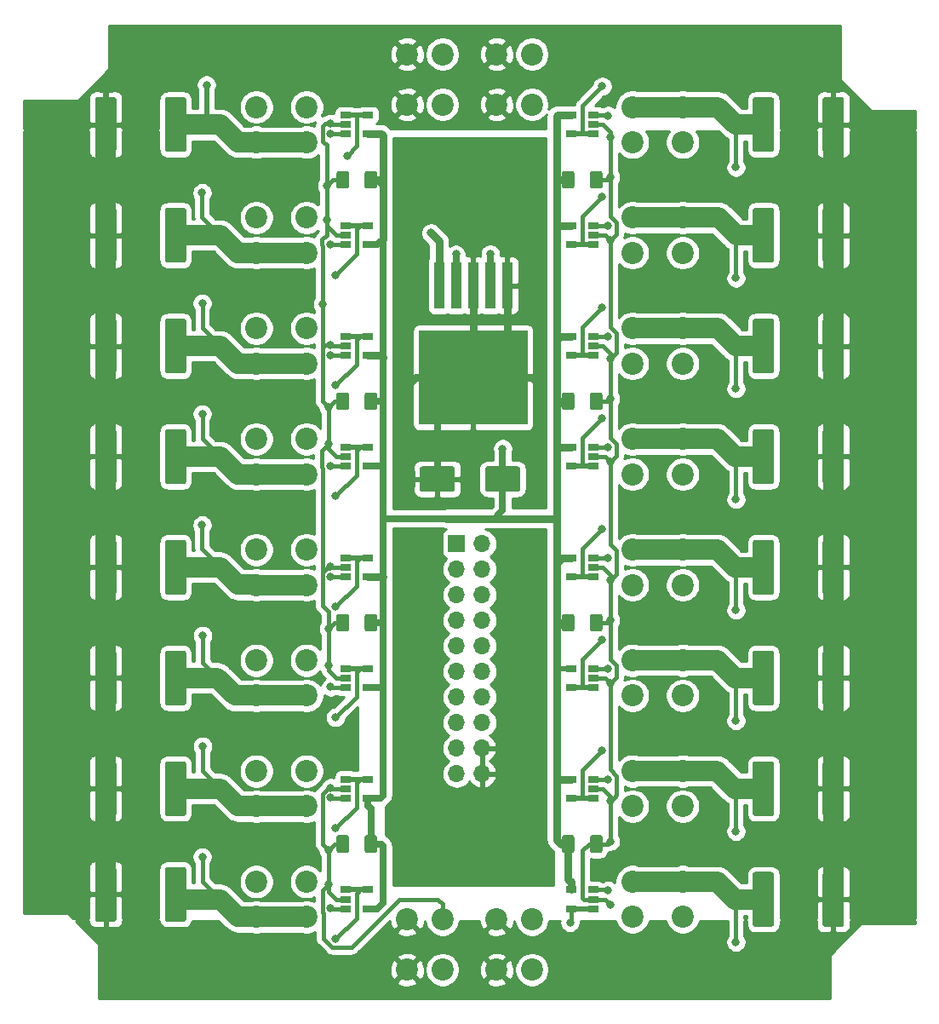
<source format=gbr>
G04 #@! TF.GenerationSoftware,KiCad,Pcbnew,(5.1.0)-1*
G04 #@! TF.CreationDate,2021-03-29T23:12:55+02:00*
G04 #@! TF.ProjectId,Magnetsteuerung,4d61676e-6574-4737-9465-756572756e67,rev?*
G04 #@! TF.SameCoordinates,Original*
G04 #@! TF.FileFunction,Copper,L2,Bot*
G04 #@! TF.FilePolarity,Positive*
%FSLAX46Y46*%
G04 Gerber Fmt 4.6, Leading zero omitted, Abs format (unit mm)*
G04 Created by KiCad (PCBNEW (5.1.0)-1) date 2021-03-29 23:12:55*
%MOMM*%
%LPD*%
G04 APERTURE LIST*
%ADD10O,1.700000X1.700000*%
%ADD11R,1.700000X1.700000*%
%ADD12R,1.060000X0.650000*%
%ADD13C,2.200000*%
%ADD14C,0.100000*%
%ADD15C,2.100000*%
%ADD16C,1.250000*%
%ADD17R,10.800000X9.400000*%
%ADD18R,1.100000X4.600000*%
%ADD19C,2.500000*%
%ADD20C,0.800000*%
%ADD21C,2.000000*%
%ADD22C,0.500000*%
%ADD23C,0.400000*%
%ADD24C,0.800000*%
%ADD25C,0.700000*%
%ADD26C,0.254000*%
G04 APERTURE END LIST*
D10*
X133725000Y-89225000D03*
X133725000Y-96845000D03*
X133725000Y-101925000D03*
X136265000Y-104465000D03*
X133725000Y-107005000D03*
X133725000Y-86685000D03*
X136265000Y-89225000D03*
X133725000Y-91765000D03*
X136265000Y-91765000D03*
X133725000Y-94305000D03*
X136265000Y-94305000D03*
X136265000Y-86685000D03*
D11*
X133725000Y-84145000D03*
D10*
X136265000Y-96845000D03*
X136265000Y-101925000D03*
X133725000Y-104465000D03*
X136265000Y-107005000D03*
X136265000Y-84145000D03*
X133725000Y-99385000D03*
X136265000Y-99385000D03*
D12*
X145100000Y-85550000D03*
X145100000Y-87450000D03*
X147300000Y-87450000D03*
X147300000Y-86500000D03*
X147300000Y-85550000D03*
D13*
X151200000Y-99250000D03*
X156200000Y-99250000D03*
X156200000Y-95750000D03*
X151200000Y-95750000D03*
X151200000Y-66250000D03*
X156200000Y-66250000D03*
X156200000Y-62750000D03*
X151200000Y-62750000D03*
X151200000Y-121250000D03*
X156200000Y-121250000D03*
X156200000Y-117750000D03*
X151200000Y-117750000D03*
X151200000Y-88250000D03*
X156200000Y-88250000D03*
X156200000Y-84750000D03*
X151200000Y-84750000D03*
X151200000Y-55250000D03*
X156200000Y-55250000D03*
X156200000Y-51750000D03*
X151200000Y-51750000D03*
X151200000Y-110250000D03*
X156200000Y-110250000D03*
X156200000Y-106750000D03*
X151200000Y-106750000D03*
X137700000Y-35500000D03*
X137700000Y-40500000D03*
X141200000Y-40500000D03*
X141200000Y-35500000D03*
X128800000Y-35500000D03*
X128800000Y-40500000D03*
X132300000Y-40500000D03*
X132300000Y-35500000D03*
X151200000Y-77250000D03*
X156200000Y-77250000D03*
X156200000Y-73750000D03*
X151200000Y-73750000D03*
X151200000Y-44250000D03*
X156200000Y-44250000D03*
X156200000Y-40750000D03*
X151200000Y-40750000D03*
X141200000Y-126500000D03*
X141200000Y-121500000D03*
X137700000Y-121500000D03*
X137700000Y-126500000D03*
X132300000Y-126500000D03*
X132300000Y-121500000D03*
X128800000Y-121500000D03*
X128800000Y-126500000D03*
X118800000Y-40750000D03*
X113800000Y-40750000D03*
X113800000Y-44250000D03*
X118800000Y-44250000D03*
X118800000Y-51750000D03*
X113800000Y-51750000D03*
X113800000Y-55250000D03*
X118800000Y-55250000D03*
X118800000Y-62750000D03*
X113800000Y-62750000D03*
X113800000Y-66250000D03*
X118800000Y-66250000D03*
X118800000Y-73750000D03*
X113800000Y-73750000D03*
X113800000Y-77250000D03*
X118800000Y-77250000D03*
X118800000Y-84750000D03*
X113800000Y-84750000D03*
X113800000Y-88250000D03*
X118800000Y-88250000D03*
X118800000Y-95750000D03*
X113800000Y-95750000D03*
X113800000Y-99250000D03*
X118800000Y-99250000D03*
X118800000Y-106750000D03*
X113800000Y-106750000D03*
X113800000Y-110250000D03*
X118800000Y-110250000D03*
X118800000Y-117750000D03*
X113800000Y-117750000D03*
X113800000Y-121250000D03*
X118800000Y-121250000D03*
D12*
X145100000Y-96550000D03*
X145100000Y-98450000D03*
X147300000Y-98450000D03*
X147300000Y-97500000D03*
X147300000Y-96550000D03*
X145100000Y-63550000D03*
X145100000Y-65450000D03*
X147300000Y-65450000D03*
X147300000Y-64500000D03*
X147300000Y-63550000D03*
X145100000Y-118550000D03*
X145100000Y-120450000D03*
X147300000Y-120450000D03*
X147300000Y-119500000D03*
X147300000Y-118550000D03*
X145100000Y-52550000D03*
X145100000Y-54450000D03*
X147300000Y-54450000D03*
X147300000Y-53500000D03*
X147300000Y-52550000D03*
X145100000Y-107550000D03*
X145100000Y-109450000D03*
X147300000Y-109450000D03*
X147300000Y-108500000D03*
X147300000Y-107550000D03*
X145100000Y-74550000D03*
X145100000Y-76450000D03*
X147300000Y-76450000D03*
X147300000Y-75500000D03*
X147300000Y-74550000D03*
X145100000Y-41550000D03*
X145100000Y-43450000D03*
X147300000Y-43450000D03*
X147300000Y-42500000D03*
X147300000Y-41550000D03*
D14*
G36*
X165049504Y-94776204D02*
G01*
X165073773Y-94779804D01*
X165097571Y-94785765D01*
X165120671Y-94794030D01*
X165142849Y-94804520D01*
X165163893Y-94817133D01*
X165183598Y-94831747D01*
X165201777Y-94848223D01*
X165218253Y-94866402D01*
X165232867Y-94886107D01*
X165245480Y-94907151D01*
X165255970Y-94929329D01*
X165264235Y-94952429D01*
X165270196Y-94976227D01*
X165273796Y-95000496D01*
X165275000Y-95025000D01*
X165275000Y-99975000D01*
X165273796Y-99999504D01*
X165270196Y-100023773D01*
X165264235Y-100047571D01*
X165255970Y-100070671D01*
X165245480Y-100092849D01*
X165232867Y-100113893D01*
X165218253Y-100133598D01*
X165201777Y-100151777D01*
X165183598Y-100168253D01*
X165163893Y-100182867D01*
X165142849Y-100195480D01*
X165120671Y-100205970D01*
X165097571Y-100214235D01*
X165073773Y-100220196D01*
X165049504Y-100223796D01*
X165025000Y-100225000D01*
X163425000Y-100225000D01*
X163400496Y-100223796D01*
X163376227Y-100220196D01*
X163352429Y-100214235D01*
X163329329Y-100205970D01*
X163307151Y-100195480D01*
X163286107Y-100182867D01*
X163266402Y-100168253D01*
X163248223Y-100151777D01*
X163231747Y-100133598D01*
X163217133Y-100113893D01*
X163204520Y-100092849D01*
X163194030Y-100070671D01*
X163185765Y-100047571D01*
X163179804Y-100023773D01*
X163176204Y-99999504D01*
X163175000Y-99975000D01*
X163175000Y-95025000D01*
X163176204Y-95000496D01*
X163179804Y-94976227D01*
X163185765Y-94952429D01*
X163194030Y-94929329D01*
X163204520Y-94907151D01*
X163217133Y-94886107D01*
X163231747Y-94866402D01*
X163248223Y-94848223D01*
X163266402Y-94831747D01*
X163286107Y-94817133D01*
X163307151Y-94804520D01*
X163329329Y-94794030D01*
X163352429Y-94785765D01*
X163376227Y-94779804D01*
X163400496Y-94776204D01*
X163425000Y-94775000D01*
X165025000Y-94775000D01*
X165049504Y-94776204D01*
X165049504Y-94776204D01*
G37*
D15*
X164225000Y-97500000D03*
D14*
G36*
X171999504Y-94776204D02*
G01*
X172023773Y-94779804D01*
X172047571Y-94785765D01*
X172070671Y-94794030D01*
X172092849Y-94804520D01*
X172113893Y-94817133D01*
X172133598Y-94831747D01*
X172151777Y-94848223D01*
X172168253Y-94866402D01*
X172182867Y-94886107D01*
X172195480Y-94907151D01*
X172205970Y-94929329D01*
X172214235Y-94952429D01*
X172220196Y-94976227D01*
X172223796Y-95000496D01*
X172225000Y-95025000D01*
X172225000Y-99975000D01*
X172223796Y-99999504D01*
X172220196Y-100023773D01*
X172214235Y-100047571D01*
X172205970Y-100070671D01*
X172195480Y-100092849D01*
X172182867Y-100113893D01*
X172168253Y-100133598D01*
X172151777Y-100151777D01*
X172133598Y-100168253D01*
X172113893Y-100182867D01*
X172092849Y-100195480D01*
X172070671Y-100205970D01*
X172047571Y-100214235D01*
X172023773Y-100220196D01*
X171999504Y-100223796D01*
X171975000Y-100225000D01*
X170375000Y-100225000D01*
X170350496Y-100223796D01*
X170326227Y-100220196D01*
X170302429Y-100214235D01*
X170279329Y-100205970D01*
X170257151Y-100195480D01*
X170236107Y-100182867D01*
X170216402Y-100168253D01*
X170198223Y-100151777D01*
X170181747Y-100133598D01*
X170167133Y-100113893D01*
X170154520Y-100092849D01*
X170144030Y-100070671D01*
X170135765Y-100047571D01*
X170129804Y-100023773D01*
X170126204Y-99999504D01*
X170125000Y-99975000D01*
X170125000Y-95025000D01*
X170126204Y-95000496D01*
X170129804Y-94976227D01*
X170135765Y-94952429D01*
X170144030Y-94929329D01*
X170154520Y-94907151D01*
X170167133Y-94886107D01*
X170181747Y-94866402D01*
X170198223Y-94848223D01*
X170216402Y-94831747D01*
X170236107Y-94817133D01*
X170257151Y-94804520D01*
X170279329Y-94794030D01*
X170302429Y-94785765D01*
X170326227Y-94779804D01*
X170350496Y-94776204D01*
X170375000Y-94775000D01*
X171975000Y-94775000D01*
X171999504Y-94776204D01*
X171999504Y-94776204D01*
G37*
D15*
X171175000Y-97500000D03*
D14*
G36*
X165049504Y-61776204D02*
G01*
X165073773Y-61779804D01*
X165097571Y-61785765D01*
X165120671Y-61794030D01*
X165142849Y-61804520D01*
X165163893Y-61817133D01*
X165183598Y-61831747D01*
X165201777Y-61848223D01*
X165218253Y-61866402D01*
X165232867Y-61886107D01*
X165245480Y-61907151D01*
X165255970Y-61929329D01*
X165264235Y-61952429D01*
X165270196Y-61976227D01*
X165273796Y-62000496D01*
X165275000Y-62025000D01*
X165275000Y-66975000D01*
X165273796Y-66999504D01*
X165270196Y-67023773D01*
X165264235Y-67047571D01*
X165255970Y-67070671D01*
X165245480Y-67092849D01*
X165232867Y-67113893D01*
X165218253Y-67133598D01*
X165201777Y-67151777D01*
X165183598Y-67168253D01*
X165163893Y-67182867D01*
X165142849Y-67195480D01*
X165120671Y-67205970D01*
X165097571Y-67214235D01*
X165073773Y-67220196D01*
X165049504Y-67223796D01*
X165025000Y-67225000D01*
X163425000Y-67225000D01*
X163400496Y-67223796D01*
X163376227Y-67220196D01*
X163352429Y-67214235D01*
X163329329Y-67205970D01*
X163307151Y-67195480D01*
X163286107Y-67182867D01*
X163266402Y-67168253D01*
X163248223Y-67151777D01*
X163231747Y-67133598D01*
X163217133Y-67113893D01*
X163204520Y-67092849D01*
X163194030Y-67070671D01*
X163185765Y-67047571D01*
X163179804Y-67023773D01*
X163176204Y-66999504D01*
X163175000Y-66975000D01*
X163175000Y-62025000D01*
X163176204Y-62000496D01*
X163179804Y-61976227D01*
X163185765Y-61952429D01*
X163194030Y-61929329D01*
X163204520Y-61907151D01*
X163217133Y-61886107D01*
X163231747Y-61866402D01*
X163248223Y-61848223D01*
X163266402Y-61831747D01*
X163286107Y-61817133D01*
X163307151Y-61804520D01*
X163329329Y-61794030D01*
X163352429Y-61785765D01*
X163376227Y-61779804D01*
X163400496Y-61776204D01*
X163425000Y-61775000D01*
X165025000Y-61775000D01*
X165049504Y-61776204D01*
X165049504Y-61776204D01*
G37*
D15*
X164225000Y-64500000D03*
D14*
G36*
X171999504Y-61776204D02*
G01*
X172023773Y-61779804D01*
X172047571Y-61785765D01*
X172070671Y-61794030D01*
X172092849Y-61804520D01*
X172113893Y-61817133D01*
X172133598Y-61831747D01*
X172151777Y-61848223D01*
X172168253Y-61866402D01*
X172182867Y-61886107D01*
X172195480Y-61907151D01*
X172205970Y-61929329D01*
X172214235Y-61952429D01*
X172220196Y-61976227D01*
X172223796Y-62000496D01*
X172225000Y-62025000D01*
X172225000Y-66975000D01*
X172223796Y-66999504D01*
X172220196Y-67023773D01*
X172214235Y-67047571D01*
X172205970Y-67070671D01*
X172195480Y-67092849D01*
X172182867Y-67113893D01*
X172168253Y-67133598D01*
X172151777Y-67151777D01*
X172133598Y-67168253D01*
X172113893Y-67182867D01*
X172092849Y-67195480D01*
X172070671Y-67205970D01*
X172047571Y-67214235D01*
X172023773Y-67220196D01*
X171999504Y-67223796D01*
X171975000Y-67225000D01*
X170375000Y-67225000D01*
X170350496Y-67223796D01*
X170326227Y-67220196D01*
X170302429Y-67214235D01*
X170279329Y-67205970D01*
X170257151Y-67195480D01*
X170236107Y-67182867D01*
X170216402Y-67168253D01*
X170198223Y-67151777D01*
X170181747Y-67133598D01*
X170167133Y-67113893D01*
X170154520Y-67092849D01*
X170144030Y-67070671D01*
X170135765Y-67047571D01*
X170129804Y-67023773D01*
X170126204Y-66999504D01*
X170125000Y-66975000D01*
X170125000Y-62025000D01*
X170126204Y-62000496D01*
X170129804Y-61976227D01*
X170135765Y-61952429D01*
X170144030Y-61929329D01*
X170154520Y-61907151D01*
X170167133Y-61886107D01*
X170181747Y-61866402D01*
X170198223Y-61848223D01*
X170216402Y-61831747D01*
X170236107Y-61817133D01*
X170257151Y-61804520D01*
X170279329Y-61794030D01*
X170302429Y-61785765D01*
X170326227Y-61779804D01*
X170350496Y-61776204D01*
X170375000Y-61775000D01*
X171975000Y-61775000D01*
X171999504Y-61776204D01*
X171999504Y-61776204D01*
G37*
D15*
X171175000Y-64500000D03*
D14*
G36*
X165049504Y-116776204D02*
G01*
X165073773Y-116779804D01*
X165097571Y-116785765D01*
X165120671Y-116794030D01*
X165142849Y-116804520D01*
X165163893Y-116817133D01*
X165183598Y-116831747D01*
X165201777Y-116848223D01*
X165218253Y-116866402D01*
X165232867Y-116886107D01*
X165245480Y-116907151D01*
X165255970Y-116929329D01*
X165264235Y-116952429D01*
X165270196Y-116976227D01*
X165273796Y-117000496D01*
X165275000Y-117025000D01*
X165275000Y-121975000D01*
X165273796Y-121999504D01*
X165270196Y-122023773D01*
X165264235Y-122047571D01*
X165255970Y-122070671D01*
X165245480Y-122092849D01*
X165232867Y-122113893D01*
X165218253Y-122133598D01*
X165201777Y-122151777D01*
X165183598Y-122168253D01*
X165163893Y-122182867D01*
X165142849Y-122195480D01*
X165120671Y-122205970D01*
X165097571Y-122214235D01*
X165073773Y-122220196D01*
X165049504Y-122223796D01*
X165025000Y-122225000D01*
X163425000Y-122225000D01*
X163400496Y-122223796D01*
X163376227Y-122220196D01*
X163352429Y-122214235D01*
X163329329Y-122205970D01*
X163307151Y-122195480D01*
X163286107Y-122182867D01*
X163266402Y-122168253D01*
X163248223Y-122151777D01*
X163231747Y-122133598D01*
X163217133Y-122113893D01*
X163204520Y-122092849D01*
X163194030Y-122070671D01*
X163185765Y-122047571D01*
X163179804Y-122023773D01*
X163176204Y-121999504D01*
X163175000Y-121975000D01*
X163175000Y-117025000D01*
X163176204Y-117000496D01*
X163179804Y-116976227D01*
X163185765Y-116952429D01*
X163194030Y-116929329D01*
X163204520Y-116907151D01*
X163217133Y-116886107D01*
X163231747Y-116866402D01*
X163248223Y-116848223D01*
X163266402Y-116831747D01*
X163286107Y-116817133D01*
X163307151Y-116804520D01*
X163329329Y-116794030D01*
X163352429Y-116785765D01*
X163376227Y-116779804D01*
X163400496Y-116776204D01*
X163425000Y-116775000D01*
X165025000Y-116775000D01*
X165049504Y-116776204D01*
X165049504Y-116776204D01*
G37*
D15*
X164225000Y-119500000D03*
D14*
G36*
X171999504Y-116776204D02*
G01*
X172023773Y-116779804D01*
X172047571Y-116785765D01*
X172070671Y-116794030D01*
X172092849Y-116804520D01*
X172113893Y-116817133D01*
X172133598Y-116831747D01*
X172151777Y-116848223D01*
X172168253Y-116866402D01*
X172182867Y-116886107D01*
X172195480Y-116907151D01*
X172205970Y-116929329D01*
X172214235Y-116952429D01*
X172220196Y-116976227D01*
X172223796Y-117000496D01*
X172225000Y-117025000D01*
X172225000Y-121975000D01*
X172223796Y-121999504D01*
X172220196Y-122023773D01*
X172214235Y-122047571D01*
X172205970Y-122070671D01*
X172195480Y-122092849D01*
X172182867Y-122113893D01*
X172168253Y-122133598D01*
X172151777Y-122151777D01*
X172133598Y-122168253D01*
X172113893Y-122182867D01*
X172092849Y-122195480D01*
X172070671Y-122205970D01*
X172047571Y-122214235D01*
X172023773Y-122220196D01*
X171999504Y-122223796D01*
X171975000Y-122225000D01*
X170375000Y-122225000D01*
X170350496Y-122223796D01*
X170326227Y-122220196D01*
X170302429Y-122214235D01*
X170279329Y-122205970D01*
X170257151Y-122195480D01*
X170236107Y-122182867D01*
X170216402Y-122168253D01*
X170198223Y-122151777D01*
X170181747Y-122133598D01*
X170167133Y-122113893D01*
X170154520Y-122092849D01*
X170144030Y-122070671D01*
X170135765Y-122047571D01*
X170129804Y-122023773D01*
X170126204Y-121999504D01*
X170125000Y-121975000D01*
X170125000Y-117025000D01*
X170126204Y-117000496D01*
X170129804Y-116976227D01*
X170135765Y-116952429D01*
X170144030Y-116929329D01*
X170154520Y-116907151D01*
X170167133Y-116886107D01*
X170181747Y-116866402D01*
X170198223Y-116848223D01*
X170216402Y-116831747D01*
X170236107Y-116817133D01*
X170257151Y-116804520D01*
X170279329Y-116794030D01*
X170302429Y-116785765D01*
X170326227Y-116779804D01*
X170350496Y-116776204D01*
X170375000Y-116775000D01*
X171975000Y-116775000D01*
X171999504Y-116776204D01*
X171999504Y-116776204D01*
G37*
D15*
X171175000Y-119500000D03*
D14*
G36*
X165049504Y-83776204D02*
G01*
X165073773Y-83779804D01*
X165097571Y-83785765D01*
X165120671Y-83794030D01*
X165142849Y-83804520D01*
X165163893Y-83817133D01*
X165183598Y-83831747D01*
X165201777Y-83848223D01*
X165218253Y-83866402D01*
X165232867Y-83886107D01*
X165245480Y-83907151D01*
X165255970Y-83929329D01*
X165264235Y-83952429D01*
X165270196Y-83976227D01*
X165273796Y-84000496D01*
X165275000Y-84025000D01*
X165275000Y-88975000D01*
X165273796Y-88999504D01*
X165270196Y-89023773D01*
X165264235Y-89047571D01*
X165255970Y-89070671D01*
X165245480Y-89092849D01*
X165232867Y-89113893D01*
X165218253Y-89133598D01*
X165201777Y-89151777D01*
X165183598Y-89168253D01*
X165163893Y-89182867D01*
X165142849Y-89195480D01*
X165120671Y-89205970D01*
X165097571Y-89214235D01*
X165073773Y-89220196D01*
X165049504Y-89223796D01*
X165025000Y-89225000D01*
X163425000Y-89225000D01*
X163400496Y-89223796D01*
X163376227Y-89220196D01*
X163352429Y-89214235D01*
X163329329Y-89205970D01*
X163307151Y-89195480D01*
X163286107Y-89182867D01*
X163266402Y-89168253D01*
X163248223Y-89151777D01*
X163231747Y-89133598D01*
X163217133Y-89113893D01*
X163204520Y-89092849D01*
X163194030Y-89070671D01*
X163185765Y-89047571D01*
X163179804Y-89023773D01*
X163176204Y-88999504D01*
X163175000Y-88975000D01*
X163175000Y-84025000D01*
X163176204Y-84000496D01*
X163179804Y-83976227D01*
X163185765Y-83952429D01*
X163194030Y-83929329D01*
X163204520Y-83907151D01*
X163217133Y-83886107D01*
X163231747Y-83866402D01*
X163248223Y-83848223D01*
X163266402Y-83831747D01*
X163286107Y-83817133D01*
X163307151Y-83804520D01*
X163329329Y-83794030D01*
X163352429Y-83785765D01*
X163376227Y-83779804D01*
X163400496Y-83776204D01*
X163425000Y-83775000D01*
X165025000Y-83775000D01*
X165049504Y-83776204D01*
X165049504Y-83776204D01*
G37*
D15*
X164225000Y-86500000D03*
D14*
G36*
X171999504Y-83776204D02*
G01*
X172023773Y-83779804D01*
X172047571Y-83785765D01*
X172070671Y-83794030D01*
X172092849Y-83804520D01*
X172113893Y-83817133D01*
X172133598Y-83831747D01*
X172151777Y-83848223D01*
X172168253Y-83866402D01*
X172182867Y-83886107D01*
X172195480Y-83907151D01*
X172205970Y-83929329D01*
X172214235Y-83952429D01*
X172220196Y-83976227D01*
X172223796Y-84000496D01*
X172225000Y-84025000D01*
X172225000Y-88975000D01*
X172223796Y-88999504D01*
X172220196Y-89023773D01*
X172214235Y-89047571D01*
X172205970Y-89070671D01*
X172195480Y-89092849D01*
X172182867Y-89113893D01*
X172168253Y-89133598D01*
X172151777Y-89151777D01*
X172133598Y-89168253D01*
X172113893Y-89182867D01*
X172092849Y-89195480D01*
X172070671Y-89205970D01*
X172047571Y-89214235D01*
X172023773Y-89220196D01*
X171999504Y-89223796D01*
X171975000Y-89225000D01*
X170375000Y-89225000D01*
X170350496Y-89223796D01*
X170326227Y-89220196D01*
X170302429Y-89214235D01*
X170279329Y-89205970D01*
X170257151Y-89195480D01*
X170236107Y-89182867D01*
X170216402Y-89168253D01*
X170198223Y-89151777D01*
X170181747Y-89133598D01*
X170167133Y-89113893D01*
X170154520Y-89092849D01*
X170144030Y-89070671D01*
X170135765Y-89047571D01*
X170129804Y-89023773D01*
X170126204Y-88999504D01*
X170125000Y-88975000D01*
X170125000Y-84025000D01*
X170126204Y-84000496D01*
X170129804Y-83976227D01*
X170135765Y-83952429D01*
X170144030Y-83929329D01*
X170154520Y-83907151D01*
X170167133Y-83886107D01*
X170181747Y-83866402D01*
X170198223Y-83848223D01*
X170216402Y-83831747D01*
X170236107Y-83817133D01*
X170257151Y-83804520D01*
X170279329Y-83794030D01*
X170302429Y-83785765D01*
X170326227Y-83779804D01*
X170350496Y-83776204D01*
X170375000Y-83775000D01*
X171975000Y-83775000D01*
X171999504Y-83776204D01*
X171999504Y-83776204D01*
G37*
D15*
X171175000Y-86500000D03*
D14*
G36*
X165049504Y-50776204D02*
G01*
X165073773Y-50779804D01*
X165097571Y-50785765D01*
X165120671Y-50794030D01*
X165142849Y-50804520D01*
X165163893Y-50817133D01*
X165183598Y-50831747D01*
X165201777Y-50848223D01*
X165218253Y-50866402D01*
X165232867Y-50886107D01*
X165245480Y-50907151D01*
X165255970Y-50929329D01*
X165264235Y-50952429D01*
X165270196Y-50976227D01*
X165273796Y-51000496D01*
X165275000Y-51025000D01*
X165275000Y-55975000D01*
X165273796Y-55999504D01*
X165270196Y-56023773D01*
X165264235Y-56047571D01*
X165255970Y-56070671D01*
X165245480Y-56092849D01*
X165232867Y-56113893D01*
X165218253Y-56133598D01*
X165201777Y-56151777D01*
X165183598Y-56168253D01*
X165163893Y-56182867D01*
X165142849Y-56195480D01*
X165120671Y-56205970D01*
X165097571Y-56214235D01*
X165073773Y-56220196D01*
X165049504Y-56223796D01*
X165025000Y-56225000D01*
X163425000Y-56225000D01*
X163400496Y-56223796D01*
X163376227Y-56220196D01*
X163352429Y-56214235D01*
X163329329Y-56205970D01*
X163307151Y-56195480D01*
X163286107Y-56182867D01*
X163266402Y-56168253D01*
X163248223Y-56151777D01*
X163231747Y-56133598D01*
X163217133Y-56113893D01*
X163204520Y-56092849D01*
X163194030Y-56070671D01*
X163185765Y-56047571D01*
X163179804Y-56023773D01*
X163176204Y-55999504D01*
X163175000Y-55975000D01*
X163175000Y-51025000D01*
X163176204Y-51000496D01*
X163179804Y-50976227D01*
X163185765Y-50952429D01*
X163194030Y-50929329D01*
X163204520Y-50907151D01*
X163217133Y-50886107D01*
X163231747Y-50866402D01*
X163248223Y-50848223D01*
X163266402Y-50831747D01*
X163286107Y-50817133D01*
X163307151Y-50804520D01*
X163329329Y-50794030D01*
X163352429Y-50785765D01*
X163376227Y-50779804D01*
X163400496Y-50776204D01*
X163425000Y-50775000D01*
X165025000Y-50775000D01*
X165049504Y-50776204D01*
X165049504Y-50776204D01*
G37*
D15*
X164225000Y-53500000D03*
D14*
G36*
X171999504Y-50776204D02*
G01*
X172023773Y-50779804D01*
X172047571Y-50785765D01*
X172070671Y-50794030D01*
X172092849Y-50804520D01*
X172113893Y-50817133D01*
X172133598Y-50831747D01*
X172151777Y-50848223D01*
X172168253Y-50866402D01*
X172182867Y-50886107D01*
X172195480Y-50907151D01*
X172205970Y-50929329D01*
X172214235Y-50952429D01*
X172220196Y-50976227D01*
X172223796Y-51000496D01*
X172225000Y-51025000D01*
X172225000Y-55975000D01*
X172223796Y-55999504D01*
X172220196Y-56023773D01*
X172214235Y-56047571D01*
X172205970Y-56070671D01*
X172195480Y-56092849D01*
X172182867Y-56113893D01*
X172168253Y-56133598D01*
X172151777Y-56151777D01*
X172133598Y-56168253D01*
X172113893Y-56182867D01*
X172092849Y-56195480D01*
X172070671Y-56205970D01*
X172047571Y-56214235D01*
X172023773Y-56220196D01*
X171999504Y-56223796D01*
X171975000Y-56225000D01*
X170375000Y-56225000D01*
X170350496Y-56223796D01*
X170326227Y-56220196D01*
X170302429Y-56214235D01*
X170279329Y-56205970D01*
X170257151Y-56195480D01*
X170236107Y-56182867D01*
X170216402Y-56168253D01*
X170198223Y-56151777D01*
X170181747Y-56133598D01*
X170167133Y-56113893D01*
X170154520Y-56092849D01*
X170144030Y-56070671D01*
X170135765Y-56047571D01*
X170129804Y-56023773D01*
X170126204Y-55999504D01*
X170125000Y-55975000D01*
X170125000Y-51025000D01*
X170126204Y-51000496D01*
X170129804Y-50976227D01*
X170135765Y-50952429D01*
X170144030Y-50929329D01*
X170154520Y-50907151D01*
X170167133Y-50886107D01*
X170181747Y-50866402D01*
X170198223Y-50848223D01*
X170216402Y-50831747D01*
X170236107Y-50817133D01*
X170257151Y-50804520D01*
X170279329Y-50794030D01*
X170302429Y-50785765D01*
X170326227Y-50779804D01*
X170350496Y-50776204D01*
X170375000Y-50775000D01*
X171975000Y-50775000D01*
X171999504Y-50776204D01*
X171999504Y-50776204D01*
G37*
D15*
X171175000Y-53500000D03*
D14*
G36*
X165049504Y-105776204D02*
G01*
X165073773Y-105779804D01*
X165097571Y-105785765D01*
X165120671Y-105794030D01*
X165142849Y-105804520D01*
X165163893Y-105817133D01*
X165183598Y-105831747D01*
X165201777Y-105848223D01*
X165218253Y-105866402D01*
X165232867Y-105886107D01*
X165245480Y-105907151D01*
X165255970Y-105929329D01*
X165264235Y-105952429D01*
X165270196Y-105976227D01*
X165273796Y-106000496D01*
X165275000Y-106025000D01*
X165275000Y-110975000D01*
X165273796Y-110999504D01*
X165270196Y-111023773D01*
X165264235Y-111047571D01*
X165255970Y-111070671D01*
X165245480Y-111092849D01*
X165232867Y-111113893D01*
X165218253Y-111133598D01*
X165201777Y-111151777D01*
X165183598Y-111168253D01*
X165163893Y-111182867D01*
X165142849Y-111195480D01*
X165120671Y-111205970D01*
X165097571Y-111214235D01*
X165073773Y-111220196D01*
X165049504Y-111223796D01*
X165025000Y-111225000D01*
X163425000Y-111225000D01*
X163400496Y-111223796D01*
X163376227Y-111220196D01*
X163352429Y-111214235D01*
X163329329Y-111205970D01*
X163307151Y-111195480D01*
X163286107Y-111182867D01*
X163266402Y-111168253D01*
X163248223Y-111151777D01*
X163231747Y-111133598D01*
X163217133Y-111113893D01*
X163204520Y-111092849D01*
X163194030Y-111070671D01*
X163185765Y-111047571D01*
X163179804Y-111023773D01*
X163176204Y-110999504D01*
X163175000Y-110975000D01*
X163175000Y-106025000D01*
X163176204Y-106000496D01*
X163179804Y-105976227D01*
X163185765Y-105952429D01*
X163194030Y-105929329D01*
X163204520Y-105907151D01*
X163217133Y-105886107D01*
X163231747Y-105866402D01*
X163248223Y-105848223D01*
X163266402Y-105831747D01*
X163286107Y-105817133D01*
X163307151Y-105804520D01*
X163329329Y-105794030D01*
X163352429Y-105785765D01*
X163376227Y-105779804D01*
X163400496Y-105776204D01*
X163425000Y-105775000D01*
X165025000Y-105775000D01*
X165049504Y-105776204D01*
X165049504Y-105776204D01*
G37*
D15*
X164225000Y-108500000D03*
D14*
G36*
X171999504Y-105776204D02*
G01*
X172023773Y-105779804D01*
X172047571Y-105785765D01*
X172070671Y-105794030D01*
X172092849Y-105804520D01*
X172113893Y-105817133D01*
X172133598Y-105831747D01*
X172151777Y-105848223D01*
X172168253Y-105866402D01*
X172182867Y-105886107D01*
X172195480Y-105907151D01*
X172205970Y-105929329D01*
X172214235Y-105952429D01*
X172220196Y-105976227D01*
X172223796Y-106000496D01*
X172225000Y-106025000D01*
X172225000Y-110975000D01*
X172223796Y-110999504D01*
X172220196Y-111023773D01*
X172214235Y-111047571D01*
X172205970Y-111070671D01*
X172195480Y-111092849D01*
X172182867Y-111113893D01*
X172168253Y-111133598D01*
X172151777Y-111151777D01*
X172133598Y-111168253D01*
X172113893Y-111182867D01*
X172092849Y-111195480D01*
X172070671Y-111205970D01*
X172047571Y-111214235D01*
X172023773Y-111220196D01*
X171999504Y-111223796D01*
X171975000Y-111225000D01*
X170375000Y-111225000D01*
X170350496Y-111223796D01*
X170326227Y-111220196D01*
X170302429Y-111214235D01*
X170279329Y-111205970D01*
X170257151Y-111195480D01*
X170236107Y-111182867D01*
X170216402Y-111168253D01*
X170198223Y-111151777D01*
X170181747Y-111133598D01*
X170167133Y-111113893D01*
X170154520Y-111092849D01*
X170144030Y-111070671D01*
X170135765Y-111047571D01*
X170129804Y-111023773D01*
X170126204Y-110999504D01*
X170125000Y-110975000D01*
X170125000Y-106025000D01*
X170126204Y-106000496D01*
X170129804Y-105976227D01*
X170135765Y-105952429D01*
X170144030Y-105929329D01*
X170154520Y-105907151D01*
X170167133Y-105886107D01*
X170181747Y-105866402D01*
X170198223Y-105848223D01*
X170216402Y-105831747D01*
X170236107Y-105817133D01*
X170257151Y-105804520D01*
X170279329Y-105794030D01*
X170302429Y-105785765D01*
X170326227Y-105779804D01*
X170350496Y-105776204D01*
X170375000Y-105775000D01*
X171975000Y-105775000D01*
X171999504Y-105776204D01*
X171999504Y-105776204D01*
G37*
D15*
X171175000Y-108500000D03*
D14*
G36*
X165049504Y-72776204D02*
G01*
X165073773Y-72779804D01*
X165097571Y-72785765D01*
X165120671Y-72794030D01*
X165142849Y-72804520D01*
X165163893Y-72817133D01*
X165183598Y-72831747D01*
X165201777Y-72848223D01*
X165218253Y-72866402D01*
X165232867Y-72886107D01*
X165245480Y-72907151D01*
X165255970Y-72929329D01*
X165264235Y-72952429D01*
X165270196Y-72976227D01*
X165273796Y-73000496D01*
X165275000Y-73025000D01*
X165275000Y-77975000D01*
X165273796Y-77999504D01*
X165270196Y-78023773D01*
X165264235Y-78047571D01*
X165255970Y-78070671D01*
X165245480Y-78092849D01*
X165232867Y-78113893D01*
X165218253Y-78133598D01*
X165201777Y-78151777D01*
X165183598Y-78168253D01*
X165163893Y-78182867D01*
X165142849Y-78195480D01*
X165120671Y-78205970D01*
X165097571Y-78214235D01*
X165073773Y-78220196D01*
X165049504Y-78223796D01*
X165025000Y-78225000D01*
X163425000Y-78225000D01*
X163400496Y-78223796D01*
X163376227Y-78220196D01*
X163352429Y-78214235D01*
X163329329Y-78205970D01*
X163307151Y-78195480D01*
X163286107Y-78182867D01*
X163266402Y-78168253D01*
X163248223Y-78151777D01*
X163231747Y-78133598D01*
X163217133Y-78113893D01*
X163204520Y-78092849D01*
X163194030Y-78070671D01*
X163185765Y-78047571D01*
X163179804Y-78023773D01*
X163176204Y-77999504D01*
X163175000Y-77975000D01*
X163175000Y-73025000D01*
X163176204Y-73000496D01*
X163179804Y-72976227D01*
X163185765Y-72952429D01*
X163194030Y-72929329D01*
X163204520Y-72907151D01*
X163217133Y-72886107D01*
X163231747Y-72866402D01*
X163248223Y-72848223D01*
X163266402Y-72831747D01*
X163286107Y-72817133D01*
X163307151Y-72804520D01*
X163329329Y-72794030D01*
X163352429Y-72785765D01*
X163376227Y-72779804D01*
X163400496Y-72776204D01*
X163425000Y-72775000D01*
X165025000Y-72775000D01*
X165049504Y-72776204D01*
X165049504Y-72776204D01*
G37*
D15*
X164225000Y-75500000D03*
D14*
G36*
X171999504Y-72776204D02*
G01*
X172023773Y-72779804D01*
X172047571Y-72785765D01*
X172070671Y-72794030D01*
X172092849Y-72804520D01*
X172113893Y-72817133D01*
X172133598Y-72831747D01*
X172151777Y-72848223D01*
X172168253Y-72866402D01*
X172182867Y-72886107D01*
X172195480Y-72907151D01*
X172205970Y-72929329D01*
X172214235Y-72952429D01*
X172220196Y-72976227D01*
X172223796Y-73000496D01*
X172225000Y-73025000D01*
X172225000Y-77975000D01*
X172223796Y-77999504D01*
X172220196Y-78023773D01*
X172214235Y-78047571D01*
X172205970Y-78070671D01*
X172195480Y-78092849D01*
X172182867Y-78113893D01*
X172168253Y-78133598D01*
X172151777Y-78151777D01*
X172133598Y-78168253D01*
X172113893Y-78182867D01*
X172092849Y-78195480D01*
X172070671Y-78205970D01*
X172047571Y-78214235D01*
X172023773Y-78220196D01*
X171999504Y-78223796D01*
X171975000Y-78225000D01*
X170375000Y-78225000D01*
X170350496Y-78223796D01*
X170326227Y-78220196D01*
X170302429Y-78214235D01*
X170279329Y-78205970D01*
X170257151Y-78195480D01*
X170236107Y-78182867D01*
X170216402Y-78168253D01*
X170198223Y-78151777D01*
X170181747Y-78133598D01*
X170167133Y-78113893D01*
X170154520Y-78092849D01*
X170144030Y-78070671D01*
X170135765Y-78047571D01*
X170129804Y-78023773D01*
X170126204Y-77999504D01*
X170125000Y-77975000D01*
X170125000Y-73025000D01*
X170126204Y-73000496D01*
X170129804Y-72976227D01*
X170135765Y-72952429D01*
X170144030Y-72929329D01*
X170154520Y-72907151D01*
X170167133Y-72886107D01*
X170181747Y-72866402D01*
X170198223Y-72848223D01*
X170216402Y-72831747D01*
X170236107Y-72817133D01*
X170257151Y-72804520D01*
X170279329Y-72794030D01*
X170302429Y-72785765D01*
X170326227Y-72779804D01*
X170350496Y-72776204D01*
X170375000Y-72775000D01*
X171975000Y-72775000D01*
X171999504Y-72776204D01*
X171999504Y-72776204D01*
G37*
D15*
X171175000Y-75500000D03*
D14*
G36*
X165049504Y-39776204D02*
G01*
X165073773Y-39779804D01*
X165097571Y-39785765D01*
X165120671Y-39794030D01*
X165142849Y-39804520D01*
X165163893Y-39817133D01*
X165183598Y-39831747D01*
X165201777Y-39848223D01*
X165218253Y-39866402D01*
X165232867Y-39886107D01*
X165245480Y-39907151D01*
X165255970Y-39929329D01*
X165264235Y-39952429D01*
X165270196Y-39976227D01*
X165273796Y-40000496D01*
X165275000Y-40025000D01*
X165275000Y-44975000D01*
X165273796Y-44999504D01*
X165270196Y-45023773D01*
X165264235Y-45047571D01*
X165255970Y-45070671D01*
X165245480Y-45092849D01*
X165232867Y-45113893D01*
X165218253Y-45133598D01*
X165201777Y-45151777D01*
X165183598Y-45168253D01*
X165163893Y-45182867D01*
X165142849Y-45195480D01*
X165120671Y-45205970D01*
X165097571Y-45214235D01*
X165073773Y-45220196D01*
X165049504Y-45223796D01*
X165025000Y-45225000D01*
X163425000Y-45225000D01*
X163400496Y-45223796D01*
X163376227Y-45220196D01*
X163352429Y-45214235D01*
X163329329Y-45205970D01*
X163307151Y-45195480D01*
X163286107Y-45182867D01*
X163266402Y-45168253D01*
X163248223Y-45151777D01*
X163231747Y-45133598D01*
X163217133Y-45113893D01*
X163204520Y-45092849D01*
X163194030Y-45070671D01*
X163185765Y-45047571D01*
X163179804Y-45023773D01*
X163176204Y-44999504D01*
X163175000Y-44975000D01*
X163175000Y-40025000D01*
X163176204Y-40000496D01*
X163179804Y-39976227D01*
X163185765Y-39952429D01*
X163194030Y-39929329D01*
X163204520Y-39907151D01*
X163217133Y-39886107D01*
X163231747Y-39866402D01*
X163248223Y-39848223D01*
X163266402Y-39831747D01*
X163286107Y-39817133D01*
X163307151Y-39804520D01*
X163329329Y-39794030D01*
X163352429Y-39785765D01*
X163376227Y-39779804D01*
X163400496Y-39776204D01*
X163425000Y-39775000D01*
X165025000Y-39775000D01*
X165049504Y-39776204D01*
X165049504Y-39776204D01*
G37*
D15*
X164225000Y-42500000D03*
D14*
G36*
X171999504Y-39776204D02*
G01*
X172023773Y-39779804D01*
X172047571Y-39785765D01*
X172070671Y-39794030D01*
X172092849Y-39804520D01*
X172113893Y-39817133D01*
X172133598Y-39831747D01*
X172151777Y-39848223D01*
X172168253Y-39866402D01*
X172182867Y-39886107D01*
X172195480Y-39907151D01*
X172205970Y-39929329D01*
X172214235Y-39952429D01*
X172220196Y-39976227D01*
X172223796Y-40000496D01*
X172225000Y-40025000D01*
X172225000Y-44975000D01*
X172223796Y-44999504D01*
X172220196Y-45023773D01*
X172214235Y-45047571D01*
X172205970Y-45070671D01*
X172195480Y-45092849D01*
X172182867Y-45113893D01*
X172168253Y-45133598D01*
X172151777Y-45151777D01*
X172133598Y-45168253D01*
X172113893Y-45182867D01*
X172092849Y-45195480D01*
X172070671Y-45205970D01*
X172047571Y-45214235D01*
X172023773Y-45220196D01*
X171999504Y-45223796D01*
X171975000Y-45225000D01*
X170375000Y-45225000D01*
X170350496Y-45223796D01*
X170326227Y-45220196D01*
X170302429Y-45214235D01*
X170279329Y-45205970D01*
X170257151Y-45195480D01*
X170236107Y-45182867D01*
X170216402Y-45168253D01*
X170198223Y-45151777D01*
X170181747Y-45133598D01*
X170167133Y-45113893D01*
X170154520Y-45092849D01*
X170144030Y-45070671D01*
X170135765Y-45047571D01*
X170129804Y-45023773D01*
X170126204Y-44999504D01*
X170125000Y-44975000D01*
X170125000Y-40025000D01*
X170126204Y-40000496D01*
X170129804Y-39976227D01*
X170135765Y-39952429D01*
X170144030Y-39929329D01*
X170154520Y-39907151D01*
X170167133Y-39886107D01*
X170181747Y-39866402D01*
X170198223Y-39848223D01*
X170216402Y-39831747D01*
X170236107Y-39817133D01*
X170257151Y-39804520D01*
X170279329Y-39794030D01*
X170302429Y-39785765D01*
X170326227Y-39779804D01*
X170350496Y-39776204D01*
X170375000Y-39775000D01*
X171975000Y-39775000D01*
X171999504Y-39776204D01*
X171999504Y-39776204D01*
G37*
D15*
X171175000Y-42500000D03*
D14*
G36*
X147999504Y-113126204D02*
G01*
X148023773Y-113129804D01*
X148047571Y-113135765D01*
X148070671Y-113144030D01*
X148092849Y-113154520D01*
X148113893Y-113167133D01*
X148133598Y-113181747D01*
X148151777Y-113198223D01*
X148168253Y-113216402D01*
X148182867Y-113236107D01*
X148195480Y-113257151D01*
X148205970Y-113279329D01*
X148214235Y-113302429D01*
X148220196Y-113326227D01*
X148223796Y-113350496D01*
X148225000Y-113375000D01*
X148225000Y-114625000D01*
X148223796Y-114649504D01*
X148220196Y-114673773D01*
X148214235Y-114697571D01*
X148205970Y-114720671D01*
X148195480Y-114742849D01*
X148182867Y-114763893D01*
X148168253Y-114783598D01*
X148151777Y-114801777D01*
X148133598Y-114818253D01*
X148113893Y-114832867D01*
X148092849Y-114845480D01*
X148070671Y-114855970D01*
X148047571Y-114864235D01*
X148023773Y-114870196D01*
X147999504Y-114873796D01*
X147975000Y-114875000D01*
X147225000Y-114875000D01*
X147200496Y-114873796D01*
X147176227Y-114870196D01*
X147152429Y-114864235D01*
X147129329Y-114855970D01*
X147107151Y-114845480D01*
X147086107Y-114832867D01*
X147066402Y-114818253D01*
X147048223Y-114801777D01*
X147031747Y-114783598D01*
X147017133Y-114763893D01*
X147004520Y-114742849D01*
X146994030Y-114720671D01*
X146985765Y-114697571D01*
X146979804Y-114673773D01*
X146976204Y-114649504D01*
X146975000Y-114625000D01*
X146975000Y-113375000D01*
X146976204Y-113350496D01*
X146979804Y-113326227D01*
X146985765Y-113302429D01*
X146994030Y-113279329D01*
X147004520Y-113257151D01*
X147017133Y-113236107D01*
X147031747Y-113216402D01*
X147048223Y-113198223D01*
X147066402Y-113181747D01*
X147086107Y-113167133D01*
X147107151Y-113154520D01*
X147129329Y-113144030D01*
X147152429Y-113135765D01*
X147176227Y-113129804D01*
X147200496Y-113126204D01*
X147225000Y-113125000D01*
X147975000Y-113125000D01*
X147999504Y-113126204D01*
X147999504Y-113126204D01*
G37*
D16*
X147600000Y-114000000D03*
D14*
G36*
X145199504Y-113126204D02*
G01*
X145223773Y-113129804D01*
X145247571Y-113135765D01*
X145270671Y-113144030D01*
X145292849Y-113154520D01*
X145313893Y-113167133D01*
X145333598Y-113181747D01*
X145351777Y-113198223D01*
X145368253Y-113216402D01*
X145382867Y-113236107D01*
X145395480Y-113257151D01*
X145405970Y-113279329D01*
X145414235Y-113302429D01*
X145420196Y-113326227D01*
X145423796Y-113350496D01*
X145425000Y-113375000D01*
X145425000Y-114625000D01*
X145423796Y-114649504D01*
X145420196Y-114673773D01*
X145414235Y-114697571D01*
X145405970Y-114720671D01*
X145395480Y-114742849D01*
X145382867Y-114763893D01*
X145368253Y-114783598D01*
X145351777Y-114801777D01*
X145333598Y-114818253D01*
X145313893Y-114832867D01*
X145292849Y-114845480D01*
X145270671Y-114855970D01*
X145247571Y-114864235D01*
X145223773Y-114870196D01*
X145199504Y-114873796D01*
X145175000Y-114875000D01*
X144425000Y-114875000D01*
X144400496Y-114873796D01*
X144376227Y-114870196D01*
X144352429Y-114864235D01*
X144329329Y-114855970D01*
X144307151Y-114845480D01*
X144286107Y-114832867D01*
X144266402Y-114818253D01*
X144248223Y-114801777D01*
X144231747Y-114783598D01*
X144217133Y-114763893D01*
X144204520Y-114742849D01*
X144194030Y-114720671D01*
X144185765Y-114697571D01*
X144179804Y-114673773D01*
X144176204Y-114649504D01*
X144175000Y-114625000D01*
X144175000Y-113375000D01*
X144176204Y-113350496D01*
X144179804Y-113326227D01*
X144185765Y-113302429D01*
X144194030Y-113279329D01*
X144204520Y-113257151D01*
X144217133Y-113236107D01*
X144231747Y-113216402D01*
X144248223Y-113198223D01*
X144266402Y-113181747D01*
X144286107Y-113167133D01*
X144307151Y-113154520D01*
X144329329Y-113144030D01*
X144352429Y-113135765D01*
X144376227Y-113129804D01*
X144400496Y-113126204D01*
X144425000Y-113125000D01*
X145175000Y-113125000D01*
X145199504Y-113126204D01*
X145199504Y-113126204D01*
G37*
D16*
X144800000Y-114000000D03*
D14*
G36*
X147999504Y-91126204D02*
G01*
X148023773Y-91129804D01*
X148047571Y-91135765D01*
X148070671Y-91144030D01*
X148092849Y-91154520D01*
X148113893Y-91167133D01*
X148133598Y-91181747D01*
X148151777Y-91198223D01*
X148168253Y-91216402D01*
X148182867Y-91236107D01*
X148195480Y-91257151D01*
X148205970Y-91279329D01*
X148214235Y-91302429D01*
X148220196Y-91326227D01*
X148223796Y-91350496D01*
X148225000Y-91375000D01*
X148225000Y-92625000D01*
X148223796Y-92649504D01*
X148220196Y-92673773D01*
X148214235Y-92697571D01*
X148205970Y-92720671D01*
X148195480Y-92742849D01*
X148182867Y-92763893D01*
X148168253Y-92783598D01*
X148151777Y-92801777D01*
X148133598Y-92818253D01*
X148113893Y-92832867D01*
X148092849Y-92845480D01*
X148070671Y-92855970D01*
X148047571Y-92864235D01*
X148023773Y-92870196D01*
X147999504Y-92873796D01*
X147975000Y-92875000D01*
X147225000Y-92875000D01*
X147200496Y-92873796D01*
X147176227Y-92870196D01*
X147152429Y-92864235D01*
X147129329Y-92855970D01*
X147107151Y-92845480D01*
X147086107Y-92832867D01*
X147066402Y-92818253D01*
X147048223Y-92801777D01*
X147031747Y-92783598D01*
X147017133Y-92763893D01*
X147004520Y-92742849D01*
X146994030Y-92720671D01*
X146985765Y-92697571D01*
X146979804Y-92673773D01*
X146976204Y-92649504D01*
X146975000Y-92625000D01*
X146975000Y-91375000D01*
X146976204Y-91350496D01*
X146979804Y-91326227D01*
X146985765Y-91302429D01*
X146994030Y-91279329D01*
X147004520Y-91257151D01*
X147017133Y-91236107D01*
X147031747Y-91216402D01*
X147048223Y-91198223D01*
X147066402Y-91181747D01*
X147086107Y-91167133D01*
X147107151Y-91154520D01*
X147129329Y-91144030D01*
X147152429Y-91135765D01*
X147176227Y-91129804D01*
X147200496Y-91126204D01*
X147225000Y-91125000D01*
X147975000Y-91125000D01*
X147999504Y-91126204D01*
X147999504Y-91126204D01*
G37*
D16*
X147600000Y-92000000D03*
D14*
G36*
X145199504Y-91126204D02*
G01*
X145223773Y-91129804D01*
X145247571Y-91135765D01*
X145270671Y-91144030D01*
X145292849Y-91154520D01*
X145313893Y-91167133D01*
X145333598Y-91181747D01*
X145351777Y-91198223D01*
X145368253Y-91216402D01*
X145382867Y-91236107D01*
X145395480Y-91257151D01*
X145405970Y-91279329D01*
X145414235Y-91302429D01*
X145420196Y-91326227D01*
X145423796Y-91350496D01*
X145425000Y-91375000D01*
X145425000Y-92625000D01*
X145423796Y-92649504D01*
X145420196Y-92673773D01*
X145414235Y-92697571D01*
X145405970Y-92720671D01*
X145395480Y-92742849D01*
X145382867Y-92763893D01*
X145368253Y-92783598D01*
X145351777Y-92801777D01*
X145333598Y-92818253D01*
X145313893Y-92832867D01*
X145292849Y-92845480D01*
X145270671Y-92855970D01*
X145247571Y-92864235D01*
X145223773Y-92870196D01*
X145199504Y-92873796D01*
X145175000Y-92875000D01*
X144425000Y-92875000D01*
X144400496Y-92873796D01*
X144376227Y-92870196D01*
X144352429Y-92864235D01*
X144329329Y-92855970D01*
X144307151Y-92845480D01*
X144286107Y-92832867D01*
X144266402Y-92818253D01*
X144248223Y-92801777D01*
X144231747Y-92783598D01*
X144217133Y-92763893D01*
X144204520Y-92742849D01*
X144194030Y-92720671D01*
X144185765Y-92697571D01*
X144179804Y-92673773D01*
X144176204Y-92649504D01*
X144175000Y-92625000D01*
X144175000Y-91375000D01*
X144176204Y-91350496D01*
X144179804Y-91326227D01*
X144185765Y-91302429D01*
X144194030Y-91279329D01*
X144204520Y-91257151D01*
X144217133Y-91236107D01*
X144231747Y-91216402D01*
X144248223Y-91198223D01*
X144266402Y-91181747D01*
X144286107Y-91167133D01*
X144307151Y-91154520D01*
X144329329Y-91144030D01*
X144352429Y-91135765D01*
X144376227Y-91129804D01*
X144400496Y-91126204D01*
X144425000Y-91125000D01*
X145175000Y-91125000D01*
X145199504Y-91126204D01*
X145199504Y-91126204D01*
G37*
D16*
X144800000Y-92000000D03*
D14*
G36*
X147999504Y-69126204D02*
G01*
X148023773Y-69129804D01*
X148047571Y-69135765D01*
X148070671Y-69144030D01*
X148092849Y-69154520D01*
X148113893Y-69167133D01*
X148133598Y-69181747D01*
X148151777Y-69198223D01*
X148168253Y-69216402D01*
X148182867Y-69236107D01*
X148195480Y-69257151D01*
X148205970Y-69279329D01*
X148214235Y-69302429D01*
X148220196Y-69326227D01*
X148223796Y-69350496D01*
X148225000Y-69375000D01*
X148225000Y-70625000D01*
X148223796Y-70649504D01*
X148220196Y-70673773D01*
X148214235Y-70697571D01*
X148205970Y-70720671D01*
X148195480Y-70742849D01*
X148182867Y-70763893D01*
X148168253Y-70783598D01*
X148151777Y-70801777D01*
X148133598Y-70818253D01*
X148113893Y-70832867D01*
X148092849Y-70845480D01*
X148070671Y-70855970D01*
X148047571Y-70864235D01*
X148023773Y-70870196D01*
X147999504Y-70873796D01*
X147975000Y-70875000D01*
X147225000Y-70875000D01*
X147200496Y-70873796D01*
X147176227Y-70870196D01*
X147152429Y-70864235D01*
X147129329Y-70855970D01*
X147107151Y-70845480D01*
X147086107Y-70832867D01*
X147066402Y-70818253D01*
X147048223Y-70801777D01*
X147031747Y-70783598D01*
X147017133Y-70763893D01*
X147004520Y-70742849D01*
X146994030Y-70720671D01*
X146985765Y-70697571D01*
X146979804Y-70673773D01*
X146976204Y-70649504D01*
X146975000Y-70625000D01*
X146975000Y-69375000D01*
X146976204Y-69350496D01*
X146979804Y-69326227D01*
X146985765Y-69302429D01*
X146994030Y-69279329D01*
X147004520Y-69257151D01*
X147017133Y-69236107D01*
X147031747Y-69216402D01*
X147048223Y-69198223D01*
X147066402Y-69181747D01*
X147086107Y-69167133D01*
X147107151Y-69154520D01*
X147129329Y-69144030D01*
X147152429Y-69135765D01*
X147176227Y-69129804D01*
X147200496Y-69126204D01*
X147225000Y-69125000D01*
X147975000Y-69125000D01*
X147999504Y-69126204D01*
X147999504Y-69126204D01*
G37*
D16*
X147600000Y-70000000D03*
D14*
G36*
X145199504Y-69126204D02*
G01*
X145223773Y-69129804D01*
X145247571Y-69135765D01*
X145270671Y-69144030D01*
X145292849Y-69154520D01*
X145313893Y-69167133D01*
X145333598Y-69181747D01*
X145351777Y-69198223D01*
X145368253Y-69216402D01*
X145382867Y-69236107D01*
X145395480Y-69257151D01*
X145405970Y-69279329D01*
X145414235Y-69302429D01*
X145420196Y-69326227D01*
X145423796Y-69350496D01*
X145425000Y-69375000D01*
X145425000Y-70625000D01*
X145423796Y-70649504D01*
X145420196Y-70673773D01*
X145414235Y-70697571D01*
X145405970Y-70720671D01*
X145395480Y-70742849D01*
X145382867Y-70763893D01*
X145368253Y-70783598D01*
X145351777Y-70801777D01*
X145333598Y-70818253D01*
X145313893Y-70832867D01*
X145292849Y-70845480D01*
X145270671Y-70855970D01*
X145247571Y-70864235D01*
X145223773Y-70870196D01*
X145199504Y-70873796D01*
X145175000Y-70875000D01*
X144425000Y-70875000D01*
X144400496Y-70873796D01*
X144376227Y-70870196D01*
X144352429Y-70864235D01*
X144329329Y-70855970D01*
X144307151Y-70845480D01*
X144286107Y-70832867D01*
X144266402Y-70818253D01*
X144248223Y-70801777D01*
X144231747Y-70783598D01*
X144217133Y-70763893D01*
X144204520Y-70742849D01*
X144194030Y-70720671D01*
X144185765Y-70697571D01*
X144179804Y-70673773D01*
X144176204Y-70649504D01*
X144175000Y-70625000D01*
X144175000Y-69375000D01*
X144176204Y-69350496D01*
X144179804Y-69326227D01*
X144185765Y-69302429D01*
X144194030Y-69279329D01*
X144204520Y-69257151D01*
X144217133Y-69236107D01*
X144231747Y-69216402D01*
X144248223Y-69198223D01*
X144266402Y-69181747D01*
X144286107Y-69167133D01*
X144307151Y-69154520D01*
X144329329Y-69144030D01*
X144352429Y-69135765D01*
X144376227Y-69129804D01*
X144400496Y-69126204D01*
X144425000Y-69125000D01*
X145175000Y-69125000D01*
X145199504Y-69126204D01*
X145199504Y-69126204D01*
G37*
D16*
X144800000Y-70000000D03*
D14*
G36*
X147999504Y-47126204D02*
G01*
X148023773Y-47129804D01*
X148047571Y-47135765D01*
X148070671Y-47144030D01*
X148092849Y-47154520D01*
X148113893Y-47167133D01*
X148133598Y-47181747D01*
X148151777Y-47198223D01*
X148168253Y-47216402D01*
X148182867Y-47236107D01*
X148195480Y-47257151D01*
X148205970Y-47279329D01*
X148214235Y-47302429D01*
X148220196Y-47326227D01*
X148223796Y-47350496D01*
X148225000Y-47375000D01*
X148225000Y-48625000D01*
X148223796Y-48649504D01*
X148220196Y-48673773D01*
X148214235Y-48697571D01*
X148205970Y-48720671D01*
X148195480Y-48742849D01*
X148182867Y-48763893D01*
X148168253Y-48783598D01*
X148151777Y-48801777D01*
X148133598Y-48818253D01*
X148113893Y-48832867D01*
X148092849Y-48845480D01*
X148070671Y-48855970D01*
X148047571Y-48864235D01*
X148023773Y-48870196D01*
X147999504Y-48873796D01*
X147975000Y-48875000D01*
X147225000Y-48875000D01*
X147200496Y-48873796D01*
X147176227Y-48870196D01*
X147152429Y-48864235D01*
X147129329Y-48855970D01*
X147107151Y-48845480D01*
X147086107Y-48832867D01*
X147066402Y-48818253D01*
X147048223Y-48801777D01*
X147031747Y-48783598D01*
X147017133Y-48763893D01*
X147004520Y-48742849D01*
X146994030Y-48720671D01*
X146985765Y-48697571D01*
X146979804Y-48673773D01*
X146976204Y-48649504D01*
X146975000Y-48625000D01*
X146975000Y-47375000D01*
X146976204Y-47350496D01*
X146979804Y-47326227D01*
X146985765Y-47302429D01*
X146994030Y-47279329D01*
X147004520Y-47257151D01*
X147017133Y-47236107D01*
X147031747Y-47216402D01*
X147048223Y-47198223D01*
X147066402Y-47181747D01*
X147086107Y-47167133D01*
X147107151Y-47154520D01*
X147129329Y-47144030D01*
X147152429Y-47135765D01*
X147176227Y-47129804D01*
X147200496Y-47126204D01*
X147225000Y-47125000D01*
X147975000Y-47125000D01*
X147999504Y-47126204D01*
X147999504Y-47126204D01*
G37*
D16*
X147600000Y-48000000D03*
D14*
G36*
X145199504Y-47126204D02*
G01*
X145223773Y-47129804D01*
X145247571Y-47135765D01*
X145270671Y-47144030D01*
X145292849Y-47154520D01*
X145313893Y-47167133D01*
X145333598Y-47181747D01*
X145351777Y-47198223D01*
X145368253Y-47216402D01*
X145382867Y-47236107D01*
X145395480Y-47257151D01*
X145405970Y-47279329D01*
X145414235Y-47302429D01*
X145420196Y-47326227D01*
X145423796Y-47350496D01*
X145425000Y-47375000D01*
X145425000Y-48625000D01*
X145423796Y-48649504D01*
X145420196Y-48673773D01*
X145414235Y-48697571D01*
X145405970Y-48720671D01*
X145395480Y-48742849D01*
X145382867Y-48763893D01*
X145368253Y-48783598D01*
X145351777Y-48801777D01*
X145333598Y-48818253D01*
X145313893Y-48832867D01*
X145292849Y-48845480D01*
X145270671Y-48855970D01*
X145247571Y-48864235D01*
X145223773Y-48870196D01*
X145199504Y-48873796D01*
X145175000Y-48875000D01*
X144425000Y-48875000D01*
X144400496Y-48873796D01*
X144376227Y-48870196D01*
X144352429Y-48864235D01*
X144329329Y-48855970D01*
X144307151Y-48845480D01*
X144286107Y-48832867D01*
X144266402Y-48818253D01*
X144248223Y-48801777D01*
X144231747Y-48783598D01*
X144217133Y-48763893D01*
X144204520Y-48742849D01*
X144194030Y-48720671D01*
X144185765Y-48697571D01*
X144179804Y-48673773D01*
X144176204Y-48649504D01*
X144175000Y-48625000D01*
X144175000Y-47375000D01*
X144176204Y-47350496D01*
X144179804Y-47326227D01*
X144185765Y-47302429D01*
X144194030Y-47279329D01*
X144204520Y-47257151D01*
X144217133Y-47236107D01*
X144231747Y-47216402D01*
X144248223Y-47198223D01*
X144266402Y-47181747D01*
X144286107Y-47167133D01*
X144307151Y-47154520D01*
X144329329Y-47144030D01*
X144352429Y-47135765D01*
X144376227Y-47129804D01*
X144400496Y-47126204D01*
X144425000Y-47125000D01*
X145175000Y-47125000D01*
X145199504Y-47126204D01*
X145199504Y-47126204D01*
G37*
D16*
X144800000Y-48000000D03*
D12*
X122700000Y-65450000D03*
X122700000Y-64500000D03*
X122700000Y-63550000D03*
X124900000Y-63550000D03*
X124900000Y-65450000D03*
X122700000Y-98450000D03*
X122700000Y-97500000D03*
X122700000Y-96550000D03*
X124900000Y-96550000D03*
X124900000Y-98450000D03*
X122700000Y-43450000D03*
X122700000Y-42500000D03*
X122700000Y-41550000D03*
X124900000Y-41550000D03*
X124900000Y-43450000D03*
X122700000Y-76450000D03*
X122700000Y-75500000D03*
X122700000Y-74550000D03*
X124900000Y-74550000D03*
X124900000Y-76450000D03*
X122700000Y-109450000D03*
X122700000Y-108500000D03*
X122700000Y-107550000D03*
X124900000Y-107550000D03*
X124900000Y-109450000D03*
X122700000Y-54450000D03*
X122700000Y-53500000D03*
X122700000Y-52550000D03*
X124900000Y-52550000D03*
X124900000Y-54450000D03*
X122700000Y-87450000D03*
X122700000Y-86500000D03*
X122700000Y-85550000D03*
X124900000Y-85550000D03*
X124900000Y-87450000D03*
D14*
G36*
X99649504Y-61776204D02*
G01*
X99673773Y-61779804D01*
X99697571Y-61785765D01*
X99720671Y-61794030D01*
X99742849Y-61804520D01*
X99763893Y-61817133D01*
X99783598Y-61831747D01*
X99801777Y-61848223D01*
X99818253Y-61866402D01*
X99832867Y-61886107D01*
X99845480Y-61907151D01*
X99855970Y-61929329D01*
X99864235Y-61952429D01*
X99870196Y-61976227D01*
X99873796Y-62000496D01*
X99875000Y-62025000D01*
X99875000Y-66975000D01*
X99873796Y-66999504D01*
X99870196Y-67023773D01*
X99864235Y-67047571D01*
X99855970Y-67070671D01*
X99845480Y-67092849D01*
X99832867Y-67113893D01*
X99818253Y-67133598D01*
X99801777Y-67151777D01*
X99783598Y-67168253D01*
X99763893Y-67182867D01*
X99742849Y-67195480D01*
X99720671Y-67205970D01*
X99697571Y-67214235D01*
X99673773Y-67220196D01*
X99649504Y-67223796D01*
X99625000Y-67225000D01*
X98025000Y-67225000D01*
X98000496Y-67223796D01*
X97976227Y-67220196D01*
X97952429Y-67214235D01*
X97929329Y-67205970D01*
X97907151Y-67195480D01*
X97886107Y-67182867D01*
X97866402Y-67168253D01*
X97848223Y-67151777D01*
X97831747Y-67133598D01*
X97817133Y-67113893D01*
X97804520Y-67092849D01*
X97794030Y-67070671D01*
X97785765Y-67047571D01*
X97779804Y-67023773D01*
X97776204Y-66999504D01*
X97775000Y-66975000D01*
X97775000Y-62025000D01*
X97776204Y-62000496D01*
X97779804Y-61976227D01*
X97785765Y-61952429D01*
X97794030Y-61929329D01*
X97804520Y-61907151D01*
X97817133Y-61886107D01*
X97831747Y-61866402D01*
X97848223Y-61848223D01*
X97866402Y-61831747D01*
X97886107Y-61817133D01*
X97907151Y-61804520D01*
X97929329Y-61794030D01*
X97952429Y-61785765D01*
X97976227Y-61779804D01*
X98000496Y-61776204D01*
X98025000Y-61775000D01*
X99625000Y-61775000D01*
X99649504Y-61776204D01*
X99649504Y-61776204D01*
G37*
D15*
X98825000Y-64500000D03*
D14*
G36*
X106599504Y-61776204D02*
G01*
X106623773Y-61779804D01*
X106647571Y-61785765D01*
X106670671Y-61794030D01*
X106692849Y-61804520D01*
X106713893Y-61817133D01*
X106733598Y-61831747D01*
X106751777Y-61848223D01*
X106768253Y-61866402D01*
X106782867Y-61886107D01*
X106795480Y-61907151D01*
X106805970Y-61929329D01*
X106814235Y-61952429D01*
X106820196Y-61976227D01*
X106823796Y-62000496D01*
X106825000Y-62025000D01*
X106825000Y-66975000D01*
X106823796Y-66999504D01*
X106820196Y-67023773D01*
X106814235Y-67047571D01*
X106805970Y-67070671D01*
X106795480Y-67092849D01*
X106782867Y-67113893D01*
X106768253Y-67133598D01*
X106751777Y-67151777D01*
X106733598Y-67168253D01*
X106713893Y-67182867D01*
X106692849Y-67195480D01*
X106670671Y-67205970D01*
X106647571Y-67214235D01*
X106623773Y-67220196D01*
X106599504Y-67223796D01*
X106575000Y-67225000D01*
X104975000Y-67225000D01*
X104950496Y-67223796D01*
X104926227Y-67220196D01*
X104902429Y-67214235D01*
X104879329Y-67205970D01*
X104857151Y-67195480D01*
X104836107Y-67182867D01*
X104816402Y-67168253D01*
X104798223Y-67151777D01*
X104781747Y-67133598D01*
X104767133Y-67113893D01*
X104754520Y-67092849D01*
X104744030Y-67070671D01*
X104735765Y-67047571D01*
X104729804Y-67023773D01*
X104726204Y-66999504D01*
X104725000Y-66975000D01*
X104725000Y-62025000D01*
X104726204Y-62000496D01*
X104729804Y-61976227D01*
X104735765Y-61952429D01*
X104744030Y-61929329D01*
X104754520Y-61907151D01*
X104767133Y-61886107D01*
X104781747Y-61866402D01*
X104798223Y-61848223D01*
X104816402Y-61831747D01*
X104836107Y-61817133D01*
X104857151Y-61804520D01*
X104879329Y-61794030D01*
X104902429Y-61785765D01*
X104926227Y-61779804D01*
X104950496Y-61776204D01*
X104975000Y-61775000D01*
X106575000Y-61775000D01*
X106599504Y-61776204D01*
X106599504Y-61776204D01*
G37*
D15*
X105775000Y-64500000D03*
D14*
G36*
X99649504Y-94776204D02*
G01*
X99673773Y-94779804D01*
X99697571Y-94785765D01*
X99720671Y-94794030D01*
X99742849Y-94804520D01*
X99763893Y-94817133D01*
X99783598Y-94831747D01*
X99801777Y-94848223D01*
X99818253Y-94866402D01*
X99832867Y-94886107D01*
X99845480Y-94907151D01*
X99855970Y-94929329D01*
X99864235Y-94952429D01*
X99870196Y-94976227D01*
X99873796Y-95000496D01*
X99875000Y-95025000D01*
X99875000Y-99975000D01*
X99873796Y-99999504D01*
X99870196Y-100023773D01*
X99864235Y-100047571D01*
X99855970Y-100070671D01*
X99845480Y-100092849D01*
X99832867Y-100113893D01*
X99818253Y-100133598D01*
X99801777Y-100151777D01*
X99783598Y-100168253D01*
X99763893Y-100182867D01*
X99742849Y-100195480D01*
X99720671Y-100205970D01*
X99697571Y-100214235D01*
X99673773Y-100220196D01*
X99649504Y-100223796D01*
X99625000Y-100225000D01*
X98025000Y-100225000D01*
X98000496Y-100223796D01*
X97976227Y-100220196D01*
X97952429Y-100214235D01*
X97929329Y-100205970D01*
X97907151Y-100195480D01*
X97886107Y-100182867D01*
X97866402Y-100168253D01*
X97848223Y-100151777D01*
X97831747Y-100133598D01*
X97817133Y-100113893D01*
X97804520Y-100092849D01*
X97794030Y-100070671D01*
X97785765Y-100047571D01*
X97779804Y-100023773D01*
X97776204Y-99999504D01*
X97775000Y-99975000D01*
X97775000Y-95025000D01*
X97776204Y-95000496D01*
X97779804Y-94976227D01*
X97785765Y-94952429D01*
X97794030Y-94929329D01*
X97804520Y-94907151D01*
X97817133Y-94886107D01*
X97831747Y-94866402D01*
X97848223Y-94848223D01*
X97866402Y-94831747D01*
X97886107Y-94817133D01*
X97907151Y-94804520D01*
X97929329Y-94794030D01*
X97952429Y-94785765D01*
X97976227Y-94779804D01*
X98000496Y-94776204D01*
X98025000Y-94775000D01*
X99625000Y-94775000D01*
X99649504Y-94776204D01*
X99649504Y-94776204D01*
G37*
D15*
X98825000Y-97500000D03*
D14*
G36*
X106599504Y-94776204D02*
G01*
X106623773Y-94779804D01*
X106647571Y-94785765D01*
X106670671Y-94794030D01*
X106692849Y-94804520D01*
X106713893Y-94817133D01*
X106733598Y-94831747D01*
X106751777Y-94848223D01*
X106768253Y-94866402D01*
X106782867Y-94886107D01*
X106795480Y-94907151D01*
X106805970Y-94929329D01*
X106814235Y-94952429D01*
X106820196Y-94976227D01*
X106823796Y-95000496D01*
X106825000Y-95025000D01*
X106825000Y-99975000D01*
X106823796Y-99999504D01*
X106820196Y-100023773D01*
X106814235Y-100047571D01*
X106805970Y-100070671D01*
X106795480Y-100092849D01*
X106782867Y-100113893D01*
X106768253Y-100133598D01*
X106751777Y-100151777D01*
X106733598Y-100168253D01*
X106713893Y-100182867D01*
X106692849Y-100195480D01*
X106670671Y-100205970D01*
X106647571Y-100214235D01*
X106623773Y-100220196D01*
X106599504Y-100223796D01*
X106575000Y-100225000D01*
X104975000Y-100225000D01*
X104950496Y-100223796D01*
X104926227Y-100220196D01*
X104902429Y-100214235D01*
X104879329Y-100205970D01*
X104857151Y-100195480D01*
X104836107Y-100182867D01*
X104816402Y-100168253D01*
X104798223Y-100151777D01*
X104781747Y-100133598D01*
X104767133Y-100113893D01*
X104754520Y-100092849D01*
X104744030Y-100070671D01*
X104735765Y-100047571D01*
X104729804Y-100023773D01*
X104726204Y-99999504D01*
X104725000Y-99975000D01*
X104725000Y-95025000D01*
X104726204Y-95000496D01*
X104729804Y-94976227D01*
X104735765Y-94952429D01*
X104744030Y-94929329D01*
X104754520Y-94907151D01*
X104767133Y-94886107D01*
X104781747Y-94866402D01*
X104798223Y-94848223D01*
X104816402Y-94831747D01*
X104836107Y-94817133D01*
X104857151Y-94804520D01*
X104879329Y-94794030D01*
X104902429Y-94785765D01*
X104926227Y-94779804D01*
X104950496Y-94776204D01*
X104975000Y-94775000D01*
X106575000Y-94775000D01*
X106599504Y-94776204D01*
X106599504Y-94776204D01*
G37*
D15*
X105775000Y-97500000D03*
D14*
G36*
X99649504Y-39776204D02*
G01*
X99673773Y-39779804D01*
X99697571Y-39785765D01*
X99720671Y-39794030D01*
X99742849Y-39804520D01*
X99763893Y-39817133D01*
X99783598Y-39831747D01*
X99801777Y-39848223D01*
X99818253Y-39866402D01*
X99832867Y-39886107D01*
X99845480Y-39907151D01*
X99855970Y-39929329D01*
X99864235Y-39952429D01*
X99870196Y-39976227D01*
X99873796Y-40000496D01*
X99875000Y-40025000D01*
X99875000Y-44975000D01*
X99873796Y-44999504D01*
X99870196Y-45023773D01*
X99864235Y-45047571D01*
X99855970Y-45070671D01*
X99845480Y-45092849D01*
X99832867Y-45113893D01*
X99818253Y-45133598D01*
X99801777Y-45151777D01*
X99783598Y-45168253D01*
X99763893Y-45182867D01*
X99742849Y-45195480D01*
X99720671Y-45205970D01*
X99697571Y-45214235D01*
X99673773Y-45220196D01*
X99649504Y-45223796D01*
X99625000Y-45225000D01*
X98025000Y-45225000D01*
X98000496Y-45223796D01*
X97976227Y-45220196D01*
X97952429Y-45214235D01*
X97929329Y-45205970D01*
X97907151Y-45195480D01*
X97886107Y-45182867D01*
X97866402Y-45168253D01*
X97848223Y-45151777D01*
X97831747Y-45133598D01*
X97817133Y-45113893D01*
X97804520Y-45092849D01*
X97794030Y-45070671D01*
X97785765Y-45047571D01*
X97779804Y-45023773D01*
X97776204Y-44999504D01*
X97775000Y-44975000D01*
X97775000Y-40025000D01*
X97776204Y-40000496D01*
X97779804Y-39976227D01*
X97785765Y-39952429D01*
X97794030Y-39929329D01*
X97804520Y-39907151D01*
X97817133Y-39886107D01*
X97831747Y-39866402D01*
X97848223Y-39848223D01*
X97866402Y-39831747D01*
X97886107Y-39817133D01*
X97907151Y-39804520D01*
X97929329Y-39794030D01*
X97952429Y-39785765D01*
X97976227Y-39779804D01*
X98000496Y-39776204D01*
X98025000Y-39775000D01*
X99625000Y-39775000D01*
X99649504Y-39776204D01*
X99649504Y-39776204D01*
G37*
D15*
X98825000Y-42500000D03*
D14*
G36*
X106599504Y-39776204D02*
G01*
X106623773Y-39779804D01*
X106647571Y-39785765D01*
X106670671Y-39794030D01*
X106692849Y-39804520D01*
X106713893Y-39817133D01*
X106733598Y-39831747D01*
X106751777Y-39848223D01*
X106768253Y-39866402D01*
X106782867Y-39886107D01*
X106795480Y-39907151D01*
X106805970Y-39929329D01*
X106814235Y-39952429D01*
X106820196Y-39976227D01*
X106823796Y-40000496D01*
X106825000Y-40025000D01*
X106825000Y-44975000D01*
X106823796Y-44999504D01*
X106820196Y-45023773D01*
X106814235Y-45047571D01*
X106805970Y-45070671D01*
X106795480Y-45092849D01*
X106782867Y-45113893D01*
X106768253Y-45133598D01*
X106751777Y-45151777D01*
X106733598Y-45168253D01*
X106713893Y-45182867D01*
X106692849Y-45195480D01*
X106670671Y-45205970D01*
X106647571Y-45214235D01*
X106623773Y-45220196D01*
X106599504Y-45223796D01*
X106575000Y-45225000D01*
X104975000Y-45225000D01*
X104950496Y-45223796D01*
X104926227Y-45220196D01*
X104902429Y-45214235D01*
X104879329Y-45205970D01*
X104857151Y-45195480D01*
X104836107Y-45182867D01*
X104816402Y-45168253D01*
X104798223Y-45151777D01*
X104781747Y-45133598D01*
X104767133Y-45113893D01*
X104754520Y-45092849D01*
X104744030Y-45070671D01*
X104735765Y-45047571D01*
X104729804Y-45023773D01*
X104726204Y-44999504D01*
X104725000Y-44975000D01*
X104725000Y-40025000D01*
X104726204Y-40000496D01*
X104729804Y-39976227D01*
X104735765Y-39952429D01*
X104744030Y-39929329D01*
X104754520Y-39907151D01*
X104767133Y-39886107D01*
X104781747Y-39866402D01*
X104798223Y-39848223D01*
X104816402Y-39831747D01*
X104836107Y-39817133D01*
X104857151Y-39804520D01*
X104879329Y-39794030D01*
X104902429Y-39785765D01*
X104926227Y-39779804D01*
X104950496Y-39776204D01*
X104975000Y-39775000D01*
X106575000Y-39775000D01*
X106599504Y-39776204D01*
X106599504Y-39776204D01*
G37*
D15*
X105775000Y-42500000D03*
D14*
G36*
X99649504Y-72776204D02*
G01*
X99673773Y-72779804D01*
X99697571Y-72785765D01*
X99720671Y-72794030D01*
X99742849Y-72804520D01*
X99763893Y-72817133D01*
X99783598Y-72831747D01*
X99801777Y-72848223D01*
X99818253Y-72866402D01*
X99832867Y-72886107D01*
X99845480Y-72907151D01*
X99855970Y-72929329D01*
X99864235Y-72952429D01*
X99870196Y-72976227D01*
X99873796Y-73000496D01*
X99875000Y-73025000D01*
X99875000Y-77975000D01*
X99873796Y-77999504D01*
X99870196Y-78023773D01*
X99864235Y-78047571D01*
X99855970Y-78070671D01*
X99845480Y-78092849D01*
X99832867Y-78113893D01*
X99818253Y-78133598D01*
X99801777Y-78151777D01*
X99783598Y-78168253D01*
X99763893Y-78182867D01*
X99742849Y-78195480D01*
X99720671Y-78205970D01*
X99697571Y-78214235D01*
X99673773Y-78220196D01*
X99649504Y-78223796D01*
X99625000Y-78225000D01*
X98025000Y-78225000D01*
X98000496Y-78223796D01*
X97976227Y-78220196D01*
X97952429Y-78214235D01*
X97929329Y-78205970D01*
X97907151Y-78195480D01*
X97886107Y-78182867D01*
X97866402Y-78168253D01*
X97848223Y-78151777D01*
X97831747Y-78133598D01*
X97817133Y-78113893D01*
X97804520Y-78092849D01*
X97794030Y-78070671D01*
X97785765Y-78047571D01*
X97779804Y-78023773D01*
X97776204Y-77999504D01*
X97775000Y-77975000D01*
X97775000Y-73025000D01*
X97776204Y-73000496D01*
X97779804Y-72976227D01*
X97785765Y-72952429D01*
X97794030Y-72929329D01*
X97804520Y-72907151D01*
X97817133Y-72886107D01*
X97831747Y-72866402D01*
X97848223Y-72848223D01*
X97866402Y-72831747D01*
X97886107Y-72817133D01*
X97907151Y-72804520D01*
X97929329Y-72794030D01*
X97952429Y-72785765D01*
X97976227Y-72779804D01*
X98000496Y-72776204D01*
X98025000Y-72775000D01*
X99625000Y-72775000D01*
X99649504Y-72776204D01*
X99649504Y-72776204D01*
G37*
D15*
X98825000Y-75500000D03*
D14*
G36*
X106599504Y-72776204D02*
G01*
X106623773Y-72779804D01*
X106647571Y-72785765D01*
X106670671Y-72794030D01*
X106692849Y-72804520D01*
X106713893Y-72817133D01*
X106733598Y-72831747D01*
X106751777Y-72848223D01*
X106768253Y-72866402D01*
X106782867Y-72886107D01*
X106795480Y-72907151D01*
X106805970Y-72929329D01*
X106814235Y-72952429D01*
X106820196Y-72976227D01*
X106823796Y-73000496D01*
X106825000Y-73025000D01*
X106825000Y-77975000D01*
X106823796Y-77999504D01*
X106820196Y-78023773D01*
X106814235Y-78047571D01*
X106805970Y-78070671D01*
X106795480Y-78092849D01*
X106782867Y-78113893D01*
X106768253Y-78133598D01*
X106751777Y-78151777D01*
X106733598Y-78168253D01*
X106713893Y-78182867D01*
X106692849Y-78195480D01*
X106670671Y-78205970D01*
X106647571Y-78214235D01*
X106623773Y-78220196D01*
X106599504Y-78223796D01*
X106575000Y-78225000D01*
X104975000Y-78225000D01*
X104950496Y-78223796D01*
X104926227Y-78220196D01*
X104902429Y-78214235D01*
X104879329Y-78205970D01*
X104857151Y-78195480D01*
X104836107Y-78182867D01*
X104816402Y-78168253D01*
X104798223Y-78151777D01*
X104781747Y-78133598D01*
X104767133Y-78113893D01*
X104754520Y-78092849D01*
X104744030Y-78070671D01*
X104735765Y-78047571D01*
X104729804Y-78023773D01*
X104726204Y-77999504D01*
X104725000Y-77975000D01*
X104725000Y-73025000D01*
X104726204Y-73000496D01*
X104729804Y-72976227D01*
X104735765Y-72952429D01*
X104744030Y-72929329D01*
X104754520Y-72907151D01*
X104767133Y-72886107D01*
X104781747Y-72866402D01*
X104798223Y-72848223D01*
X104816402Y-72831747D01*
X104836107Y-72817133D01*
X104857151Y-72804520D01*
X104879329Y-72794030D01*
X104902429Y-72785765D01*
X104926227Y-72779804D01*
X104950496Y-72776204D01*
X104975000Y-72775000D01*
X106575000Y-72775000D01*
X106599504Y-72776204D01*
X106599504Y-72776204D01*
G37*
D15*
X105775000Y-75500000D03*
D14*
G36*
X99649504Y-105776204D02*
G01*
X99673773Y-105779804D01*
X99697571Y-105785765D01*
X99720671Y-105794030D01*
X99742849Y-105804520D01*
X99763893Y-105817133D01*
X99783598Y-105831747D01*
X99801777Y-105848223D01*
X99818253Y-105866402D01*
X99832867Y-105886107D01*
X99845480Y-105907151D01*
X99855970Y-105929329D01*
X99864235Y-105952429D01*
X99870196Y-105976227D01*
X99873796Y-106000496D01*
X99875000Y-106025000D01*
X99875000Y-110975000D01*
X99873796Y-110999504D01*
X99870196Y-111023773D01*
X99864235Y-111047571D01*
X99855970Y-111070671D01*
X99845480Y-111092849D01*
X99832867Y-111113893D01*
X99818253Y-111133598D01*
X99801777Y-111151777D01*
X99783598Y-111168253D01*
X99763893Y-111182867D01*
X99742849Y-111195480D01*
X99720671Y-111205970D01*
X99697571Y-111214235D01*
X99673773Y-111220196D01*
X99649504Y-111223796D01*
X99625000Y-111225000D01*
X98025000Y-111225000D01*
X98000496Y-111223796D01*
X97976227Y-111220196D01*
X97952429Y-111214235D01*
X97929329Y-111205970D01*
X97907151Y-111195480D01*
X97886107Y-111182867D01*
X97866402Y-111168253D01*
X97848223Y-111151777D01*
X97831747Y-111133598D01*
X97817133Y-111113893D01*
X97804520Y-111092849D01*
X97794030Y-111070671D01*
X97785765Y-111047571D01*
X97779804Y-111023773D01*
X97776204Y-110999504D01*
X97775000Y-110975000D01*
X97775000Y-106025000D01*
X97776204Y-106000496D01*
X97779804Y-105976227D01*
X97785765Y-105952429D01*
X97794030Y-105929329D01*
X97804520Y-105907151D01*
X97817133Y-105886107D01*
X97831747Y-105866402D01*
X97848223Y-105848223D01*
X97866402Y-105831747D01*
X97886107Y-105817133D01*
X97907151Y-105804520D01*
X97929329Y-105794030D01*
X97952429Y-105785765D01*
X97976227Y-105779804D01*
X98000496Y-105776204D01*
X98025000Y-105775000D01*
X99625000Y-105775000D01*
X99649504Y-105776204D01*
X99649504Y-105776204D01*
G37*
D15*
X98825000Y-108500000D03*
D14*
G36*
X106599504Y-105776204D02*
G01*
X106623773Y-105779804D01*
X106647571Y-105785765D01*
X106670671Y-105794030D01*
X106692849Y-105804520D01*
X106713893Y-105817133D01*
X106733598Y-105831747D01*
X106751777Y-105848223D01*
X106768253Y-105866402D01*
X106782867Y-105886107D01*
X106795480Y-105907151D01*
X106805970Y-105929329D01*
X106814235Y-105952429D01*
X106820196Y-105976227D01*
X106823796Y-106000496D01*
X106825000Y-106025000D01*
X106825000Y-110975000D01*
X106823796Y-110999504D01*
X106820196Y-111023773D01*
X106814235Y-111047571D01*
X106805970Y-111070671D01*
X106795480Y-111092849D01*
X106782867Y-111113893D01*
X106768253Y-111133598D01*
X106751777Y-111151777D01*
X106733598Y-111168253D01*
X106713893Y-111182867D01*
X106692849Y-111195480D01*
X106670671Y-111205970D01*
X106647571Y-111214235D01*
X106623773Y-111220196D01*
X106599504Y-111223796D01*
X106575000Y-111225000D01*
X104975000Y-111225000D01*
X104950496Y-111223796D01*
X104926227Y-111220196D01*
X104902429Y-111214235D01*
X104879329Y-111205970D01*
X104857151Y-111195480D01*
X104836107Y-111182867D01*
X104816402Y-111168253D01*
X104798223Y-111151777D01*
X104781747Y-111133598D01*
X104767133Y-111113893D01*
X104754520Y-111092849D01*
X104744030Y-111070671D01*
X104735765Y-111047571D01*
X104729804Y-111023773D01*
X104726204Y-110999504D01*
X104725000Y-110975000D01*
X104725000Y-106025000D01*
X104726204Y-106000496D01*
X104729804Y-105976227D01*
X104735765Y-105952429D01*
X104744030Y-105929329D01*
X104754520Y-105907151D01*
X104767133Y-105886107D01*
X104781747Y-105866402D01*
X104798223Y-105848223D01*
X104816402Y-105831747D01*
X104836107Y-105817133D01*
X104857151Y-105804520D01*
X104879329Y-105794030D01*
X104902429Y-105785765D01*
X104926227Y-105779804D01*
X104950496Y-105776204D01*
X104975000Y-105775000D01*
X106575000Y-105775000D01*
X106599504Y-105776204D01*
X106599504Y-105776204D01*
G37*
D15*
X105775000Y-108500000D03*
D14*
G36*
X99649504Y-50776204D02*
G01*
X99673773Y-50779804D01*
X99697571Y-50785765D01*
X99720671Y-50794030D01*
X99742849Y-50804520D01*
X99763893Y-50817133D01*
X99783598Y-50831747D01*
X99801777Y-50848223D01*
X99818253Y-50866402D01*
X99832867Y-50886107D01*
X99845480Y-50907151D01*
X99855970Y-50929329D01*
X99864235Y-50952429D01*
X99870196Y-50976227D01*
X99873796Y-51000496D01*
X99875000Y-51025000D01*
X99875000Y-55975000D01*
X99873796Y-55999504D01*
X99870196Y-56023773D01*
X99864235Y-56047571D01*
X99855970Y-56070671D01*
X99845480Y-56092849D01*
X99832867Y-56113893D01*
X99818253Y-56133598D01*
X99801777Y-56151777D01*
X99783598Y-56168253D01*
X99763893Y-56182867D01*
X99742849Y-56195480D01*
X99720671Y-56205970D01*
X99697571Y-56214235D01*
X99673773Y-56220196D01*
X99649504Y-56223796D01*
X99625000Y-56225000D01*
X98025000Y-56225000D01*
X98000496Y-56223796D01*
X97976227Y-56220196D01*
X97952429Y-56214235D01*
X97929329Y-56205970D01*
X97907151Y-56195480D01*
X97886107Y-56182867D01*
X97866402Y-56168253D01*
X97848223Y-56151777D01*
X97831747Y-56133598D01*
X97817133Y-56113893D01*
X97804520Y-56092849D01*
X97794030Y-56070671D01*
X97785765Y-56047571D01*
X97779804Y-56023773D01*
X97776204Y-55999504D01*
X97775000Y-55975000D01*
X97775000Y-51025000D01*
X97776204Y-51000496D01*
X97779804Y-50976227D01*
X97785765Y-50952429D01*
X97794030Y-50929329D01*
X97804520Y-50907151D01*
X97817133Y-50886107D01*
X97831747Y-50866402D01*
X97848223Y-50848223D01*
X97866402Y-50831747D01*
X97886107Y-50817133D01*
X97907151Y-50804520D01*
X97929329Y-50794030D01*
X97952429Y-50785765D01*
X97976227Y-50779804D01*
X98000496Y-50776204D01*
X98025000Y-50775000D01*
X99625000Y-50775000D01*
X99649504Y-50776204D01*
X99649504Y-50776204D01*
G37*
D15*
X98825000Y-53500000D03*
D14*
G36*
X106599504Y-50776204D02*
G01*
X106623773Y-50779804D01*
X106647571Y-50785765D01*
X106670671Y-50794030D01*
X106692849Y-50804520D01*
X106713893Y-50817133D01*
X106733598Y-50831747D01*
X106751777Y-50848223D01*
X106768253Y-50866402D01*
X106782867Y-50886107D01*
X106795480Y-50907151D01*
X106805970Y-50929329D01*
X106814235Y-50952429D01*
X106820196Y-50976227D01*
X106823796Y-51000496D01*
X106825000Y-51025000D01*
X106825000Y-55975000D01*
X106823796Y-55999504D01*
X106820196Y-56023773D01*
X106814235Y-56047571D01*
X106805970Y-56070671D01*
X106795480Y-56092849D01*
X106782867Y-56113893D01*
X106768253Y-56133598D01*
X106751777Y-56151777D01*
X106733598Y-56168253D01*
X106713893Y-56182867D01*
X106692849Y-56195480D01*
X106670671Y-56205970D01*
X106647571Y-56214235D01*
X106623773Y-56220196D01*
X106599504Y-56223796D01*
X106575000Y-56225000D01*
X104975000Y-56225000D01*
X104950496Y-56223796D01*
X104926227Y-56220196D01*
X104902429Y-56214235D01*
X104879329Y-56205970D01*
X104857151Y-56195480D01*
X104836107Y-56182867D01*
X104816402Y-56168253D01*
X104798223Y-56151777D01*
X104781747Y-56133598D01*
X104767133Y-56113893D01*
X104754520Y-56092849D01*
X104744030Y-56070671D01*
X104735765Y-56047571D01*
X104729804Y-56023773D01*
X104726204Y-55999504D01*
X104725000Y-55975000D01*
X104725000Y-51025000D01*
X104726204Y-51000496D01*
X104729804Y-50976227D01*
X104735765Y-50952429D01*
X104744030Y-50929329D01*
X104754520Y-50907151D01*
X104767133Y-50886107D01*
X104781747Y-50866402D01*
X104798223Y-50848223D01*
X104816402Y-50831747D01*
X104836107Y-50817133D01*
X104857151Y-50804520D01*
X104879329Y-50794030D01*
X104902429Y-50785765D01*
X104926227Y-50779804D01*
X104950496Y-50776204D01*
X104975000Y-50775000D01*
X106575000Y-50775000D01*
X106599504Y-50776204D01*
X106599504Y-50776204D01*
G37*
D15*
X105775000Y-53500000D03*
D14*
G36*
X99649504Y-83776204D02*
G01*
X99673773Y-83779804D01*
X99697571Y-83785765D01*
X99720671Y-83794030D01*
X99742849Y-83804520D01*
X99763893Y-83817133D01*
X99783598Y-83831747D01*
X99801777Y-83848223D01*
X99818253Y-83866402D01*
X99832867Y-83886107D01*
X99845480Y-83907151D01*
X99855970Y-83929329D01*
X99864235Y-83952429D01*
X99870196Y-83976227D01*
X99873796Y-84000496D01*
X99875000Y-84025000D01*
X99875000Y-88975000D01*
X99873796Y-88999504D01*
X99870196Y-89023773D01*
X99864235Y-89047571D01*
X99855970Y-89070671D01*
X99845480Y-89092849D01*
X99832867Y-89113893D01*
X99818253Y-89133598D01*
X99801777Y-89151777D01*
X99783598Y-89168253D01*
X99763893Y-89182867D01*
X99742849Y-89195480D01*
X99720671Y-89205970D01*
X99697571Y-89214235D01*
X99673773Y-89220196D01*
X99649504Y-89223796D01*
X99625000Y-89225000D01*
X98025000Y-89225000D01*
X98000496Y-89223796D01*
X97976227Y-89220196D01*
X97952429Y-89214235D01*
X97929329Y-89205970D01*
X97907151Y-89195480D01*
X97886107Y-89182867D01*
X97866402Y-89168253D01*
X97848223Y-89151777D01*
X97831747Y-89133598D01*
X97817133Y-89113893D01*
X97804520Y-89092849D01*
X97794030Y-89070671D01*
X97785765Y-89047571D01*
X97779804Y-89023773D01*
X97776204Y-88999504D01*
X97775000Y-88975000D01*
X97775000Y-84025000D01*
X97776204Y-84000496D01*
X97779804Y-83976227D01*
X97785765Y-83952429D01*
X97794030Y-83929329D01*
X97804520Y-83907151D01*
X97817133Y-83886107D01*
X97831747Y-83866402D01*
X97848223Y-83848223D01*
X97866402Y-83831747D01*
X97886107Y-83817133D01*
X97907151Y-83804520D01*
X97929329Y-83794030D01*
X97952429Y-83785765D01*
X97976227Y-83779804D01*
X98000496Y-83776204D01*
X98025000Y-83775000D01*
X99625000Y-83775000D01*
X99649504Y-83776204D01*
X99649504Y-83776204D01*
G37*
D15*
X98825000Y-86500000D03*
D14*
G36*
X106599504Y-83776204D02*
G01*
X106623773Y-83779804D01*
X106647571Y-83785765D01*
X106670671Y-83794030D01*
X106692849Y-83804520D01*
X106713893Y-83817133D01*
X106733598Y-83831747D01*
X106751777Y-83848223D01*
X106768253Y-83866402D01*
X106782867Y-83886107D01*
X106795480Y-83907151D01*
X106805970Y-83929329D01*
X106814235Y-83952429D01*
X106820196Y-83976227D01*
X106823796Y-84000496D01*
X106825000Y-84025000D01*
X106825000Y-88975000D01*
X106823796Y-88999504D01*
X106820196Y-89023773D01*
X106814235Y-89047571D01*
X106805970Y-89070671D01*
X106795480Y-89092849D01*
X106782867Y-89113893D01*
X106768253Y-89133598D01*
X106751777Y-89151777D01*
X106733598Y-89168253D01*
X106713893Y-89182867D01*
X106692849Y-89195480D01*
X106670671Y-89205970D01*
X106647571Y-89214235D01*
X106623773Y-89220196D01*
X106599504Y-89223796D01*
X106575000Y-89225000D01*
X104975000Y-89225000D01*
X104950496Y-89223796D01*
X104926227Y-89220196D01*
X104902429Y-89214235D01*
X104879329Y-89205970D01*
X104857151Y-89195480D01*
X104836107Y-89182867D01*
X104816402Y-89168253D01*
X104798223Y-89151777D01*
X104781747Y-89133598D01*
X104767133Y-89113893D01*
X104754520Y-89092849D01*
X104744030Y-89070671D01*
X104735765Y-89047571D01*
X104729804Y-89023773D01*
X104726204Y-88999504D01*
X104725000Y-88975000D01*
X104725000Y-84025000D01*
X104726204Y-84000496D01*
X104729804Y-83976227D01*
X104735765Y-83952429D01*
X104744030Y-83929329D01*
X104754520Y-83907151D01*
X104767133Y-83886107D01*
X104781747Y-83866402D01*
X104798223Y-83848223D01*
X104816402Y-83831747D01*
X104836107Y-83817133D01*
X104857151Y-83804520D01*
X104879329Y-83794030D01*
X104902429Y-83785765D01*
X104926227Y-83779804D01*
X104950496Y-83776204D01*
X104975000Y-83775000D01*
X106575000Y-83775000D01*
X106599504Y-83776204D01*
X106599504Y-83776204D01*
G37*
D15*
X105775000Y-86500000D03*
D14*
G36*
X99649504Y-116276204D02*
G01*
X99673773Y-116279804D01*
X99697571Y-116285765D01*
X99720671Y-116294030D01*
X99742849Y-116304520D01*
X99763893Y-116317133D01*
X99783598Y-116331747D01*
X99801777Y-116348223D01*
X99818253Y-116366402D01*
X99832867Y-116386107D01*
X99845480Y-116407151D01*
X99855970Y-116429329D01*
X99864235Y-116452429D01*
X99870196Y-116476227D01*
X99873796Y-116500496D01*
X99875000Y-116525000D01*
X99875000Y-121475000D01*
X99873796Y-121499504D01*
X99870196Y-121523773D01*
X99864235Y-121547571D01*
X99855970Y-121570671D01*
X99845480Y-121592849D01*
X99832867Y-121613893D01*
X99818253Y-121633598D01*
X99801777Y-121651777D01*
X99783598Y-121668253D01*
X99763893Y-121682867D01*
X99742849Y-121695480D01*
X99720671Y-121705970D01*
X99697571Y-121714235D01*
X99673773Y-121720196D01*
X99649504Y-121723796D01*
X99625000Y-121725000D01*
X98025000Y-121725000D01*
X98000496Y-121723796D01*
X97976227Y-121720196D01*
X97952429Y-121714235D01*
X97929329Y-121705970D01*
X97907151Y-121695480D01*
X97886107Y-121682867D01*
X97866402Y-121668253D01*
X97848223Y-121651777D01*
X97831747Y-121633598D01*
X97817133Y-121613893D01*
X97804520Y-121592849D01*
X97794030Y-121570671D01*
X97785765Y-121547571D01*
X97779804Y-121523773D01*
X97776204Y-121499504D01*
X97775000Y-121475000D01*
X97775000Y-116525000D01*
X97776204Y-116500496D01*
X97779804Y-116476227D01*
X97785765Y-116452429D01*
X97794030Y-116429329D01*
X97804520Y-116407151D01*
X97817133Y-116386107D01*
X97831747Y-116366402D01*
X97848223Y-116348223D01*
X97866402Y-116331747D01*
X97886107Y-116317133D01*
X97907151Y-116304520D01*
X97929329Y-116294030D01*
X97952429Y-116285765D01*
X97976227Y-116279804D01*
X98000496Y-116276204D01*
X98025000Y-116275000D01*
X99625000Y-116275000D01*
X99649504Y-116276204D01*
X99649504Y-116276204D01*
G37*
D15*
X98825000Y-119000000D03*
D14*
G36*
X106599504Y-116276204D02*
G01*
X106623773Y-116279804D01*
X106647571Y-116285765D01*
X106670671Y-116294030D01*
X106692849Y-116304520D01*
X106713893Y-116317133D01*
X106733598Y-116331747D01*
X106751777Y-116348223D01*
X106768253Y-116366402D01*
X106782867Y-116386107D01*
X106795480Y-116407151D01*
X106805970Y-116429329D01*
X106814235Y-116452429D01*
X106820196Y-116476227D01*
X106823796Y-116500496D01*
X106825000Y-116525000D01*
X106825000Y-121475000D01*
X106823796Y-121499504D01*
X106820196Y-121523773D01*
X106814235Y-121547571D01*
X106805970Y-121570671D01*
X106795480Y-121592849D01*
X106782867Y-121613893D01*
X106768253Y-121633598D01*
X106751777Y-121651777D01*
X106733598Y-121668253D01*
X106713893Y-121682867D01*
X106692849Y-121695480D01*
X106670671Y-121705970D01*
X106647571Y-121714235D01*
X106623773Y-121720196D01*
X106599504Y-121723796D01*
X106575000Y-121725000D01*
X104975000Y-121725000D01*
X104950496Y-121723796D01*
X104926227Y-121720196D01*
X104902429Y-121714235D01*
X104879329Y-121705970D01*
X104857151Y-121695480D01*
X104836107Y-121682867D01*
X104816402Y-121668253D01*
X104798223Y-121651777D01*
X104781747Y-121633598D01*
X104767133Y-121613893D01*
X104754520Y-121592849D01*
X104744030Y-121570671D01*
X104735765Y-121547571D01*
X104729804Y-121523773D01*
X104726204Y-121499504D01*
X104725000Y-121475000D01*
X104725000Y-116525000D01*
X104726204Y-116500496D01*
X104729804Y-116476227D01*
X104735765Y-116452429D01*
X104744030Y-116429329D01*
X104754520Y-116407151D01*
X104767133Y-116386107D01*
X104781747Y-116366402D01*
X104798223Y-116348223D01*
X104816402Y-116331747D01*
X104836107Y-116317133D01*
X104857151Y-116304520D01*
X104879329Y-116294030D01*
X104902429Y-116285765D01*
X104926227Y-116279804D01*
X104950496Y-116276204D01*
X104975000Y-116275000D01*
X106575000Y-116275000D01*
X106599504Y-116276204D01*
X106599504Y-116276204D01*
G37*
D15*
X105775000Y-119000000D03*
D17*
X135360000Y-67635000D03*
D18*
X138760000Y-58485000D03*
X137060000Y-58485000D03*
X135360000Y-58485000D03*
X133660000Y-58485000D03*
X131960000Y-58485000D03*
D12*
X122700000Y-120450000D03*
X122700000Y-119500000D03*
X122700000Y-118550000D03*
X124900000Y-118550000D03*
X124900000Y-120450000D03*
D14*
G36*
X125599504Y-91126204D02*
G01*
X125623773Y-91129804D01*
X125647571Y-91135765D01*
X125670671Y-91144030D01*
X125692849Y-91154520D01*
X125713893Y-91167133D01*
X125733598Y-91181747D01*
X125751777Y-91198223D01*
X125768253Y-91216402D01*
X125782867Y-91236107D01*
X125795480Y-91257151D01*
X125805970Y-91279329D01*
X125814235Y-91302429D01*
X125820196Y-91326227D01*
X125823796Y-91350496D01*
X125825000Y-91375000D01*
X125825000Y-92625000D01*
X125823796Y-92649504D01*
X125820196Y-92673773D01*
X125814235Y-92697571D01*
X125805970Y-92720671D01*
X125795480Y-92742849D01*
X125782867Y-92763893D01*
X125768253Y-92783598D01*
X125751777Y-92801777D01*
X125733598Y-92818253D01*
X125713893Y-92832867D01*
X125692849Y-92845480D01*
X125670671Y-92855970D01*
X125647571Y-92864235D01*
X125623773Y-92870196D01*
X125599504Y-92873796D01*
X125575000Y-92875000D01*
X124825000Y-92875000D01*
X124800496Y-92873796D01*
X124776227Y-92870196D01*
X124752429Y-92864235D01*
X124729329Y-92855970D01*
X124707151Y-92845480D01*
X124686107Y-92832867D01*
X124666402Y-92818253D01*
X124648223Y-92801777D01*
X124631747Y-92783598D01*
X124617133Y-92763893D01*
X124604520Y-92742849D01*
X124594030Y-92720671D01*
X124585765Y-92697571D01*
X124579804Y-92673773D01*
X124576204Y-92649504D01*
X124575000Y-92625000D01*
X124575000Y-91375000D01*
X124576204Y-91350496D01*
X124579804Y-91326227D01*
X124585765Y-91302429D01*
X124594030Y-91279329D01*
X124604520Y-91257151D01*
X124617133Y-91236107D01*
X124631747Y-91216402D01*
X124648223Y-91198223D01*
X124666402Y-91181747D01*
X124686107Y-91167133D01*
X124707151Y-91154520D01*
X124729329Y-91144030D01*
X124752429Y-91135765D01*
X124776227Y-91129804D01*
X124800496Y-91126204D01*
X124825000Y-91125000D01*
X125575000Y-91125000D01*
X125599504Y-91126204D01*
X125599504Y-91126204D01*
G37*
D16*
X125200000Y-92000000D03*
D14*
G36*
X122799504Y-91126204D02*
G01*
X122823773Y-91129804D01*
X122847571Y-91135765D01*
X122870671Y-91144030D01*
X122892849Y-91154520D01*
X122913893Y-91167133D01*
X122933598Y-91181747D01*
X122951777Y-91198223D01*
X122968253Y-91216402D01*
X122982867Y-91236107D01*
X122995480Y-91257151D01*
X123005970Y-91279329D01*
X123014235Y-91302429D01*
X123020196Y-91326227D01*
X123023796Y-91350496D01*
X123025000Y-91375000D01*
X123025000Y-92625000D01*
X123023796Y-92649504D01*
X123020196Y-92673773D01*
X123014235Y-92697571D01*
X123005970Y-92720671D01*
X122995480Y-92742849D01*
X122982867Y-92763893D01*
X122968253Y-92783598D01*
X122951777Y-92801777D01*
X122933598Y-92818253D01*
X122913893Y-92832867D01*
X122892849Y-92845480D01*
X122870671Y-92855970D01*
X122847571Y-92864235D01*
X122823773Y-92870196D01*
X122799504Y-92873796D01*
X122775000Y-92875000D01*
X122025000Y-92875000D01*
X122000496Y-92873796D01*
X121976227Y-92870196D01*
X121952429Y-92864235D01*
X121929329Y-92855970D01*
X121907151Y-92845480D01*
X121886107Y-92832867D01*
X121866402Y-92818253D01*
X121848223Y-92801777D01*
X121831747Y-92783598D01*
X121817133Y-92763893D01*
X121804520Y-92742849D01*
X121794030Y-92720671D01*
X121785765Y-92697571D01*
X121779804Y-92673773D01*
X121776204Y-92649504D01*
X121775000Y-92625000D01*
X121775000Y-91375000D01*
X121776204Y-91350496D01*
X121779804Y-91326227D01*
X121785765Y-91302429D01*
X121794030Y-91279329D01*
X121804520Y-91257151D01*
X121817133Y-91236107D01*
X121831747Y-91216402D01*
X121848223Y-91198223D01*
X121866402Y-91181747D01*
X121886107Y-91167133D01*
X121907151Y-91154520D01*
X121929329Y-91144030D01*
X121952429Y-91135765D01*
X121976227Y-91129804D01*
X122000496Y-91126204D01*
X122025000Y-91125000D01*
X122775000Y-91125000D01*
X122799504Y-91126204D01*
X122799504Y-91126204D01*
G37*
D16*
X122400000Y-92000000D03*
D14*
G36*
X125599504Y-69126204D02*
G01*
X125623773Y-69129804D01*
X125647571Y-69135765D01*
X125670671Y-69144030D01*
X125692849Y-69154520D01*
X125713893Y-69167133D01*
X125733598Y-69181747D01*
X125751777Y-69198223D01*
X125768253Y-69216402D01*
X125782867Y-69236107D01*
X125795480Y-69257151D01*
X125805970Y-69279329D01*
X125814235Y-69302429D01*
X125820196Y-69326227D01*
X125823796Y-69350496D01*
X125825000Y-69375000D01*
X125825000Y-70625000D01*
X125823796Y-70649504D01*
X125820196Y-70673773D01*
X125814235Y-70697571D01*
X125805970Y-70720671D01*
X125795480Y-70742849D01*
X125782867Y-70763893D01*
X125768253Y-70783598D01*
X125751777Y-70801777D01*
X125733598Y-70818253D01*
X125713893Y-70832867D01*
X125692849Y-70845480D01*
X125670671Y-70855970D01*
X125647571Y-70864235D01*
X125623773Y-70870196D01*
X125599504Y-70873796D01*
X125575000Y-70875000D01*
X124825000Y-70875000D01*
X124800496Y-70873796D01*
X124776227Y-70870196D01*
X124752429Y-70864235D01*
X124729329Y-70855970D01*
X124707151Y-70845480D01*
X124686107Y-70832867D01*
X124666402Y-70818253D01*
X124648223Y-70801777D01*
X124631747Y-70783598D01*
X124617133Y-70763893D01*
X124604520Y-70742849D01*
X124594030Y-70720671D01*
X124585765Y-70697571D01*
X124579804Y-70673773D01*
X124576204Y-70649504D01*
X124575000Y-70625000D01*
X124575000Y-69375000D01*
X124576204Y-69350496D01*
X124579804Y-69326227D01*
X124585765Y-69302429D01*
X124594030Y-69279329D01*
X124604520Y-69257151D01*
X124617133Y-69236107D01*
X124631747Y-69216402D01*
X124648223Y-69198223D01*
X124666402Y-69181747D01*
X124686107Y-69167133D01*
X124707151Y-69154520D01*
X124729329Y-69144030D01*
X124752429Y-69135765D01*
X124776227Y-69129804D01*
X124800496Y-69126204D01*
X124825000Y-69125000D01*
X125575000Y-69125000D01*
X125599504Y-69126204D01*
X125599504Y-69126204D01*
G37*
D16*
X125200000Y-70000000D03*
D14*
G36*
X122799504Y-69126204D02*
G01*
X122823773Y-69129804D01*
X122847571Y-69135765D01*
X122870671Y-69144030D01*
X122892849Y-69154520D01*
X122913893Y-69167133D01*
X122933598Y-69181747D01*
X122951777Y-69198223D01*
X122968253Y-69216402D01*
X122982867Y-69236107D01*
X122995480Y-69257151D01*
X123005970Y-69279329D01*
X123014235Y-69302429D01*
X123020196Y-69326227D01*
X123023796Y-69350496D01*
X123025000Y-69375000D01*
X123025000Y-70625000D01*
X123023796Y-70649504D01*
X123020196Y-70673773D01*
X123014235Y-70697571D01*
X123005970Y-70720671D01*
X122995480Y-70742849D01*
X122982867Y-70763893D01*
X122968253Y-70783598D01*
X122951777Y-70801777D01*
X122933598Y-70818253D01*
X122913893Y-70832867D01*
X122892849Y-70845480D01*
X122870671Y-70855970D01*
X122847571Y-70864235D01*
X122823773Y-70870196D01*
X122799504Y-70873796D01*
X122775000Y-70875000D01*
X122025000Y-70875000D01*
X122000496Y-70873796D01*
X121976227Y-70870196D01*
X121952429Y-70864235D01*
X121929329Y-70855970D01*
X121907151Y-70845480D01*
X121886107Y-70832867D01*
X121866402Y-70818253D01*
X121848223Y-70801777D01*
X121831747Y-70783598D01*
X121817133Y-70763893D01*
X121804520Y-70742849D01*
X121794030Y-70720671D01*
X121785765Y-70697571D01*
X121779804Y-70673773D01*
X121776204Y-70649504D01*
X121775000Y-70625000D01*
X121775000Y-69375000D01*
X121776204Y-69350496D01*
X121779804Y-69326227D01*
X121785765Y-69302429D01*
X121794030Y-69279329D01*
X121804520Y-69257151D01*
X121817133Y-69236107D01*
X121831747Y-69216402D01*
X121848223Y-69198223D01*
X121866402Y-69181747D01*
X121886107Y-69167133D01*
X121907151Y-69154520D01*
X121929329Y-69144030D01*
X121952429Y-69135765D01*
X121976227Y-69129804D01*
X122000496Y-69126204D01*
X122025000Y-69125000D01*
X122775000Y-69125000D01*
X122799504Y-69126204D01*
X122799504Y-69126204D01*
G37*
D16*
X122400000Y-70000000D03*
D14*
G36*
X125599504Y-113126204D02*
G01*
X125623773Y-113129804D01*
X125647571Y-113135765D01*
X125670671Y-113144030D01*
X125692849Y-113154520D01*
X125713893Y-113167133D01*
X125733598Y-113181747D01*
X125751777Y-113198223D01*
X125768253Y-113216402D01*
X125782867Y-113236107D01*
X125795480Y-113257151D01*
X125805970Y-113279329D01*
X125814235Y-113302429D01*
X125820196Y-113326227D01*
X125823796Y-113350496D01*
X125825000Y-113375000D01*
X125825000Y-114625000D01*
X125823796Y-114649504D01*
X125820196Y-114673773D01*
X125814235Y-114697571D01*
X125805970Y-114720671D01*
X125795480Y-114742849D01*
X125782867Y-114763893D01*
X125768253Y-114783598D01*
X125751777Y-114801777D01*
X125733598Y-114818253D01*
X125713893Y-114832867D01*
X125692849Y-114845480D01*
X125670671Y-114855970D01*
X125647571Y-114864235D01*
X125623773Y-114870196D01*
X125599504Y-114873796D01*
X125575000Y-114875000D01*
X124825000Y-114875000D01*
X124800496Y-114873796D01*
X124776227Y-114870196D01*
X124752429Y-114864235D01*
X124729329Y-114855970D01*
X124707151Y-114845480D01*
X124686107Y-114832867D01*
X124666402Y-114818253D01*
X124648223Y-114801777D01*
X124631747Y-114783598D01*
X124617133Y-114763893D01*
X124604520Y-114742849D01*
X124594030Y-114720671D01*
X124585765Y-114697571D01*
X124579804Y-114673773D01*
X124576204Y-114649504D01*
X124575000Y-114625000D01*
X124575000Y-113375000D01*
X124576204Y-113350496D01*
X124579804Y-113326227D01*
X124585765Y-113302429D01*
X124594030Y-113279329D01*
X124604520Y-113257151D01*
X124617133Y-113236107D01*
X124631747Y-113216402D01*
X124648223Y-113198223D01*
X124666402Y-113181747D01*
X124686107Y-113167133D01*
X124707151Y-113154520D01*
X124729329Y-113144030D01*
X124752429Y-113135765D01*
X124776227Y-113129804D01*
X124800496Y-113126204D01*
X124825000Y-113125000D01*
X125575000Y-113125000D01*
X125599504Y-113126204D01*
X125599504Y-113126204D01*
G37*
D16*
X125200000Y-114000000D03*
D14*
G36*
X122799504Y-113126204D02*
G01*
X122823773Y-113129804D01*
X122847571Y-113135765D01*
X122870671Y-113144030D01*
X122892849Y-113154520D01*
X122913893Y-113167133D01*
X122933598Y-113181747D01*
X122951777Y-113198223D01*
X122968253Y-113216402D01*
X122982867Y-113236107D01*
X122995480Y-113257151D01*
X123005970Y-113279329D01*
X123014235Y-113302429D01*
X123020196Y-113326227D01*
X123023796Y-113350496D01*
X123025000Y-113375000D01*
X123025000Y-114625000D01*
X123023796Y-114649504D01*
X123020196Y-114673773D01*
X123014235Y-114697571D01*
X123005970Y-114720671D01*
X122995480Y-114742849D01*
X122982867Y-114763893D01*
X122968253Y-114783598D01*
X122951777Y-114801777D01*
X122933598Y-114818253D01*
X122913893Y-114832867D01*
X122892849Y-114845480D01*
X122870671Y-114855970D01*
X122847571Y-114864235D01*
X122823773Y-114870196D01*
X122799504Y-114873796D01*
X122775000Y-114875000D01*
X122025000Y-114875000D01*
X122000496Y-114873796D01*
X121976227Y-114870196D01*
X121952429Y-114864235D01*
X121929329Y-114855970D01*
X121907151Y-114845480D01*
X121886107Y-114832867D01*
X121866402Y-114818253D01*
X121848223Y-114801777D01*
X121831747Y-114783598D01*
X121817133Y-114763893D01*
X121804520Y-114742849D01*
X121794030Y-114720671D01*
X121785765Y-114697571D01*
X121779804Y-114673773D01*
X121776204Y-114649504D01*
X121775000Y-114625000D01*
X121775000Y-113375000D01*
X121776204Y-113350496D01*
X121779804Y-113326227D01*
X121785765Y-113302429D01*
X121794030Y-113279329D01*
X121804520Y-113257151D01*
X121817133Y-113236107D01*
X121831747Y-113216402D01*
X121848223Y-113198223D01*
X121866402Y-113181747D01*
X121886107Y-113167133D01*
X121907151Y-113154520D01*
X121929329Y-113144030D01*
X121952429Y-113135765D01*
X121976227Y-113129804D01*
X122000496Y-113126204D01*
X122025000Y-113125000D01*
X122775000Y-113125000D01*
X122799504Y-113126204D01*
X122799504Y-113126204D01*
G37*
D16*
X122400000Y-114000000D03*
D14*
G36*
X125599504Y-47126204D02*
G01*
X125623773Y-47129804D01*
X125647571Y-47135765D01*
X125670671Y-47144030D01*
X125692849Y-47154520D01*
X125713893Y-47167133D01*
X125733598Y-47181747D01*
X125751777Y-47198223D01*
X125768253Y-47216402D01*
X125782867Y-47236107D01*
X125795480Y-47257151D01*
X125805970Y-47279329D01*
X125814235Y-47302429D01*
X125820196Y-47326227D01*
X125823796Y-47350496D01*
X125825000Y-47375000D01*
X125825000Y-48625000D01*
X125823796Y-48649504D01*
X125820196Y-48673773D01*
X125814235Y-48697571D01*
X125805970Y-48720671D01*
X125795480Y-48742849D01*
X125782867Y-48763893D01*
X125768253Y-48783598D01*
X125751777Y-48801777D01*
X125733598Y-48818253D01*
X125713893Y-48832867D01*
X125692849Y-48845480D01*
X125670671Y-48855970D01*
X125647571Y-48864235D01*
X125623773Y-48870196D01*
X125599504Y-48873796D01*
X125575000Y-48875000D01*
X124825000Y-48875000D01*
X124800496Y-48873796D01*
X124776227Y-48870196D01*
X124752429Y-48864235D01*
X124729329Y-48855970D01*
X124707151Y-48845480D01*
X124686107Y-48832867D01*
X124666402Y-48818253D01*
X124648223Y-48801777D01*
X124631747Y-48783598D01*
X124617133Y-48763893D01*
X124604520Y-48742849D01*
X124594030Y-48720671D01*
X124585765Y-48697571D01*
X124579804Y-48673773D01*
X124576204Y-48649504D01*
X124575000Y-48625000D01*
X124575000Y-47375000D01*
X124576204Y-47350496D01*
X124579804Y-47326227D01*
X124585765Y-47302429D01*
X124594030Y-47279329D01*
X124604520Y-47257151D01*
X124617133Y-47236107D01*
X124631747Y-47216402D01*
X124648223Y-47198223D01*
X124666402Y-47181747D01*
X124686107Y-47167133D01*
X124707151Y-47154520D01*
X124729329Y-47144030D01*
X124752429Y-47135765D01*
X124776227Y-47129804D01*
X124800496Y-47126204D01*
X124825000Y-47125000D01*
X125575000Y-47125000D01*
X125599504Y-47126204D01*
X125599504Y-47126204D01*
G37*
D16*
X125200000Y-48000000D03*
D14*
G36*
X122799504Y-47126204D02*
G01*
X122823773Y-47129804D01*
X122847571Y-47135765D01*
X122870671Y-47144030D01*
X122892849Y-47154520D01*
X122913893Y-47167133D01*
X122933598Y-47181747D01*
X122951777Y-47198223D01*
X122968253Y-47216402D01*
X122982867Y-47236107D01*
X122995480Y-47257151D01*
X123005970Y-47279329D01*
X123014235Y-47302429D01*
X123020196Y-47326227D01*
X123023796Y-47350496D01*
X123025000Y-47375000D01*
X123025000Y-48625000D01*
X123023796Y-48649504D01*
X123020196Y-48673773D01*
X123014235Y-48697571D01*
X123005970Y-48720671D01*
X122995480Y-48742849D01*
X122982867Y-48763893D01*
X122968253Y-48783598D01*
X122951777Y-48801777D01*
X122933598Y-48818253D01*
X122913893Y-48832867D01*
X122892849Y-48845480D01*
X122870671Y-48855970D01*
X122847571Y-48864235D01*
X122823773Y-48870196D01*
X122799504Y-48873796D01*
X122775000Y-48875000D01*
X122025000Y-48875000D01*
X122000496Y-48873796D01*
X121976227Y-48870196D01*
X121952429Y-48864235D01*
X121929329Y-48855970D01*
X121907151Y-48845480D01*
X121886107Y-48832867D01*
X121866402Y-48818253D01*
X121848223Y-48801777D01*
X121831747Y-48783598D01*
X121817133Y-48763893D01*
X121804520Y-48742849D01*
X121794030Y-48720671D01*
X121785765Y-48697571D01*
X121779804Y-48673773D01*
X121776204Y-48649504D01*
X121775000Y-48625000D01*
X121775000Y-47375000D01*
X121776204Y-47350496D01*
X121779804Y-47326227D01*
X121785765Y-47302429D01*
X121794030Y-47279329D01*
X121804520Y-47257151D01*
X121817133Y-47236107D01*
X121831747Y-47216402D01*
X121848223Y-47198223D01*
X121866402Y-47181747D01*
X121886107Y-47167133D01*
X121907151Y-47154520D01*
X121929329Y-47144030D01*
X121952429Y-47135765D01*
X121976227Y-47129804D01*
X122000496Y-47126204D01*
X122025000Y-47125000D01*
X122775000Y-47125000D01*
X122799504Y-47126204D01*
X122799504Y-47126204D01*
G37*
D16*
X122400000Y-48000000D03*
D14*
G36*
X133324504Y-76476204D02*
G01*
X133348773Y-76479804D01*
X133372571Y-76485765D01*
X133395671Y-76494030D01*
X133417849Y-76504520D01*
X133438893Y-76517133D01*
X133458598Y-76531747D01*
X133476777Y-76548223D01*
X133493253Y-76566402D01*
X133507867Y-76586107D01*
X133520480Y-76607151D01*
X133530970Y-76629329D01*
X133539235Y-76652429D01*
X133545196Y-76676227D01*
X133548796Y-76700496D01*
X133550000Y-76725000D01*
X133550000Y-78725000D01*
X133548796Y-78749504D01*
X133545196Y-78773773D01*
X133539235Y-78797571D01*
X133530970Y-78820671D01*
X133520480Y-78842849D01*
X133507867Y-78863893D01*
X133493253Y-78883598D01*
X133476777Y-78901777D01*
X133458598Y-78918253D01*
X133438893Y-78932867D01*
X133417849Y-78945480D01*
X133395671Y-78955970D01*
X133372571Y-78964235D01*
X133348773Y-78970196D01*
X133324504Y-78973796D01*
X133300000Y-78975000D01*
X130300000Y-78975000D01*
X130275496Y-78973796D01*
X130251227Y-78970196D01*
X130227429Y-78964235D01*
X130204329Y-78955970D01*
X130182151Y-78945480D01*
X130161107Y-78932867D01*
X130141402Y-78918253D01*
X130123223Y-78901777D01*
X130106747Y-78883598D01*
X130092133Y-78863893D01*
X130079520Y-78842849D01*
X130069030Y-78820671D01*
X130060765Y-78797571D01*
X130054804Y-78773773D01*
X130051204Y-78749504D01*
X130050000Y-78725000D01*
X130050000Y-76725000D01*
X130051204Y-76700496D01*
X130054804Y-76676227D01*
X130060765Y-76652429D01*
X130069030Y-76629329D01*
X130079520Y-76607151D01*
X130092133Y-76586107D01*
X130106747Y-76566402D01*
X130123223Y-76548223D01*
X130141402Y-76531747D01*
X130161107Y-76517133D01*
X130182151Y-76504520D01*
X130204329Y-76494030D01*
X130227429Y-76485765D01*
X130251227Y-76479804D01*
X130275496Y-76476204D01*
X130300000Y-76475000D01*
X133300000Y-76475000D01*
X133324504Y-76476204D01*
X133324504Y-76476204D01*
G37*
D19*
X131800000Y-77725000D03*
D14*
G36*
X139824504Y-76476204D02*
G01*
X139848773Y-76479804D01*
X139872571Y-76485765D01*
X139895671Y-76494030D01*
X139917849Y-76504520D01*
X139938893Y-76517133D01*
X139958598Y-76531747D01*
X139976777Y-76548223D01*
X139993253Y-76566402D01*
X140007867Y-76586107D01*
X140020480Y-76607151D01*
X140030970Y-76629329D01*
X140039235Y-76652429D01*
X140045196Y-76676227D01*
X140048796Y-76700496D01*
X140050000Y-76725000D01*
X140050000Y-78725000D01*
X140048796Y-78749504D01*
X140045196Y-78773773D01*
X140039235Y-78797571D01*
X140030970Y-78820671D01*
X140020480Y-78842849D01*
X140007867Y-78863893D01*
X139993253Y-78883598D01*
X139976777Y-78901777D01*
X139958598Y-78918253D01*
X139938893Y-78932867D01*
X139917849Y-78945480D01*
X139895671Y-78955970D01*
X139872571Y-78964235D01*
X139848773Y-78970196D01*
X139824504Y-78973796D01*
X139800000Y-78975000D01*
X136800000Y-78975000D01*
X136775496Y-78973796D01*
X136751227Y-78970196D01*
X136727429Y-78964235D01*
X136704329Y-78955970D01*
X136682151Y-78945480D01*
X136661107Y-78932867D01*
X136641402Y-78918253D01*
X136623223Y-78901777D01*
X136606747Y-78883598D01*
X136592133Y-78863893D01*
X136579520Y-78842849D01*
X136569030Y-78820671D01*
X136560765Y-78797571D01*
X136554804Y-78773773D01*
X136551204Y-78749504D01*
X136550000Y-78725000D01*
X136550000Y-76725000D01*
X136551204Y-76700496D01*
X136554804Y-76676227D01*
X136560765Y-76652429D01*
X136569030Y-76629329D01*
X136579520Y-76607151D01*
X136592133Y-76586107D01*
X136606747Y-76566402D01*
X136623223Y-76548223D01*
X136641402Y-76531747D01*
X136661107Y-76517133D01*
X136682151Y-76504520D01*
X136704329Y-76494030D01*
X136727429Y-76485765D01*
X136751227Y-76479804D01*
X136775496Y-76476204D01*
X136800000Y-76475000D01*
X139800000Y-76475000D01*
X139824504Y-76476204D01*
X139824504Y-76476204D01*
G37*
D19*
X138300000Y-77725000D03*
D20*
X98825000Y-93275000D03*
X98825000Y-82275000D03*
X98825000Y-71225000D03*
X98825000Y-60275000D03*
X98825000Y-49275000D03*
X98850000Y-38300000D03*
X98825000Y-104255000D03*
X98825000Y-115255000D03*
X171175000Y-112725000D03*
X171175000Y-101725000D03*
X171175000Y-90725000D03*
X171175000Y-79725000D03*
X171175000Y-68725000D03*
X171175000Y-57725000D03*
X171175000Y-46725000D03*
X171150000Y-123750000D03*
X149000000Y-54000000D03*
X149000000Y-76000000D03*
X149000000Y-98000000D03*
X121200000Y-108400000D03*
X121200000Y-64400000D03*
X121200000Y-42400000D03*
X121000000Y-114600000D03*
X121000000Y-92600000D03*
X121000000Y-70600000D03*
X149000000Y-120000000D03*
X149000000Y-43750000D03*
X149000000Y-65750000D03*
X149000000Y-87750000D03*
X149000000Y-109750000D03*
X149000000Y-47750000D03*
X149000000Y-69750000D03*
X149000000Y-91750000D03*
X149000000Y-113750000D03*
X121000000Y-96250000D03*
X121000000Y-74250000D03*
X120800000Y-48600000D03*
X120800000Y-51950000D03*
X121000000Y-118000000D03*
X121200000Y-86400000D03*
X120399999Y-60350001D03*
X128475000Y-68775000D03*
X142300000Y-68725000D03*
X121200000Y-120400000D03*
X121680000Y-123430000D03*
X121680000Y-90430000D03*
X121200000Y-43400000D03*
X121680000Y-112430000D03*
X121200000Y-98400000D03*
X137075000Y-55375000D03*
X138300000Y-74700000D03*
X133660000Y-55385000D03*
X121200000Y-54400000D03*
X121200000Y-109400000D03*
X121680000Y-101430000D03*
X121680000Y-68430000D03*
X108420000Y-115280000D03*
X108400000Y-82290000D03*
X108400000Y-49270000D03*
X108440000Y-104270000D03*
X108420000Y-71260000D03*
X108850000Y-38550000D03*
X108440000Y-93260000D03*
X108420000Y-60260000D03*
X121200000Y-87400000D03*
X121680000Y-57430000D03*
X121200000Y-76400000D03*
X121680000Y-79430000D03*
X122825000Y-45575000D03*
X121200000Y-65400000D03*
X161500000Y-46750000D03*
X161500000Y-79750000D03*
X161500000Y-112750000D03*
X161500000Y-57750000D03*
X161500000Y-90750000D03*
X161500000Y-123750000D03*
X161500000Y-68750000D03*
X161500000Y-101750000D03*
X148800000Y-41600000D03*
X148800000Y-74600000D03*
X148800000Y-107600000D03*
X148195000Y-38695000D03*
X148195000Y-71695000D03*
X148195000Y-104695000D03*
X148800000Y-52600000D03*
X148800000Y-85600000D03*
X148800000Y-118600000D03*
X148195000Y-49695000D03*
X148195000Y-82695000D03*
X145000000Y-121800000D03*
X148800000Y-63600000D03*
X148800000Y-96600000D03*
X148195000Y-60695000D03*
X148195000Y-93695000D03*
X131175000Y-53275000D03*
D21*
X98825000Y-97500000D02*
X98825000Y-93275000D01*
X98825000Y-93275000D02*
X98825000Y-86500000D01*
X98825000Y-86500000D02*
X98825000Y-82275000D01*
X98825000Y-82275000D02*
X98825000Y-75500000D01*
X98825000Y-75500000D02*
X98825000Y-71225000D01*
X98825000Y-71225000D02*
X98825000Y-64500000D01*
X98825000Y-64500000D02*
X98825000Y-60275000D01*
X98825000Y-60275000D02*
X98825000Y-53500000D01*
X98825000Y-42500000D02*
X98825000Y-49275000D01*
X98825000Y-49275000D02*
X98825000Y-53500000D01*
D22*
X98850000Y-42475000D02*
X98825000Y-42500000D01*
X98850000Y-38300000D02*
X98850000Y-42475000D01*
D21*
X98825000Y-108500000D02*
X98825000Y-104255000D01*
X98825000Y-104255000D02*
X98825000Y-97500000D01*
X98825000Y-119000000D02*
X98825000Y-115255000D01*
X98825000Y-115255000D02*
X98825000Y-108500000D01*
X171175000Y-108500000D02*
X171175000Y-112725000D01*
X171175000Y-112725000D02*
X171175000Y-119500000D01*
X171175000Y-97500000D02*
X171175000Y-101725000D01*
X171175000Y-101725000D02*
X171175000Y-108500000D01*
X171175000Y-86500000D02*
X171175000Y-90725000D01*
X171175000Y-90725000D02*
X171175000Y-97500000D01*
X171175000Y-75500000D02*
X171175000Y-79725000D01*
X171175000Y-79725000D02*
X171175000Y-86500000D01*
X171175000Y-64500000D02*
X171175000Y-68725000D01*
X171175000Y-68725000D02*
X171175000Y-75500000D01*
X171175000Y-53500000D02*
X171175000Y-57725000D01*
X171175000Y-57725000D02*
X171175000Y-64500000D01*
X171175000Y-42500000D02*
X171175000Y-46725000D01*
X171175000Y-46725000D02*
X171175000Y-53500000D01*
D23*
X171150000Y-119525000D02*
X171175000Y-119500000D01*
X171150000Y-123750000D02*
X171150000Y-119525000D01*
X147300000Y-53500000D02*
X148500000Y-53500000D01*
X148500000Y-53500000D02*
X149000000Y-54000000D01*
X147300000Y-75500000D02*
X148500000Y-75500000D01*
X148500000Y-75500000D02*
X149000000Y-76000000D01*
X147300000Y-97500000D02*
X148500000Y-97500000D01*
X148500000Y-97500000D02*
X149000000Y-98000000D01*
X148230000Y-108500000D02*
X149000000Y-109270000D01*
X148750000Y-114000000D02*
X147600000Y-114000000D01*
X149000000Y-109270000D02*
X149000000Y-109750000D01*
X147300000Y-108500000D02*
X148230000Y-108500000D01*
X149000000Y-113750000D02*
X148750000Y-114000000D01*
X148230000Y-86500000D02*
X149000000Y-87270000D01*
X148750000Y-92000000D02*
X147600000Y-92000000D01*
X149000000Y-87270000D02*
X149000000Y-87750000D01*
X147300000Y-86500000D02*
X148230000Y-86500000D01*
X149000000Y-91750000D02*
X149000000Y-91750000D01*
X148230000Y-64500000D02*
X149000000Y-65270000D01*
X148750000Y-70000000D02*
X147600000Y-70000000D01*
X149000000Y-65270000D02*
X149000000Y-65750000D01*
X147300000Y-64500000D02*
X148230000Y-64500000D01*
X149000000Y-69750000D02*
X148750000Y-70000000D01*
X121400000Y-48000000D02*
X120800000Y-48600000D01*
X122400000Y-48000000D02*
X121400000Y-48000000D01*
X120800000Y-49165685D02*
X120800000Y-48600000D01*
X120800000Y-52530000D02*
X120800000Y-51950000D01*
X121770000Y-53500000D02*
X120800000Y-52530000D01*
X122700000Y-53500000D02*
X121770000Y-53500000D01*
X121000000Y-71165685D02*
X121000000Y-70600000D01*
X121000000Y-74730000D02*
X121000000Y-74250000D01*
X121770000Y-75500000D02*
X121000000Y-74730000D01*
X122700000Y-75500000D02*
X121770000Y-75500000D01*
X121600000Y-70000000D02*
X121000000Y-70600000D01*
X122400000Y-70000000D02*
X121600000Y-70000000D01*
X121000000Y-93165685D02*
X121000000Y-92600000D01*
X121000000Y-96730000D02*
X121000000Y-96250000D01*
X121770000Y-97500000D02*
X121000000Y-96730000D01*
X122700000Y-97500000D02*
X121770000Y-97500000D01*
X121600000Y-92000000D02*
X121000000Y-92600000D01*
X122400000Y-92000000D02*
X121600000Y-92000000D01*
X121000000Y-115165685D02*
X121000000Y-114600000D01*
X121000000Y-118730000D02*
X121000000Y-118000000D01*
X121770000Y-119500000D02*
X121000000Y-118730000D01*
X122700000Y-119500000D02*
X121770000Y-119500000D01*
X121600000Y-114000000D02*
X121000000Y-114600000D01*
X122400000Y-114000000D02*
X121600000Y-114000000D01*
X121300000Y-42500000D02*
X121200000Y-42400000D01*
X122700000Y-42500000D02*
X121300000Y-42500000D01*
X121300000Y-64500000D02*
X121200000Y-64400000D01*
X122700000Y-64500000D02*
X121300000Y-64500000D01*
X121300000Y-86500000D02*
X121200000Y-86400000D01*
X122700000Y-86500000D02*
X121300000Y-86500000D01*
X121300000Y-108500000D02*
X121200000Y-108400000D01*
X122700000Y-108500000D02*
X121300000Y-108500000D01*
X148230000Y-42500000D02*
X149000000Y-43270000D01*
X147300000Y-42500000D02*
X148230000Y-42500000D01*
X149000000Y-43270000D02*
X149000000Y-43750000D01*
X148750000Y-48000000D02*
X147600000Y-48000000D01*
X149000000Y-47750000D02*
X149000000Y-47750000D01*
X147300000Y-119500000D02*
X148500000Y-119500000D01*
X148500000Y-119500000D02*
X149000000Y-120000000D01*
X149000000Y-43750000D02*
X149000000Y-47750000D01*
X149000000Y-65750000D02*
X149000000Y-69750000D01*
X149000000Y-87750000D02*
X149000000Y-91750000D01*
X149000000Y-109750000D02*
X149000000Y-113750000D01*
X149000000Y-47750000D02*
X148750000Y-48000000D01*
X149000000Y-69750000D02*
X149000000Y-69750000D01*
X149000000Y-91750000D02*
X148750000Y-92000000D01*
X149000000Y-113750000D02*
X149000000Y-113750000D01*
X121000000Y-96250000D02*
X121000000Y-93165685D01*
X121000000Y-74250000D02*
X121000000Y-71165685D01*
X120800000Y-51950000D02*
X120800000Y-49165685D01*
X121000000Y-118000000D02*
X121000000Y-115165685D01*
X149399999Y-75600001D02*
X149000000Y-76000000D01*
X149600001Y-75399999D02*
X149399999Y-75600001D01*
X149600001Y-74215999D02*
X149600001Y-75399999D01*
X149000000Y-73615998D02*
X149600001Y-74215999D01*
X149000000Y-69750000D02*
X149000000Y-73615998D01*
X149399999Y-65350001D02*
X149000000Y-65750000D01*
X149600001Y-65149999D02*
X149399999Y-65350001D01*
X149600001Y-63215999D02*
X149600001Y-65149999D01*
X149000000Y-62615998D02*
X149600001Y-63215999D01*
X149000000Y-54000000D02*
X149000000Y-62615998D01*
X149399999Y-53600001D02*
X149000000Y-54000000D01*
X149600001Y-53399999D02*
X149399999Y-53600001D01*
X149600001Y-52215999D02*
X149600001Y-53399999D01*
X149000000Y-51615998D02*
X149600001Y-52215999D01*
X149000000Y-47750000D02*
X149000000Y-51615998D01*
X149399999Y-87350001D02*
X149000000Y-87750000D01*
X149600001Y-87149999D02*
X149399999Y-87350001D01*
X149600001Y-84815999D02*
X149600001Y-87149999D01*
X149000000Y-84215998D02*
X149600001Y-84815999D01*
X149000000Y-76000000D02*
X149000000Y-84215998D01*
X149399999Y-109350001D02*
X149000000Y-109750000D01*
X149600001Y-109149999D02*
X149399999Y-109350001D01*
X149600001Y-107215999D02*
X149600001Y-109149999D01*
X149000000Y-106615998D02*
X149600001Y-107215999D01*
X149000000Y-98000000D02*
X149000000Y-106615998D01*
X149399999Y-97600001D02*
X149000000Y-98000000D01*
X149600001Y-97399999D02*
X149399999Y-97600001D01*
X149600001Y-96215999D02*
X149600001Y-97399999D01*
X149000000Y-95615998D02*
X149600001Y-96215999D01*
X149000000Y-91750000D02*
X149000000Y-95615998D01*
X121000001Y-86599999D02*
X121200000Y-86400000D01*
X120815999Y-86599999D02*
X121000001Y-86599999D01*
X120399999Y-87015999D02*
X120815999Y-86599999D01*
X121000000Y-92600000D02*
X121000000Y-90934002D01*
X121000000Y-90934002D02*
X120399999Y-90334001D01*
X120600001Y-70200001D02*
X121000000Y-70600000D01*
X120399999Y-69999999D02*
X120600001Y-70200001D01*
X120634315Y-64400000D02*
X120399999Y-64634316D01*
X121200000Y-64400000D02*
X120634315Y-64400000D01*
X120800000Y-53450000D02*
X120300001Y-53949999D01*
X120800000Y-51950000D02*
X120800000Y-53450000D01*
X120399999Y-54549997D02*
X120300001Y-54449999D01*
X120399999Y-65149999D02*
X120399999Y-60350001D01*
X120300001Y-54449999D02*
X120300001Y-53949999D01*
X120399999Y-65149999D02*
X120399999Y-69999999D01*
X120399999Y-64634316D02*
X120399999Y-65149999D01*
X120600001Y-114200001D02*
X121000000Y-114600000D01*
X120399999Y-113999999D02*
X120600001Y-114200001D01*
X120399999Y-109015999D02*
X120399999Y-113999999D01*
X121015998Y-108400000D02*
X120399999Y-109015999D01*
X121200000Y-108400000D02*
X121015998Y-108400000D01*
X121000000Y-74250000D02*
X120300001Y-74949999D01*
X120399999Y-76649999D02*
X120300001Y-76550001D01*
X120399999Y-87350001D02*
X120399999Y-76649999D01*
X120300001Y-74949999D02*
X120300001Y-76550001D01*
X120399999Y-87350001D02*
X120399999Y-87015999D01*
X120399999Y-90334001D02*
X120399999Y-87350001D01*
X146370000Y-119500000D02*
X147300000Y-119500000D01*
X146250000Y-119380000D02*
X146370000Y-119500000D01*
X146250000Y-114625000D02*
X146250000Y-119380000D01*
X146875000Y-114000000D02*
X146250000Y-114625000D01*
X147600000Y-114000000D02*
X146875000Y-114000000D01*
X120399999Y-60350001D02*
X120399999Y-54549997D01*
X120800000Y-48600000D02*
X120800000Y-44550000D01*
X120634315Y-42400000D02*
X121200000Y-42400000D01*
X120399999Y-42634316D02*
X120634315Y-42400000D01*
X120399999Y-44149999D02*
X120399999Y-42634316D01*
X120800000Y-44550000D02*
X120399999Y-44149999D01*
X121000000Y-118000000D02*
X120399999Y-118600001D01*
X120399999Y-118600001D02*
X120399999Y-120784001D01*
X120399999Y-120784001D02*
X120500000Y-120884002D01*
X120500000Y-120884002D02*
X120500000Y-123434002D01*
X120500000Y-123434002D02*
X121315998Y-124250000D01*
X132300000Y-119944366D02*
X131855634Y-119500000D01*
X132300000Y-121500000D02*
X132300000Y-119944366D01*
X131855634Y-119500000D02*
X128000000Y-119500000D01*
X123250000Y-124250000D02*
X122250000Y-124250000D01*
X128000000Y-119500000D02*
X123250000Y-124250000D01*
X121315998Y-124250000D02*
X122250000Y-124250000D01*
D24*
X135360000Y-58485000D02*
X135360000Y-67635000D01*
X138760000Y-64235000D02*
X135360000Y-67635000D01*
X138760000Y-58485000D02*
X138760000Y-64235000D01*
X135360000Y-67635000D02*
X129615000Y-67635000D01*
X129615000Y-67635000D02*
X128475000Y-68775000D01*
X135360000Y-67635000D02*
X141210000Y-67635000D01*
X141210000Y-67635000D02*
X142300000Y-68725000D01*
D25*
X131800000Y-71195000D02*
X135360000Y-67635000D01*
X131800000Y-77725000D02*
X131800000Y-71195000D01*
D23*
X122700000Y-120450000D02*
X121250000Y-120450000D01*
X121250000Y-120450000D02*
X121200000Y-120400000D01*
X123750000Y-121360000D02*
X121680000Y-123430000D01*
X124900000Y-118550000D02*
X124120000Y-118550000D01*
X123750000Y-118920000D02*
X123750000Y-121360000D01*
X124120000Y-118550000D02*
X123750000Y-118920000D01*
D22*
X122700000Y-118550000D02*
X124900000Y-118550000D01*
D23*
X123750000Y-88360000D02*
X121680000Y-90430000D01*
X124900000Y-85550000D02*
X124120000Y-85550000D01*
X123750000Y-85920000D02*
X123750000Y-88360000D01*
X124120000Y-85550000D02*
X123750000Y-85920000D01*
D22*
X122700000Y-85550000D02*
X124900000Y-85550000D01*
D23*
X122700000Y-43450000D02*
X121250000Y-43450000D01*
X121250000Y-43450000D02*
X121200000Y-43400000D01*
X123750000Y-110360000D02*
X121680000Y-112430000D01*
X124900000Y-107550000D02*
X124120000Y-107550000D01*
X123750000Y-107920000D02*
X123750000Y-110360000D01*
X124120000Y-107550000D02*
X123750000Y-107920000D01*
D22*
X122700000Y-107550000D02*
X124900000Y-107550000D01*
D23*
X122700000Y-98450000D02*
X121250000Y-98450000D01*
X121250000Y-98450000D02*
X121200000Y-98400000D01*
X145150000Y-107550000D02*
X144220000Y-107550000D01*
X143850000Y-114000000D02*
X144850000Y-114000000D01*
X144850000Y-114000000D02*
X144850000Y-116400000D01*
X143650000Y-108600000D02*
X143650000Y-113800000D01*
X144850000Y-117525000D02*
X144850000Y-116400000D01*
X145150000Y-117825000D02*
X144850000Y-117525000D01*
X145150000Y-118550000D02*
X145150000Y-117825000D01*
X143650000Y-108120000D02*
X143650000Y-108600000D01*
X144220000Y-107550000D02*
X143650000Y-108120000D01*
X143650000Y-113800000D02*
X143850000Y-114000000D01*
X143850000Y-92000000D02*
X144850000Y-92000000D01*
X143650000Y-86600000D02*
X143650000Y-91800000D01*
X143650000Y-86120000D02*
X143650000Y-86600000D01*
X143650000Y-91800000D02*
X143850000Y-92000000D01*
X145150000Y-63550000D02*
X144220000Y-63550000D01*
X143850000Y-70000000D02*
X144850000Y-70000000D01*
X143650000Y-64600000D02*
X143650000Y-69800000D01*
X143650000Y-64120000D02*
X143650000Y-64600000D01*
X144220000Y-63550000D02*
X143650000Y-64120000D01*
X143650000Y-69800000D02*
X143850000Y-70000000D01*
X143850000Y-47950000D02*
X144850000Y-47950000D01*
X143650000Y-47750000D02*
X143850000Y-47950000D01*
X125830000Y-54450000D02*
X126400000Y-53880000D01*
X126400000Y-75880000D02*
X126400000Y-75600000D01*
X126400000Y-75600000D02*
X126400000Y-70200000D01*
X143650000Y-69800000D02*
X143650000Y-86120000D01*
X143650000Y-108120000D02*
X143650000Y-96650000D01*
D25*
X125830000Y-120450000D02*
X126400000Y-119880000D01*
X124900000Y-120450000D02*
X125830000Y-120450000D01*
X126400000Y-114200000D02*
X126200000Y-114000000D01*
X126400000Y-119880000D02*
X126400000Y-114200000D01*
X126200000Y-114000000D02*
X125200000Y-114000000D01*
X125200000Y-110475000D02*
X124900000Y-110175000D01*
X125200000Y-114000000D02*
X125200000Y-110475000D01*
X124900000Y-110175000D02*
X124900000Y-109450000D01*
X126400000Y-109180000D02*
X126400000Y-108880000D01*
X126130000Y-109450000D02*
X126400000Y-109180000D01*
X124900000Y-109450000D02*
X126130000Y-109450000D01*
X126400000Y-108880000D02*
X126400000Y-97880000D01*
X126400000Y-98180000D02*
X126400000Y-97880000D01*
X126130000Y-98450000D02*
X126400000Y-98180000D01*
X124900000Y-98450000D02*
X126130000Y-98450000D01*
X126200000Y-92000000D02*
X126400000Y-92200000D01*
X125200000Y-92000000D02*
X126200000Y-92000000D01*
X126400000Y-76180000D02*
X126400000Y-75880000D01*
X126130000Y-76450000D02*
X126400000Y-76180000D01*
X124900000Y-76450000D02*
X126130000Y-76450000D01*
X126400000Y-76180000D02*
X126400000Y-77150000D01*
X126400000Y-76180000D02*
X126400000Y-70200000D01*
X126200000Y-70000000D02*
X125200000Y-70000000D01*
X126400000Y-70200000D02*
X126200000Y-70000000D01*
X124900000Y-54450000D02*
X125830000Y-54450000D01*
X125850000Y-54450000D02*
X126400000Y-53900000D01*
X125830000Y-54450000D02*
X125850000Y-54450000D01*
X126400000Y-97880000D02*
X126400000Y-96650000D01*
X126400000Y-96650000D02*
X126400000Y-92200000D01*
D23*
X126525000Y-96525000D02*
X126400000Y-96650000D01*
D24*
X144075000Y-114000000D02*
X143650000Y-113575000D01*
X144800000Y-114000000D02*
X144075000Y-114000000D01*
X143650000Y-86120000D02*
X144220000Y-85550000D01*
X144220000Y-85550000D02*
X145100000Y-85550000D01*
X143650000Y-63670000D02*
X143650000Y-64120000D01*
X143650000Y-64120000D02*
X143650000Y-55100000D01*
X143650000Y-41670000D02*
X143650000Y-42650000D01*
X143770000Y-41550000D02*
X143650000Y-41670000D01*
X145100000Y-41550000D02*
X143770000Y-41550000D01*
X143650000Y-42070000D02*
X143650000Y-42650000D01*
X143650000Y-42650000D02*
X143650000Y-47750000D01*
X143900000Y-48000000D02*
X143650000Y-47750000D01*
X144800000Y-48000000D02*
X143900000Y-48000000D01*
X143770000Y-63550000D02*
X143650000Y-63670000D01*
X145100000Y-63550000D02*
X143770000Y-63550000D01*
X143725000Y-70350000D02*
X143650000Y-70350000D01*
X144075000Y-70000000D02*
X143725000Y-70350000D01*
X144800000Y-70000000D02*
X144075000Y-70000000D01*
X143650000Y-71150000D02*
X143650000Y-70350000D01*
X143650000Y-70350000D02*
X143650000Y-64120000D01*
X143650000Y-92425000D02*
X143650000Y-92600000D01*
X144075000Y-92000000D02*
X143650000Y-92425000D01*
X144800000Y-92000000D02*
X144075000Y-92000000D01*
X143650000Y-96650000D02*
X143650000Y-92600000D01*
X143650000Y-92600000D02*
X143650000Y-86120000D01*
X143650000Y-107670000D02*
X143650000Y-107900000D01*
X143770000Y-107550000D02*
X143650000Y-107670000D01*
X145100000Y-107550000D02*
X143770000Y-107550000D01*
X143650000Y-113575000D02*
X143650000Y-107900000D01*
X143650000Y-107900000D02*
X143650000Y-96650000D01*
X144800000Y-117475000D02*
X145150000Y-117825000D01*
X144800000Y-114000000D02*
X144800000Y-117475000D01*
X145100000Y-117775000D02*
X144800000Y-117475000D01*
X145100000Y-118550000D02*
X145100000Y-117775000D01*
X126400000Y-65620000D02*
X126400000Y-65650000D01*
X126230000Y-65450000D02*
X126400000Y-65620000D01*
X124900000Y-65450000D02*
X126230000Y-65450000D01*
D25*
X126400000Y-70200000D02*
X126400000Y-65650000D01*
X126400000Y-65650000D02*
X126400000Y-53900000D01*
D24*
X126280000Y-87400000D02*
X126400000Y-87400000D01*
X126230000Y-87450000D02*
X126280000Y-87400000D01*
X124900000Y-87450000D02*
X126230000Y-87450000D01*
D25*
X126400000Y-92200000D02*
X126400000Y-87400000D01*
D24*
X143650000Y-74430000D02*
X143650000Y-74100000D01*
X143770000Y-74550000D02*
X143650000Y-74430000D01*
X145100000Y-74550000D02*
X143770000Y-74550000D01*
X143650000Y-74100000D02*
X143650000Y-71150000D01*
X143650000Y-52670000D02*
X143650000Y-52850000D01*
X143770000Y-52550000D02*
X143650000Y-52670000D01*
X145100000Y-52550000D02*
X143770000Y-52550000D01*
X143650000Y-55100000D02*
X143650000Y-52850000D01*
X143650000Y-52850000D02*
X143650000Y-47750000D01*
X124900000Y-43450000D02*
X126230000Y-43450000D01*
X126400000Y-43620000D02*
X126230000Y-43450000D01*
X126325000Y-48400000D02*
X126400000Y-48400000D01*
X125925000Y-48000000D02*
X126325000Y-48400000D01*
X125200000Y-48000000D02*
X125925000Y-48000000D01*
X126400000Y-53900000D02*
X126400000Y-48400000D01*
X126400000Y-48400000D02*
X126400000Y-43620000D01*
D22*
X143750000Y-96550000D02*
X143650000Y-96650000D01*
X145100000Y-96550000D02*
X143750000Y-96550000D01*
D24*
X143650000Y-76725000D02*
X143650000Y-74100000D01*
D23*
X126400000Y-76725000D02*
X126400000Y-75600000D01*
X126400000Y-77150000D02*
X126400000Y-76725000D01*
D25*
X126400000Y-87400000D02*
X126400000Y-81625000D01*
X126400000Y-81625000D02*
X126400000Y-77150000D01*
D24*
X143650000Y-86120000D02*
X143650000Y-81650000D01*
X143650000Y-81650000D02*
X143650000Y-76725000D01*
D25*
X137060000Y-58485000D02*
X137060000Y-55390000D01*
X137060000Y-55390000D02*
X137075000Y-55375000D01*
X138300000Y-77725000D02*
X138300000Y-74700000D01*
X138300000Y-80875000D02*
X137525000Y-81650000D01*
X138300000Y-77725000D02*
X138300000Y-80875000D01*
D24*
X132675000Y-81650000D02*
X137525000Y-81650000D01*
X137525000Y-81650000D02*
X143650000Y-81650000D01*
D25*
X126425000Y-81650000D02*
X126400000Y-81625000D01*
X132675000Y-81650000D02*
X126425000Y-81650000D01*
X133660000Y-58485000D02*
X133660000Y-55385000D01*
D23*
X122700000Y-54450000D02*
X121250000Y-54450000D01*
X121250000Y-54450000D02*
X121200000Y-54400000D01*
X122700000Y-109450000D02*
X121250000Y-109450000D01*
X121250000Y-109450000D02*
X121200000Y-109400000D01*
X123750000Y-99360000D02*
X121680000Y-101430000D01*
X124900000Y-96550000D02*
X124120000Y-96550000D01*
X123750000Y-96920000D02*
X123750000Y-99360000D01*
X124120000Y-96550000D02*
X123750000Y-96920000D01*
D22*
X122700000Y-96550000D02*
X124900000Y-96550000D01*
D23*
X123750000Y-66360000D02*
X121680000Y-68430000D01*
X124900000Y-63550000D02*
X124120000Y-63550000D01*
X123750000Y-63920000D02*
X123750000Y-66360000D01*
X124120000Y-63550000D02*
X123750000Y-63920000D01*
D22*
X122700000Y-63550000D02*
X124900000Y-63550000D01*
D21*
X113810000Y-121250000D02*
X111960000Y-121250000D01*
X105785000Y-119500000D02*
X110210000Y-119500000D01*
X111960000Y-121250000D02*
X110210000Y-119500000D01*
X118800000Y-121250000D02*
X113800000Y-121250000D01*
D23*
X108420000Y-117710000D02*
X110210000Y-119500000D01*
X108420000Y-115280000D02*
X108420000Y-117710000D01*
D21*
X113810000Y-88240000D02*
X111960000Y-88240000D01*
X105785000Y-86490000D02*
X110210000Y-86490000D01*
X111960000Y-88240000D02*
X110210000Y-86490000D01*
D23*
X108400000Y-84680000D02*
X110210000Y-86490000D01*
X108400000Y-82290000D02*
X108400000Y-84680000D01*
D21*
X113800000Y-88250000D02*
X118800000Y-88250000D01*
X113810000Y-55250000D02*
X111960000Y-55250000D01*
X105785000Y-53500000D02*
X110210000Y-53500000D01*
X111960000Y-55250000D02*
X110210000Y-53500000D01*
X113800000Y-55250000D02*
X118800000Y-55250000D01*
D23*
X108400000Y-51690000D02*
X110210000Y-53500000D01*
X108400000Y-49270000D02*
X108400000Y-51690000D01*
D21*
X113810000Y-110250000D02*
X111960000Y-110250000D01*
X105785000Y-108500000D02*
X110210000Y-108500000D01*
X111960000Y-110250000D02*
X110210000Y-108500000D01*
X118800000Y-110250000D02*
X113800000Y-110250000D01*
D23*
X108440000Y-106730000D02*
X110210000Y-108500000D01*
X108440000Y-104270000D02*
X108440000Y-106730000D01*
D21*
X113810000Y-77250000D02*
X111960000Y-77250000D01*
X105785000Y-75500000D02*
X110210000Y-75500000D01*
X111960000Y-77250000D02*
X110210000Y-75500000D01*
X113800000Y-77250000D02*
X118800000Y-77250000D01*
D23*
X108420000Y-73710000D02*
X110210000Y-75500000D01*
X108420000Y-71260000D02*
X108420000Y-73710000D01*
D21*
X113810000Y-44250000D02*
X111960000Y-44250000D01*
X111960000Y-44250000D02*
X110210000Y-42500000D01*
X113800000Y-44250000D02*
X118800000Y-44250000D01*
D22*
X108850000Y-42400000D02*
X108750000Y-42500000D01*
X108850000Y-38550000D02*
X108850000Y-42400000D01*
D21*
X105785000Y-42500000D02*
X108750000Y-42500000D01*
X108750000Y-42500000D02*
X110210000Y-42500000D01*
X111660000Y-99250000D02*
X109910000Y-97500000D01*
X113800000Y-99250000D02*
X111660000Y-99250000D01*
X105775000Y-97500000D02*
X109910000Y-97500000D01*
X113800000Y-99250000D02*
X118800000Y-99250000D01*
D23*
X108440000Y-96030000D02*
X109910000Y-97500000D01*
X108440000Y-93260000D02*
X108440000Y-96030000D01*
D21*
X113810000Y-66250000D02*
X111960000Y-66250000D01*
X105785000Y-64500000D02*
X110210000Y-64500000D01*
X111960000Y-66250000D02*
X110210000Y-64500000D01*
X113800000Y-66250000D02*
X118800000Y-66250000D01*
D23*
X108420000Y-62710000D02*
X110210000Y-64500000D01*
X108420000Y-60260000D02*
X108420000Y-62710000D01*
X122700000Y-87450000D02*
X121250000Y-87450000D01*
X121250000Y-87450000D02*
X121200000Y-87400000D01*
X124120000Y-52550000D02*
X123750000Y-52920000D01*
X124900000Y-52550000D02*
X124120000Y-52550000D01*
X123750000Y-55360000D02*
X121680000Y-57430000D01*
X123750000Y-52920000D02*
X123750000Y-55360000D01*
D22*
X122700000Y-52550000D02*
X124900000Y-52550000D01*
D23*
X122700000Y-76450000D02*
X121250000Y-76450000D01*
X121250000Y-76450000D02*
X121200000Y-76400000D01*
X123750000Y-77360000D02*
X121680000Y-79430000D01*
X124900000Y-74550000D02*
X124120000Y-74550000D01*
X123750000Y-74920000D02*
X123750000Y-77360000D01*
X124120000Y-74550000D02*
X123750000Y-74920000D01*
D22*
X122700000Y-74550000D02*
X124900000Y-74550000D01*
X122700000Y-41550000D02*
X123700000Y-41550000D01*
X123700000Y-41550000D02*
X124900000Y-41550000D01*
D23*
X123775000Y-41625000D02*
X123700000Y-41550000D01*
X122825000Y-45575000D02*
X123775000Y-44625000D01*
X123775000Y-44625000D02*
X123775000Y-41625000D01*
X122700000Y-65450000D02*
X121250000Y-65450000D01*
X121250000Y-65450000D02*
X121200000Y-65400000D01*
D21*
X151200000Y-40750000D02*
X156200000Y-40750000D01*
X161450000Y-42500000D02*
X159700000Y-40750000D01*
X164225000Y-42500000D02*
X161450000Y-42500000D01*
X156200000Y-40750000D02*
X159700000Y-40750000D01*
D23*
X161500000Y-42550000D02*
X161450000Y-42500000D01*
X161500000Y-46750000D02*
X161500000Y-42550000D01*
D21*
X151200000Y-73750000D02*
X156200000Y-73750000D01*
X161400000Y-75500000D02*
X159650000Y-73750000D01*
X164225000Y-75500000D02*
X161400000Y-75500000D01*
X156200000Y-73750000D02*
X159650000Y-73750000D01*
D23*
X161500000Y-75600000D02*
X161400000Y-75500000D01*
X161500000Y-79750000D02*
X161500000Y-75600000D01*
D21*
X151200000Y-106750000D02*
X156200000Y-106750000D01*
X161350000Y-108500000D02*
X159600000Y-106750000D01*
X164225000Y-108500000D02*
X161350000Y-108500000D01*
X156200000Y-106750000D02*
X159600000Y-106750000D01*
D23*
X161500000Y-108650000D02*
X161350000Y-108500000D01*
X161500000Y-112750000D02*
X161500000Y-108650000D01*
D21*
X151200000Y-51750000D02*
X156200000Y-51750000D01*
X156200000Y-51750000D02*
X159800000Y-51750000D01*
X161550000Y-53500000D02*
X159800000Y-51750000D01*
X164225000Y-53500000D02*
X161550000Y-53500000D01*
D23*
X161500000Y-53550000D02*
X161550000Y-53500000D01*
X161500000Y-57750000D02*
X161500000Y-53550000D01*
D21*
X151200000Y-84750000D02*
X156200000Y-84750000D01*
X161400000Y-86500000D02*
X159650000Y-84750000D01*
X164225000Y-86500000D02*
X161400000Y-86500000D01*
X156200000Y-84750000D02*
X159650000Y-84750000D01*
D23*
X161500000Y-86600000D02*
X161400000Y-86500000D01*
X161500000Y-90750000D02*
X161500000Y-86600000D01*
D21*
X151200000Y-117750000D02*
X156200000Y-117750000D01*
X161400000Y-119500000D02*
X159650000Y-117750000D01*
X164225000Y-119500000D02*
X161400000Y-119500000D01*
X156200000Y-117750000D02*
X159650000Y-117750000D01*
D23*
X161500000Y-119600000D02*
X161400000Y-119500000D01*
X161500000Y-123750000D02*
X161500000Y-119600000D01*
D21*
X151200000Y-62750000D02*
X156200000Y-62750000D01*
X161450000Y-64500000D02*
X159700000Y-62750000D01*
X164225000Y-64500000D02*
X161450000Y-64500000D01*
X156200000Y-62750000D02*
X159700000Y-62750000D01*
D23*
X161500000Y-64550000D02*
X161450000Y-64500000D01*
X161500000Y-68750000D02*
X161500000Y-64550000D01*
D21*
X151200000Y-95750000D02*
X156200000Y-95750000D01*
X161400000Y-97500000D02*
X159650000Y-95750000D01*
X164225000Y-97500000D02*
X161400000Y-97500000D01*
X156200000Y-95750000D02*
X159650000Y-95750000D01*
D23*
X161500000Y-97600000D02*
X161400000Y-97500000D01*
X161500000Y-101750000D02*
X161500000Y-97600000D01*
X147300000Y-41550000D02*
X148750000Y-41550000D01*
X147300000Y-74550000D02*
X148750000Y-74550000D01*
X147300000Y-107550000D02*
X148750000Y-107550000D01*
X145100000Y-43450000D02*
X146030000Y-43450000D01*
X146030000Y-43450000D02*
X146250000Y-43230000D01*
X146250000Y-40640000D02*
X148195000Y-38695000D01*
X146250000Y-43230000D02*
X146250000Y-40640000D01*
D22*
X145100000Y-43450000D02*
X147300000Y-43450000D01*
D23*
X145100000Y-76450000D02*
X146030000Y-76450000D01*
X146030000Y-76450000D02*
X146250000Y-76230000D01*
X146250000Y-73640000D02*
X148195000Y-71695000D01*
X146250000Y-76230000D02*
X146250000Y-73640000D01*
D22*
X145100000Y-76450000D02*
X147300000Y-76450000D01*
D23*
X146030000Y-109450000D02*
X146250000Y-109230000D01*
X145100000Y-109450000D02*
X146030000Y-109450000D01*
X146250000Y-106640000D02*
X148195000Y-104695000D01*
X146250000Y-109230000D02*
X146250000Y-106640000D01*
D22*
X145100000Y-109450000D02*
X147300000Y-109450000D01*
D23*
X147300000Y-52550000D02*
X148750000Y-52550000D01*
X147300000Y-85550000D02*
X148750000Y-85550000D01*
X147300000Y-118550000D02*
X148750000Y-118550000D01*
X145100000Y-54450000D02*
X146030000Y-54450000D01*
X146030000Y-54450000D02*
X146250000Y-54230000D01*
X146250000Y-51640000D02*
X148195000Y-49695000D01*
X146250000Y-54230000D02*
X146250000Y-51640000D01*
D22*
X145100000Y-54450000D02*
X147300000Y-54450000D01*
D23*
X145100000Y-87450000D02*
X146030000Y-87450000D01*
X146030000Y-87450000D02*
X146250000Y-87230000D01*
X146250000Y-84640000D02*
X148195000Y-82695000D01*
X146250000Y-87230000D02*
X146250000Y-84640000D01*
D22*
X145100000Y-87450000D02*
X147300000Y-87450000D01*
D23*
X145100000Y-120450000D02*
X145100000Y-121700000D01*
D22*
X145100000Y-120450000D02*
X147300000Y-120450000D01*
D23*
X147300000Y-63550000D02*
X148750000Y-63550000D01*
X147300000Y-96550000D02*
X148750000Y-96550000D01*
X145100000Y-65450000D02*
X146030000Y-65450000D01*
X146250000Y-62640000D02*
X148195000Y-60695000D01*
X146030000Y-65450000D02*
X146250000Y-65230000D01*
X146250000Y-65230000D02*
X146250000Y-62640000D01*
D22*
X145100000Y-65450000D02*
X147300000Y-65450000D01*
D23*
X145100000Y-98450000D02*
X146030000Y-98450000D01*
X146030000Y-98450000D02*
X146250000Y-98230000D01*
X146250000Y-95640000D02*
X148195000Y-93695000D01*
X146250000Y-98230000D02*
X146250000Y-95640000D01*
D22*
X145100000Y-98450000D02*
X147300000Y-98450000D01*
D24*
X131960000Y-58485000D02*
X131960000Y-54060000D01*
X131960000Y-54060000D02*
X131175000Y-53275000D01*
D26*
G36*
X171873000Y-38000000D02*
G01*
X171875440Y-38024776D01*
X171882667Y-38048601D01*
X171894403Y-38070557D01*
X171910197Y-38089803D01*
X174910197Y-41089803D01*
X174929443Y-41105597D01*
X174951399Y-41117333D01*
X174975224Y-41124560D01*
X175000000Y-41127000D01*
X179340001Y-41127000D01*
X179340001Y-42873000D01*
X172860110Y-42873000D01*
X172860000Y-42785750D01*
X172701250Y-42627000D01*
X171302000Y-42627000D01*
X171302000Y-42647000D01*
X171048000Y-42647000D01*
X171048000Y-42627000D01*
X169648750Y-42627000D01*
X169490000Y-42785750D01*
X169489890Y-42873000D01*
X165913072Y-42873000D01*
X165913072Y-40025000D01*
X165896008Y-39851746D01*
X165872728Y-39775000D01*
X169486928Y-39775000D01*
X169490000Y-42214250D01*
X169648750Y-42373000D01*
X171048000Y-42373000D01*
X171048000Y-39298750D01*
X171302000Y-39298750D01*
X171302000Y-42373000D01*
X172701250Y-42373000D01*
X172860000Y-42214250D01*
X172863072Y-39775000D01*
X172850812Y-39650518D01*
X172814502Y-39530820D01*
X172755537Y-39420506D01*
X172676185Y-39323815D01*
X172579494Y-39244463D01*
X172469180Y-39185498D01*
X172349482Y-39149188D01*
X172225000Y-39136928D01*
X171460750Y-39140000D01*
X171302000Y-39298750D01*
X171048000Y-39298750D01*
X170889250Y-39140000D01*
X170125000Y-39136928D01*
X170000518Y-39149188D01*
X169880820Y-39185498D01*
X169770506Y-39244463D01*
X169673815Y-39323815D01*
X169594463Y-39420506D01*
X169535498Y-39530820D01*
X169499188Y-39650518D01*
X169486928Y-39775000D01*
X165872728Y-39775000D01*
X165845472Y-39685150D01*
X165763405Y-39531614D01*
X165652962Y-39397038D01*
X165518386Y-39286595D01*
X165364850Y-39204528D01*
X165198254Y-39153992D01*
X165025000Y-39136928D01*
X163425000Y-39136928D01*
X163251746Y-39153992D01*
X163085150Y-39204528D01*
X162931614Y-39286595D01*
X162797038Y-39397038D01*
X162686595Y-39531614D01*
X162604528Y-39685150D01*
X162553992Y-39851746D01*
X162536928Y-40025000D01*
X162536928Y-40865000D01*
X162127239Y-40865000D01*
X160912924Y-39650686D01*
X160861714Y-39588286D01*
X160612752Y-39383969D01*
X160328715Y-39232148D01*
X160020516Y-39138657D01*
X159780322Y-39115000D01*
X159780319Y-39115000D01*
X159700000Y-39107089D01*
X159619681Y-39115000D01*
X156786535Y-39115000D01*
X156706081Y-39081675D01*
X156370883Y-39015000D01*
X156029117Y-39015000D01*
X155693919Y-39081675D01*
X155613465Y-39115000D01*
X151786535Y-39115000D01*
X151706081Y-39081675D01*
X151370883Y-39015000D01*
X151029117Y-39015000D01*
X150693919Y-39081675D01*
X150378169Y-39212463D01*
X150094002Y-39402337D01*
X149852337Y-39644002D01*
X149662463Y-39928169D01*
X149531675Y-40243919D01*
X149465000Y-40579117D01*
X149465000Y-40801289D01*
X149459774Y-40796063D01*
X149290256Y-40682795D01*
X149101898Y-40604774D01*
X148901939Y-40565000D01*
X148698061Y-40565000D01*
X148498102Y-40604774D01*
X148309744Y-40682795D01*
X148261546Y-40715000D01*
X148209518Y-40715000D01*
X148184494Y-40694463D01*
X148074180Y-40635498D01*
X147954482Y-40599188D01*
X147830000Y-40586928D01*
X147483939Y-40586928D01*
X148351775Y-39719092D01*
X148496898Y-39690226D01*
X148685256Y-39612205D01*
X148854774Y-39498937D01*
X148998937Y-39354774D01*
X149112205Y-39185256D01*
X149190226Y-38996898D01*
X149230000Y-38796939D01*
X149230000Y-38593061D01*
X149190226Y-38393102D01*
X149112205Y-38204744D01*
X148998937Y-38035226D01*
X148854774Y-37891063D01*
X148685256Y-37777795D01*
X148496898Y-37699774D01*
X148296939Y-37660000D01*
X148093061Y-37660000D01*
X147893102Y-37699774D01*
X147704744Y-37777795D01*
X147535226Y-37891063D01*
X147391063Y-38035226D01*
X147277795Y-38204744D01*
X147199774Y-38393102D01*
X147170908Y-38538225D01*
X145688574Y-40020559D01*
X145656710Y-40046709D01*
X145590817Y-40127000D01*
X145552364Y-40173855D01*
X145474828Y-40318914D01*
X145427082Y-40476312D01*
X145418347Y-40564998D01*
X145302895Y-40529976D01*
X145150838Y-40515000D01*
X143820835Y-40515000D01*
X143770000Y-40509993D01*
X143719165Y-40515000D01*
X143719162Y-40515000D01*
X143567105Y-40529976D01*
X143372007Y-40589159D01*
X143192203Y-40685266D01*
X143034604Y-40814604D01*
X143002193Y-40854097D01*
X142954097Y-40902193D01*
X142914604Y-40934604D01*
X142872286Y-40986169D01*
X142935000Y-40670883D01*
X142935000Y-40329117D01*
X142868325Y-39993919D01*
X142737537Y-39678169D01*
X142547663Y-39394002D01*
X142305998Y-39152337D01*
X142021831Y-38962463D01*
X141706081Y-38831675D01*
X141370883Y-38765000D01*
X141029117Y-38765000D01*
X140693919Y-38831675D01*
X140378169Y-38962463D01*
X140094002Y-39152337D01*
X139852337Y-39394002D01*
X139662463Y-39678169D01*
X139531675Y-39993919D01*
X139465000Y-40329117D01*
X139465000Y-40670883D01*
X139531675Y-41006081D01*
X139662463Y-41321831D01*
X139852337Y-41605998D01*
X140094002Y-41847663D01*
X140378169Y-42037537D01*
X140693919Y-42168325D01*
X141029117Y-42235000D01*
X141370883Y-42235000D01*
X141706081Y-42168325D01*
X142021831Y-42037537D01*
X142305998Y-41847663D01*
X142547663Y-41605998D01*
X142628162Y-41485522D01*
X142615000Y-41619163D01*
X142615000Y-41619172D01*
X142609994Y-41670000D01*
X142615000Y-41720829D01*
X142615000Y-42873000D01*
X127121256Y-42873000D01*
X127095903Y-42852193D01*
X126997807Y-42754097D01*
X126965396Y-42714604D01*
X126807797Y-42585266D01*
X126627993Y-42489159D01*
X126432895Y-42429976D01*
X126280838Y-42415000D01*
X126280828Y-42415000D01*
X126230000Y-42409994D01*
X126179172Y-42415000D01*
X125766790Y-42415000D01*
X125784494Y-42405537D01*
X125881185Y-42326185D01*
X125960537Y-42229494D01*
X126019502Y-42119180D01*
X126055812Y-41999482D01*
X126068072Y-41875000D01*
X126068072Y-41706712D01*
X127772893Y-41706712D01*
X127880726Y-41981338D01*
X128187384Y-42132216D01*
X128517585Y-42220369D01*
X128858639Y-42242409D01*
X129197439Y-42197489D01*
X129520966Y-42087336D01*
X129719274Y-41981338D01*
X129827107Y-41706712D01*
X128800000Y-40679605D01*
X127772893Y-41706712D01*
X126068072Y-41706712D01*
X126068072Y-41225000D01*
X126055812Y-41100518D01*
X126019502Y-40980820D01*
X125960537Y-40870506D01*
X125881185Y-40773815D01*
X125784494Y-40694463D01*
X125674180Y-40635498D01*
X125554482Y-40599188D01*
X125430000Y-40586928D01*
X124370000Y-40586928D01*
X124245518Y-40599188D01*
X124125820Y-40635498D01*
X124070627Y-40665000D01*
X123529373Y-40665000D01*
X123474180Y-40635498D01*
X123354482Y-40599188D01*
X123230000Y-40586928D01*
X122170000Y-40586928D01*
X122045518Y-40599188D01*
X121925820Y-40635498D01*
X121815506Y-40694463D01*
X121718815Y-40773815D01*
X121639463Y-40870506D01*
X121580498Y-40980820D01*
X121544188Y-41100518D01*
X121531928Y-41225000D01*
X121531928Y-41417213D01*
X121501898Y-41404774D01*
X121301939Y-41365000D01*
X121098061Y-41365000D01*
X120898102Y-41404774D01*
X120709744Y-41482795D01*
X120585577Y-41565760D01*
X120470626Y-41577082D01*
X120313228Y-41624828D01*
X120295957Y-41634059D01*
X120337537Y-41571831D01*
X120468325Y-41256081D01*
X120535000Y-40920883D01*
X120535000Y-40579117D01*
X120530927Y-40558639D01*
X127057591Y-40558639D01*
X127102511Y-40897439D01*
X127212664Y-41220966D01*
X127318662Y-41419274D01*
X127593288Y-41527107D01*
X128620395Y-40500000D01*
X128979605Y-40500000D01*
X130006712Y-41527107D01*
X130281338Y-41419274D01*
X130432216Y-41112616D01*
X130520369Y-40782415D01*
X130542409Y-40441361D01*
X130527528Y-40329117D01*
X130565000Y-40329117D01*
X130565000Y-40670883D01*
X130631675Y-41006081D01*
X130762463Y-41321831D01*
X130952337Y-41605998D01*
X131194002Y-41847663D01*
X131478169Y-42037537D01*
X131793919Y-42168325D01*
X132129117Y-42235000D01*
X132470883Y-42235000D01*
X132806081Y-42168325D01*
X133121831Y-42037537D01*
X133405998Y-41847663D01*
X133546949Y-41706712D01*
X136672893Y-41706712D01*
X136780726Y-41981338D01*
X137087384Y-42132216D01*
X137417585Y-42220369D01*
X137758639Y-42242409D01*
X138097439Y-42197489D01*
X138420966Y-42087336D01*
X138619274Y-41981338D01*
X138727107Y-41706712D01*
X137700000Y-40679605D01*
X136672893Y-41706712D01*
X133546949Y-41706712D01*
X133647663Y-41605998D01*
X133837537Y-41321831D01*
X133968325Y-41006081D01*
X134035000Y-40670883D01*
X134035000Y-40558639D01*
X135957591Y-40558639D01*
X136002511Y-40897439D01*
X136112664Y-41220966D01*
X136218662Y-41419274D01*
X136493288Y-41527107D01*
X137520395Y-40500000D01*
X137879605Y-40500000D01*
X138906712Y-41527107D01*
X139181338Y-41419274D01*
X139332216Y-41112616D01*
X139420369Y-40782415D01*
X139442409Y-40441361D01*
X139397489Y-40102561D01*
X139287336Y-39779034D01*
X139181338Y-39580726D01*
X138906712Y-39472893D01*
X137879605Y-40500000D01*
X137520395Y-40500000D01*
X136493288Y-39472893D01*
X136218662Y-39580726D01*
X136067784Y-39887384D01*
X135979631Y-40217585D01*
X135957591Y-40558639D01*
X134035000Y-40558639D01*
X134035000Y-40329117D01*
X133968325Y-39993919D01*
X133837537Y-39678169D01*
X133647663Y-39394002D01*
X133546949Y-39293288D01*
X136672893Y-39293288D01*
X137700000Y-40320395D01*
X138727107Y-39293288D01*
X138619274Y-39018662D01*
X138312616Y-38867784D01*
X137982415Y-38779631D01*
X137641361Y-38757591D01*
X137302561Y-38802511D01*
X136979034Y-38912664D01*
X136780726Y-39018662D01*
X136672893Y-39293288D01*
X133546949Y-39293288D01*
X133405998Y-39152337D01*
X133121831Y-38962463D01*
X132806081Y-38831675D01*
X132470883Y-38765000D01*
X132129117Y-38765000D01*
X131793919Y-38831675D01*
X131478169Y-38962463D01*
X131194002Y-39152337D01*
X130952337Y-39394002D01*
X130762463Y-39678169D01*
X130631675Y-39993919D01*
X130565000Y-40329117D01*
X130527528Y-40329117D01*
X130497489Y-40102561D01*
X130387336Y-39779034D01*
X130281338Y-39580726D01*
X130006712Y-39472893D01*
X128979605Y-40500000D01*
X128620395Y-40500000D01*
X127593288Y-39472893D01*
X127318662Y-39580726D01*
X127167784Y-39887384D01*
X127079631Y-40217585D01*
X127057591Y-40558639D01*
X120530927Y-40558639D01*
X120468325Y-40243919D01*
X120337537Y-39928169D01*
X120147663Y-39644002D01*
X119905998Y-39402337D01*
X119742795Y-39293288D01*
X127772893Y-39293288D01*
X128800000Y-40320395D01*
X129827107Y-39293288D01*
X129719274Y-39018662D01*
X129412616Y-38867784D01*
X129082415Y-38779631D01*
X128741361Y-38757591D01*
X128402561Y-38802511D01*
X128079034Y-38912664D01*
X127880726Y-39018662D01*
X127772893Y-39293288D01*
X119742795Y-39293288D01*
X119621831Y-39212463D01*
X119306081Y-39081675D01*
X118970883Y-39015000D01*
X118629117Y-39015000D01*
X118293919Y-39081675D01*
X117978169Y-39212463D01*
X117694002Y-39402337D01*
X117452337Y-39644002D01*
X117262463Y-39928169D01*
X117131675Y-40243919D01*
X117065000Y-40579117D01*
X117065000Y-40920883D01*
X117131675Y-41256081D01*
X117262463Y-41571831D01*
X117452337Y-41855998D01*
X117694002Y-42097663D01*
X117978169Y-42287537D01*
X118293919Y-42418325D01*
X118629117Y-42485000D01*
X118970883Y-42485000D01*
X119306081Y-42418325D01*
X119621831Y-42287537D01*
X119647855Y-42270149D01*
X119624827Y-42313230D01*
X119577081Y-42470628D01*
X119560959Y-42634316D01*
X119565000Y-42675344D01*
X119565000Y-42688923D01*
X119306081Y-42581675D01*
X118970883Y-42515000D01*
X118629117Y-42515000D01*
X118293919Y-42581675D01*
X118213465Y-42615000D01*
X114386535Y-42615000D01*
X114306081Y-42581675D01*
X113970883Y-42515000D01*
X113629117Y-42515000D01*
X113293919Y-42581675D01*
X113213465Y-42615000D01*
X112637239Y-42615000D01*
X111422924Y-41400686D01*
X111371714Y-41338286D01*
X111122752Y-41133969D01*
X110838715Y-40982148D01*
X110530516Y-40888657D01*
X110290322Y-40865000D01*
X110290319Y-40865000D01*
X110210000Y-40857089D01*
X110129681Y-40865000D01*
X109735000Y-40865000D01*
X109735000Y-40579117D01*
X112065000Y-40579117D01*
X112065000Y-40920883D01*
X112131675Y-41256081D01*
X112262463Y-41571831D01*
X112452337Y-41855998D01*
X112694002Y-42097663D01*
X112978169Y-42287537D01*
X113293919Y-42418325D01*
X113629117Y-42485000D01*
X113970883Y-42485000D01*
X114306081Y-42418325D01*
X114621831Y-42287537D01*
X114905998Y-42097663D01*
X115147663Y-41855998D01*
X115337537Y-41571831D01*
X115468325Y-41256081D01*
X115535000Y-40920883D01*
X115535000Y-40579117D01*
X115468325Y-40243919D01*
X115337537Y-39928169D01*
X115147663Y-39644002D01*
X114905998Y-39402337D01*
X114621831Y-39212463D01*
X114306081Y-39081675D01*
X113970883Y-39015000D01*
X113629117Y-39015000D01*
X113293919Y-39081675D01*
X112978169Y-39212463D01*
X112694002Y-39402337D01*
X112452337Y-39644002D01*
X112262463Y-39928169D01*
X112131675Y-40243919D01*
X112065000Y-40579117D01*
X109735000Y-40579117D01*
X109735000Y-39088454D01*
X109767205Y-39040256D01*
X109845226Y-38851898D01*
X109885000Y-38651939D01*
X109885000Y-38448061D01*
X109845226Y-38248102D01*
X109767205Y-38059744D01*
X109653937Y-37890226D01*
X109509774Y-37746063D01*
X109340256Y-37632795D01*
X109151898Y-37554774D01*
X108951939Y-37515000D01*
X108748061Y-37515000D01*
X108548102Y-37554774D01*
X108359744Y-37632795D01*
X108190226Y-37746063D01*
X108046063Y-37890226D01*
X107932795Y-38059744D01*
X107854774Y-38248102D01*
X107815000Y-38448061D01*
X107815000Y-38651939D01*
X107854774Y-38851898D01*
X107932795Y-39040256D01*
X107965000Y-39088455D01*
X107965001Y-40865000D01*
X107463072Y-40865000D01*
X107463072Y-40025000D01*
X107446008Y-39851746D01*
X107395472Y-39685150D01*
X107313405Y-39531614D01*
X107202962Y-39397038D01*
X107068386Y-39286595D01*
X106914850Y-39204528D01*
X106748254Y-39153992D01*
X106575000Y-39136928D01*
X104975000Y-39136928D01*
X104801746Y-39153992D01*
X104635150Y-39204528D01*
X104481614Y-39286595D01*
X104347038Y-39397038D01*
X104236595Y-39531614D01*
X104154528Y-39685150D01*
X104103992Y-39851746D01*
X104086928Y-40025000D01*
X104086928Y-42873000D01*
X100510110Y-42873000D01*
X100510000Y-42785750D01*
X100351250Y-42627000D01*
X98952000Y-42627000D01*
X98952000Y-42647000D01*
X98698000Y-42647000D01*
X98698000Y-42627000D01*
X97298750Y-42627000D01*
X97140000Y-42785750D01*
X97139890Y-42873000D01*
X90660000Y-42873000D01*
X90660000Y-40127000D01*
X96000000Y-40127000D01*
X96024776Y-40124560D01*
X96048601Y-40117333D01*
X96070557Y-40105597D01*
X96089803Y-40089803D01*
X96404606Y-39775000D01*
X97136928Y-39775000D01*
X97140000Y-42214250D01*
X97298750Y-42373000D01*
X98698000Y-42373000D01*
X98698000Y-39298750D01*
X98952000Y-39298750D01*
X98952000Y-42373000D01*
X100351250Y-42373000D01*
X100510000Y-42214250D01*
X100513072Y-39775000D01*
X100500812Y-39650518D01*
X100464502Y-39530820D01*
X100405537Y-39420506D01*
X100326185Y-39323815D01*
X100229494Y-39244463D01*
X100119180Y-39185498D01*
X99999482Y-39149188D01*
X99875000Y-39136928D01*
X99110750Y-39140000D01*
X98952000Y-39298750D01*
X98698000Y-39298750D01*
X98539250Y-39140000D01*
X97775000Y-39136928D01*
X97650518Y-39149188D01*
X97530820Y-39185498D01*
X97420506Y-39244463D01*
X97323815Y-39323815D01*
X97244463Y-39420506D01*
X97185498Y-39530820D01*
X97149188Y-39650518D01*
X97136928Y-39775000D01*
X96404606Y-39775000D01*
X99089803Y-37089803D01*
X99105597Y-37070557D01*
X99117333Y-37048601D01*
X99124560Y-37024776D01*
X99127000Y-37000000D01*
X99127000Y-36706712D01*
X127772893Y-36706712D01*
X127880726Y-36981338D01*
X128187384Y-37132216D01*
X128517585Y-37220369D01*
X128858639Y-37242409D01*
X129197439Y-37197489D01*
X129520966Y-37087336D01*
X129719274Y-36981338D01*
X129827107Y-36706712D01*
X128800000Y-35679605D01*
X127772893Y-36706712D01*
X99127000Y-36706712D01*
X99127000Y-35558639D01*
X127057591Y-35558639D01*
X127102511Y-35897439D01*
X127212664Y-36220966D01*
X127318662Y-36419274D01*
X127593288Y-36527107D01*
X128620395Y-35500000D01*
X128979605Y-35500000D01*
X130006712Y-36527107D01*
X130281338Y-36419274D01*
X130432216Y-36112616D01*
X130520369Y-35782415D01*
X130542409Y-35441361D01*
X130527528Y-35329117D01*
X130565000Y-35329117D01*
X130565000Y-35670883D01*
X130631675Y-36006081D01*
X130762463Y-36321831D01*
X130952337Y-36605998D01*
X131194002Y-36847663D01*
X131478169Y-37037537D01*
X131793919Y-37168325D01*
X132129117Y-37235000D01*
X132470883Y-37235000D01*
X132806081Y-37168325D01*
X133121831Y-37037537D01*
X133405998Y-36847663D01*
X133546949Y-36706712D01*
X136672893Y-36706712D01*
X136780726Y-36981338D01*
X137087384Y-37132216D01*
X137417585Y-37220369D01*
X137758639Y-37242409D01*
X138097439Y-37197489D01*
X138420966Y-37087336D01*
X138619274Y-36981338D01*
X138727107Y-36706712D01*
X137700000Y-35679605D01*
X136672893Y-36706712D01*
X133546949Y-36706712D01*
X133647663Y-36605998D01*
X133837537Y-36321831D01*
X133968325Y-36006081D01*
X134035000Y-35670883D01*
X134035000Y-35558639D01*
X135957591Y-35558639D01*
X136002511Y-35897439D01*
X136112664Y-36220966D01*
X136218662Y-36419274D01*
X136493288Y-36527107D01*
X137520395Y-35500000D01*
X137879605Y-35500000D01*
X138906712Y-36527107D01*
X139181338Y-36419274D01*
X139332216Y-36112616D01*
X139420369Y-35782415D01*
X139442409Y-35441361D01*
X139427528Y-35329117D01*
X139465000Y-35329117D01*
X139465000Y-35670883D01*
X139531675Y-36006081D01*
X139662463Y-36321831D01*
X139852337Y-36605998D01*
X140094002Y-36847663D01*
X140378169Y-37037537D01*
X140693919Y-37168325D01*
X141029117Y-37235000D01*
X141370883Y-37235000D01*
X141706081Y-37168325D01*
X142021831Y-37037537D01*
X142305998Y-36847663D01*
X142547663Y-36605998D01*
X142737537Y-36321831D01*
X142868325Y-36006081D01*
X142935000Y-35670883D01*
X142935000Y-35329117D01*
X142868325Y-34993919D01*
X142737537Y-34678169D01*
X142547663Y-34394002D01*
X142305998Y-34152337D01*
X142021831Y-33962463D01*
X141706081Y-33831675D01*
X141370883Y-33765000D01*
X141029117Y-33765000D01*
X140693919Y-33831675D01*
X140378169Y-33962463D01*
X140094002Y-34152337D01*
X139852337Y-34394002D01*
X139662463Y-34678169D01*
X139531675Y-34993919D01*
X139465000Y-35329117D01*
X139427528Y-35329117D01*
X139397489Y-35102561D01*
X139287336Y-34779034D01*
X139181338Y-34580726D01*
X138906712Y-34472893D01*
X137879605Y-35500000D01*
X137520395Y-35500000D01*
X136493288Y-34472893D01*
X136218662Y-34580726D01*
X136067784Y-34887384D01*
X135979631Y-35217585D01*
X135957591Y-35558639D01*
X134035000Y-35558639D01*
X134035000Y-35329117D01*
X133968325Y-34993919D01*
X133837537Y-34678169D01*
X133647663Y-34394002D01*
X133546949Y-34293288D01*
X136672893Y-34293288D01*
X137700000Y-35320395D01*
X138727107Y-34293288D01*
X138619274Y-34018662D01*
X138312616Y-33867784D01*
X137982415Y-33779631D01*
X137641361Y-33757591D01*
X137302561Y-33802511D01*
X136979034Y-33912664D01*
X136780726Y-34018662D01*
X136672893Y-34293288D01*
X133546949Y-34293288D01*
X133405998Y-34152337D01*
X133121831Y-33962463D01*
X132806081Y-33831675D01*
X132470883Y-33765000D01*
X132129117Y-33765000D01*
X131793919Y-33831675D01*
X131478169Y-33962463D01*
X131194002Y-34152337D01*
X130952337Y-34394002D01*
X130762463Y-34678169D01*
X130631675Y-34993919D01*
X130565000Y-35329117D01*
X130527528Y-35329117D01*
X130497489Y-35102561D01*
X130387336Y-34779034D01*
X130281338Y-34580726D01*
X130006712Y-34472893D01*
X128979605Y-35500000D01*
X128620395Y-35500000D01*
X127593288Y-34472893D01*
X127318662Y-34580726D01*
X127167784Y-34887384D01*
X127079631Y-35217585D01*
X127057591Y-35558639D01*
X99127000Y-35558639D01*
X99127000Y-34293288D01*
X127772893Y-34293288D01*
X128800000Y-35320395D01*
X129827107Y-34293288D01*
X129719274Y-34018662D01*
X129412616Y-33867784D01*
X129082415Y-33779631D01*
X128741361Y-33757591D01*
X128402561Y-33802511D01*
X128079034Y-33912664D01*
X127880726Y-34018662D01*
X127772893Y-34293288D01*
X99127000Y-34293288D01*
X99127000Y-32660000D01*
X171873000Y-32660000D01*
X171873000Y-38000000D01*
X171873000Y-38000000D01*
G37*
X171873000Y-38000000D02*
X171875440Y-38024776D01*
X171882667Y-38048601D01*
X171894403Y-38070557D01*
X171910197Y-38089803D01*
X174910197Y-41089803D01*
X174929443Y-41105597D01*
X174951399Y-41117333D01*
X174975224Y-41124560D01*
X175000000Y-41127000D01*
X179340001Y-41127000D01*
X179340001Y-42873000D01*
X172860110Y-42873000D01*
X172860000Y-42785750D01*
X172701250Y-42627000D01*
X171302000Y-42627000D01*
X171302000Y-42647000D01*
X171048000Y-42647000D01*
X171048000Y-42627000D01*
X169648750Y-42627000D01*
X169490000Y-42785750D01*
X169489890Y-42873000D01*
X165913072Y-42873000D01*
X165913072Y-40025000D01*
X165896008Y-39851746D01*
X165872728Y-39775000D01*
X169486928Y-39775000D01*
X169490000Y-42214250D01*
X169648750Y-42373000D01*
X171048000Y-42373000D01*
X171048000Y-39298750D01*
X171302000Y-39298750D01*
X171302000Y-42373000D01*
X172701250Y-42373000D01*
X172860000Y-42214250D01*
X172863072Y-39775000D01*
X172850812Y-39650518D01*
X172814502Y-39530820D01*
X172755537Y-39420506D01*
X172676185Y-39323815D01*
X172579494Y-39244463D01*
X172469180Y-39185498D01*
X172349482Y-39149188D01*
X172225000Y-39136928D01*
X171460750Y-39140000D01*
X171302000Y-39298750D01*
X171048000Y-39298750D01*
X170889250Y-39140000D01*
X170125000Y-39136928D01*
X170000518Y-39149188D01*
X169880820Y-39185498D01*
X169770506Y-39244463D01*
X169673815Y-39323815D01*
X169594463Y-39420506D01*
X169535498Y-39530820D01*
X169499188Y-39650518D01*
X169486928Y-39775000D01*
X165872728Y-39775000D01*
X165845472Y-39685150D01*
X165763405Y-39531614D01*
X165652962Y-39397038D01*
X165518386Y-39286595D01*
X165364850Y-39204528D01*
X165198254Y-39153992D01*
X165025000Y-39136928D01*
X163425000Y-39136928D01*
X163251746Y-39153992D01*
X163085150Y-39204528D01*
X162931614Y-39286595D01*
X162797038Y-39397038D01*
X162686595Y-39531614D01*
X162604528Y-39685150D01*
X162553992Y-39851746D01*
X162536928Y-40025000D01*
X162536928Y-40865000D01*
X162127239Y-40865000D01*
X160912924Y-39650686D01*
X160861714Y-39588286D01*
X160612752Y-39383969D01*
X160328715Y-39232148D01*
X160020516Y-39138657D01*
X159780322Y-39115000D01*
X159780319Y-39115000D01*
X159700000Y-39107089D01*
X159619681Y-39115000D01*
X156786535Y-39115000D01*
X156706081Y-39081675D01*
X156370883Y-39015000D01*
X156029117Y-39015000D01*
X155693919Y-39081675D01*
X155613465Y-39115000D01*
X151786535Y-39115000D01*
X151706081Y-39081675D01*
X151370883Y-39015000D01*
X151029117Y-39015000D01*
X150693919Y-39081675D01*
X150378169Y-39212463D01*
X150094002Y-39402337D01*
X149852337Y-39644002D01*
X149662463Y-39928169D01*
X149531675Y-40243919D01*
X149465000Y-40579117D01*
X149465000Y-40801289D01*
X149459774Y-40796063D01*
X149290256Y-40682795D01*
X149101898Y-40604774D01*
X148901939Y-40565000D01*
X148698061Y-40565000D01*
X148498102Y-40604774D01*
X148309744Y-40682795D01*
X148261546Y-40715000D01*
X148209518Y-40715000D01*
X148184494Y-40694463D01*
X148074180Y-40635498D01*
X147954482Y-40599188D01*
X147830000Y-40586928D01*
X147483939Y-40586928D01*
X148351775Y-39719092D01*
X148496898Y-39690226D01*
X148685256Y-39612205D01*
X148854774Y-39498937D01*
X148998937Y-39354774D01*
X149112205Y-39185256D01*
X149190226Y-38996898D01*
X149230000Y-38796939D01*
X149230000Y-38593061D01*
X149190226Y-38393102D01*
X149112205Y-38204744D01*
X148998937Y-38035226D01*
X148854774Y-37891063D01*
X148685256Y-37777795D01*
X148496898Y-37699774D01*
X148296939Y-37660000D01*
X148093061Y-37660000D01*
X147893102Y-37699774D01*
X147704744Y-37777795D01*
X147535226Y-37891063D01*
X147391063Y-38035226D01*
X147277795Y-38204744D01*
X147199774Y-38393102D01*
X147170908Y-38538225D01*
X145688574Y-40020559D01*
X145656710Y-40046709D01*
X145590817Y-40127000D01*
X145552364Y-40173855D01*
X145474828Y-40318914D01*
X145427082Y-40476312D01*
X145418347Y-40564998D01*
X145302895Y-40529976D01*
X145150838Y-40515000D01*
X143820835Y-40515000D01*
X143770000Y-40509993D01*
X143719165Y-40515000D01*
X143719162Y-40515000D01*
X143567105Y-40529976D01*
X143372007Y-40589159D01*
X143192203Y-40685266D01*
X143034604Y-40814604D01*
X143002193Y-40854097D01*
X142954097Y-40902193D01*
X142914604Y-40934604D01*
X142872286Y-40986169D01*
X142935000Y-40670883D01*
X142935000Y-40329117D01*
X142868325Y-39993919D01*
X142737537Y-39678169D01*
X142547663Y-39394002D01*
X142305998Y-39152337D01*
X142021831Y-38962463D01*
X141706081Y-38831675D01*
X141370883Y-38765000D01*
X141029117Y-38765000D01*
X140693919Y-38831675D01*
X140378169Y-38962463D01*
X140094002Y-39152337D01*
X139852337Y-39394002D01*
X139662463Y-39678169D01*
X139531675Y-39993919D01*
X139465000Y-40329117D01*
X139465000Y-40670883D01*
X139531675Y-41006081D01*
X139662463Y-41321831D01*
X139852337Y-41605998D01*
X140094002Y-41847663D01*
X140378169Y-42037537D01*
X140693919Y-42168325D01*
X141029117Y-42235000D01*
X141370883Y-42235000D01*
X141706081Y-42168325D01*
X142021831Y-42037537D01*
X142305998Y-41847663D01*
X142547663Y-41605998D01*
X142628162Y-41485522D01*
X142615000Y-41619163D01*
X142615000Y-41619172D01*
X142609994Y-41670000D01*
X142615000Y-41720829D01*
X142615000Y-42873000D01*
X127121256Y-42873000D01*
X127095903Y-42852193D01*
X126997807Y-42754097D01*
X126965396Y-42714604D01*
X126807797Y-42585266D01*
X126627993Y-42489159D01*
X126432895Y-42429976D01*
X126280838Y-42415000D01*
X126280828Y-42415000D01*
X126230000Y-42409994D01*
X126179172Y-42415000D01*
X125766790Y-42415000D01*
X125784494Y-42405537D01*
X125881185Y-42326185D01*
X125960537Y-42229494D01*
X126019502Y-42119180D01*
X126055812Y-41999482D01*
X126068072Y-41875000D01*
X126068072Y-41706712D01*
X127772893Y-41706712D01*
X127880726Y-41981338D01*
X128187384Y-42132216D01*
X128517585Y-42220369D01*
X128858639Y-42242409D01*
X129197439Y-42197489D01*
X129520966Y-42087336D01*
X129719274Y-41981338D01*
X129827107Y-41706712D01*
X128800000Y-40679605D01*
X127772893Y-41706712D01*
X126068072Y-41706712D01*
X126068072Y-41225000D01*
X126055812Y-41100518D01*
X126019502Y-40980820D01*
X125960537Y-40870506D01*
X125881185Y-40773815D01*
X125784494Y-40694463D01*
X125674180Y-40635498D01*
X125554482Y-40599188D01*
X125430000Y-40586928D01*
X124370000Y-40586928D01*
X124245518Y-40599188D01*
X124125820Y-40635498D01*
X124070627Y-40665000D01*
X123529373Y-40665000D01*
X123474180Y-40635498D01*
X123354482Y-40599188D01*
X123230000Y-40586928D01*
X122170000Y-40586928D01*
X122045518Y-40599188D01*
X121925820Y-40635498D01*
X121815506Y-40694463D01*
X121718815Y-40773815D01*
X121639463Y-40870506D01*
X121580498Y-40980820D01*
X121544188Y-41100518D01*
X121531928Y-41225000D01*
X121531928Y-41417213D01*
X121501898Y-41404774D01*
X121301939Y-41365000D01*
X121098061Y-41365000D01*
X120898102Y-41404774D01*
X120709744Y-41482795D01*
X120585577Y-41565760D01*
X120470626Y-41577082D01*
X120313228Y-41624828D01*
X120295957Y-41634059D01*
X120337537Y-41571831D01*
X120468325Y-41256081D01*
X120535000Y-40920883D01*
X120535000Y-40579117D01*
X120530927Y-40558639D01*
X127057591Y-40558639D01*
X127102511Y-40897439D01*
X127212664Y-41220966D01*
X127318662Y-41419274D01*
X127593288Y-41527107D01*
X128620395Y-40500000D01*
X128979605Y-40500000D01*
X130006712Y-41527107D01*
X130281338Y-41419274D01*
X130432216Y-41112616D01*
X130520369Y-40782415D01*
X130542409Y-40441361D01*
X130527528Y-40329117D01*
X130565000Y-40329117D01*
X130565000Y-40670883D01*
X130631675Y-41006081D01*
X130762463Y-41321831D01*
X130952337Y-41605998D01*
X131194002Y-41847663D01*
X131478169Y-42037537D01*
X131793919Y-42168325D01*
X132129117Y-42235000D01*
X132470883Y-42235000D01*
X132806081Y-42168325D01*
X133121831Y-42037537D01*
X133405998Y-41847663D01*
X133546949Y-41706712D01*
X136672893Y-41706712D01*
X136780726Y-41981338D01*
X137087384Y-42132216D01*
X137417585Y-42220369D01*
X137758639Y-42242409D01*
X138097439Y-42197489D01*
X138420966Y-42087336D01*
X138619274Y-41981338D01*
X138727107Y-41706712D01*
X137700000Y-40679605D01*
X136672893Y-41706712D01*
X133546949Y-41706712D01*
X133647663Y-41605998D01*
X133837537Y-41321831D01*
X133968325Y-41006081D01*
X134035000Y-40670883D01*
X134035000Y-40558639D01*
X135957591Y-40558639D01*
X136002511Y-40897439D01*
X136112664Y-41220966D01*
X136218662Y-41419274D01*
X136493288Y-41527107D01*
X137520395Y-40500000D01*
X137879605Y-40500000D01*
X138906712Y-41527107D01*
X139181338Y-41419274D01*
X139332216Y-41112616D01*
X139420369Y-40782415D01*
X139442409Y-40441361D01*
X139397489Y-40102561D01*
X139287336Y-39779034D01*
X139181338Y-39580726D01*
X138906712Y-39472893D01*
X137879605Y-40500000D01*
X137520395Y-40500000D01*
X136493288Y-39472893D01*
X136218662Y-39580726D01*
X136067784Y-39887384D01*
X135979631Y-40217585D01*
X135957591Y-40558639D01*
X134035000Y-40558639D01*
X134035000Y-40329117D01*
X133968325Y-39993919D01*
X133837537Y-39678169D01*
X133647663Y-39394002D01*
X133546949Y-39293288D01*
X136672893Y-39293288D01*
X137700000Y-40320395D01*
X138727107Y-39293288D01*
X138619274Y-39018662D01*
X138312616Y-38867784D01*
X137982415Y-38779631D01*
X137641361Y-38757591D01*
X137302561Y-38802511D01*
X136979034Y-38912664D01*
X136780726Y-39018662D01*
X136672893Y-39293288D01*
X133546949Y-39293288D01*
X133405998Y-39152337D01*
X133121831Y-38962463D01*
X132806081Y-38831675D01*
X132470883Y-38765000D01*
X132129117Y-38765000D01*
X131793919Y-38831675D01*
X131478169Y-38962463D01*
X131194002Y-39152337D01*
X130952337Y-39394002D01*
X130762463Y-39678169D01*
X130631675Y-39993919D01*
X130565000Y-40329117D01*
X130527528Y-40329117D01*
X130497489Y-40102561D01*
X130387336Y-39779034D01*
X130281338Y-39580726D01*
X130006712Y-39472893D01*
X128979605Y-40500000D01*
X128620395Y-40500000D01*
X127593288Y-39472893D01*
X127318662Y-39580726D01*
X127167784Y-39887384D01*
X127079631Y-40217585D01*
X127057591Y-40558639D01*
X120530927Y-40558639D01*
X120468325Y-40243919D01*
X120337537Y-39928169D01*
X120147663Y-39644002D01*
X119905998Y-39402337D01*
X119742795Y-39293288D01*
X127772893Y-39293288D01*
X128800000Y-40320395D01*
X129827107Y-39293288D01*
X129719274Y-39018662D01*
X129412616Y-38867784D01*
X129082415Y-38779631D01*
X128741361Y-38757591D01*
X128402561Y-38802511D01*
X128079034Y-38912664D01*
X127880726Y-39018662D01*
X127772893Y-39293288D01*
X119742795Y-39293288D01*
X119621831Y-39212463D01*
X119306081Y-39081675D01*
X118970883Y-39015000D01*
X118629117Y-39015000D01*
X118293919Y-39081675D01*
X117978169Y-39212463D01*
X117694002Y-39402337D01*
X117452337Y-39644002D01*
X117262463Y-39928169D01*
X117131675Y-40243919D01*
X117065000Y-40579117D01*
X117065000Y-40920883D01*
X117131675Y-41256081D01*
X117262463Y-41571831D01*
X117452337Y-41855998D01*
X117694002Y-42097663D01*
X117978169Y-42287537D01*
X118293919Y-42418325D01*
X118629117Y-42485000D01*
X118970883Y-42485000D01*
X119306081Y-42418325D01*
X119621831Y-42287537D01*
X119647855Y-42270149D01*
X119624827Y-42313230D01*
X119577081Y-42470628D01*
X119560959Y-42634316D01*
X119565000Y-42675344D01*
X119565000Y-42688923D01*
X119306081Y-42581675D01*
X118970883Y-42515000D01*
X118629117Y-42515000D01*
X118293919Y-42581675D01*
X118213465Y-42615000D01*
X114386535Y-42615000D01*
X114306081Y-42581675D01*
X113970883Y-42515000D01*
X113629117Y-42515000D01*
X113293919Y-42581675D01*
X113213465Y-42615000D01*
X112637239Y-42615000D01*
X111422924Y-41400686D01*
X111371714Y-41338286D01*
X111122752Y-41133969D01*
X110838715Y-40982148D01*
X110530516Y-40888657D01*
X110290322Y-40865000D01*
X110290319Y-40865000D01*
X110210000Y-40857089D01*
X110129681Y-40865000D01*
X109735000Y-40865000D01*
X109735000Y-40579117D01*
X112065000Y-40579117D01*
X112065000Y-40920883D01*
X112131675Y-41256081D01*
X112262463Y-41571831D01*
X112452337Y-41855998D01*
X112694002Y-42097663D01*
X112978169Y-42287537D01*
X113293919Y-42418325D01*
X113629117Y-42485000D01*
X113970883Y-42485000D01*
X114306081Y-42418325D01*
X114621831Y-42287537D01*
X114905998Y-42097663D01*
X115147663Y-41855998D01*
X115337537Y-41571831D01*
X115468325Y-41256081D01*
X115535000Y-40920883D01*
X115535000Y-40579117D01*
X115468325Y-40243919D01*
X115337537Y-39928169D01*
X115147663Y-39644002D01*
X114905998Y-39402337D01*
X114621831Y-39212463D01*
X114306081Y-39081675D01*
X113970883Y-39015000D01*
X113629117Y-39015000D01*
X113293919Y-39081675D01*
X112978169Y-39212463D01*
X112694002Y-39402337D01*
X112452337Y-39644002D01*
X112262463Y-39928169D01*
X112131675Y-40243919D01*
X112065000Y-40579117D01*
X109735000Y-40579117D01*
X109735000Y-39088454D01*
X109767205Y-39040256D01*
X109845226Y-38851898D01*
X109885000Y-38651939D01*
X109885000Y-38448061D01*
X109845226Y-38248102D01*
X109767205Y-38059744D01*
X109653937Y-37890226D01*
X109509774Y-37746063D01*
X109340256Y-37632795D01*
X109151898Y-37554774D01*
X108951939Y-37515000D01*
X108748061Y-37515000D01*
X108548102Y-37554774D01*
X108359744Y-37632795D01*
X108190226Y-37746063D01*
X108046063Y-37890226D01*
X107932795Y-38059744D01*
X107854774Y-38248102D01*
X107815000Y-38448061D01*
X107815000Y-38651939D01*
X107854774Y-38851898D01*
X107932795Y-39040256D01*
X107965000Y-39088455D01*
X107965001Y-40865000D01*
X107463072Y-40865000D01*
X107463072Y-40025000D01*
X107446008Y-39851746D01*
X107395472Y-39685150D01*
X107313405Y-39531614D01*
X107202962Y-39397038D01*
X107068386Y-39286595D01*
X106914850Y-39204528D01*
X106748254Y-39153992D01*
X106575000Y-39136928D01*
X104975000Y-39136928D01*
X104801746Y-39153992D01*
X104635150Y-39204528D01*
X104481614Y-39286595D01*
X104347038Y-39397038D01*
X104236595Y-39531614D01*
X104154528Y-39685150D01*
X104103992Y-39851746D01*
X104086928Y-40025000D01*
X104086928Y-42873000D01*
X100510110Y-42873000D01*
X100510000Y-42785750D01*
X100351250Y-42627000D01*
X98952000Y-42627000D01*
X98952000Y-42647000D01*
X98698000Y-42647000D01*
X98698000Y-42627000D01*
X97298750Y-42627000D01*
X97140000Y-42785750D01*
X97139890Y-42873000D01*
X90660000Y-42873000D01*
X90660000Y-40127000D01*
X96000000Y-40127000D01*
X96024776Y-40124560D01*
X96048601Y-40117333D01*
X96070557Y-40105597D01*
X96089803Y-40089803D01*
X96404606Y-39775000D01*
X97136928Y-39775000D01*
X97140000Y-42214250D01*
X97298750Y-42373000D01*
X98698000Y-42373000D01*
X98698000Y-39298750D01*
X98952000Y-39298750D01*
X98952000Y-42373000D01*
X100351250Y-42373000D01*
X100510000Y-42214250D01*
X100513072Y-39775000D01*
X100500812Y-39650518D01*
X100464502Y-39530820D01*
X100405537Y-39420506D01*
X100326185Y-39323815D01*
X100229494Y-39244463D01*
X100119180Y-39185498D01*
X99999482Y-39149188D01*
X99875000Y-39136928D01*
X99110750Y-39140000D01*
X98952000Y-39298750D01*
X98698000Y-39298750D01*
X98539250Y-39140000D01*
X97775000Y-39136928D01*
X97650518Y-39149188D01*
X97530820Y-39185498D01*
X97420506Y-39244463D01*
X97323815Y-39323815D01*
X97244463Y-39420506D01*
X97185498Y-39530820D01*
X97149188Y-39650518D01*
X97136928Y-39775000D01*
X96404606Y-39775000D01*
X99089803Y-37089803D01*
X99105597Y-37070557D01*
X99117333Y-37048601D01*
X99124560Y-37024776D01*
X99127000Y-37000000D01*
X99127000Y-36706712D01*
X127772893Y-36706712D01*
X127880726Y-36981338D01*
X128187384Y-37132216D01*
X128517585Y-37220369D01*
X128858639Y-37242409D01*
X129197439Y-37197489D01*
X129520966Y-37087336D01*
X129719274Y-36981338D01*
X129827107Y-36706712D01*
X128800000Y-35679605D01*
X127772893Y-36706712D01*
X99127000Y-36706712D01*
X99127000Y-35558639D01*
X127057591Y-35558639D01*
X127102511Y-35897439D01*
X127212664Y-36220966D01*
X127318662Y-36419274D01*
X127593288Y-36527107D01*
X128620395Y-35500000D01*
X128979605Y-35500000D01*
X130006712Y-36527107D01*
X130281338Y-36419274D01*
X130432216Y-36112616D01*
X130520369Y-35782415D01*
X130542409Y-35441361D01*
X130527528Y-35329117D01*
X130565000Y-35329117D01*
X130565000Y-35670883D01*
X130631675Y-36006081D01*
X130762463Y-36321831D01*
X130952337Y-36605998D01*
X131194002Y-36847663D01*
X131478169Y-37037537D01*
X131793919Y-37168325D01*
X132129117Y-37235000D01*
X132470883Y-37235000D01*
X132806081Y-37168325D01*
X133121831Y-37037537D01*
X133405998Y-36847663D01*
X133546949Y-36706712D01*
X136672893Y-36706712D01*
X136780726Y-36981338D01*
X137087384Y-37132216D01*
X137417585Y-37220369D01*
X137758639Y-37242409D01*
X138097439Y-37197489D01*
X138420966Y-37087336D01*
X138619274Y-36981338D01*
X138727107Y-36706712D01*
X137700000Y-35679605D01*
X136672893Y-36706712D01*
X133546949Y-36706712D01*
X133647663Y-36605998D01*
X133837537Y-36321831D01*
X133968325Y-36006081D01*
X134035000Y-35670883D01*
X134035000Y-35558639D01*
X135957591Y-35558639D01*
X136002511Y-35897439D01*
X136112664Y-36220966D01*
X136218662Y-36419274D01*
X136493288Y-36527107D01*
X137520395Y-35500000D01*
X137879605Y-35500000D01*
X138906712Y-36527107D01*
X139181338Y-36419274D01*
X139332216Y-36112616D01*
X139420369Y-35782415D01*
X139442409Y-35441361D01*
X139427528Y-35329117D01*
X139465000Y-35329117D01*
X139465000Y-35670883D01*
X139531675Y-36006081D01*
X139662463Y-36321831D01*
X139852337Y-36605998D01*
X140094002Y-36847663D01*
X140378169Y-37037537D01*
X140693919Y-37168325D01*
X141029117Y-37235000D01*
X141370883Y-37235000D01*
X141706081Y-37168325D01*
X142021831Y-37037537D01*
X142305998Y-36847663D01*
X142547663Y-36605998D01*
X142737537Y-36321831D01*
X142868325Y-36006081D01*
X142935000Y-35670883D01*
X142935000Y-35329117D01*
X142868325Y-34993919D01*
X142737537Y-34678169D01*
X142547663Y-34394002D01*
X142305998Y-34152337D01*
X142021831Y-33962463D01*
X141706081Y-33831675D01*
X141370883Y-33765000D01*
X141029117Y-33765000D01*
X140693919Y-33831675D01*
X140378169Y-33962463D01*
X140094002Y-34152337D01*
X139852337Y-34394002D01*
X139662463Y-34678169D01*
X139531675Y-34993919D01*
X139465000Y-35329117D01*
X139427528Y-35329117D01*
X139397489Y-35102561D01*
X139287336Y-34779034D01*
X139181338Y-34580726D01*
X138906712Y-34472893D01*
X137879605Y-35500000D01*
X137520395Y-35500000D01*
X136493288Y-34472893D01*
X136218662Y-34580726D01*
X136067784Y-34887384D01*
X135979631Y-35217585D01*
X135957591Y-35558639D01*
X134035000Y-35558639D01*
X134035000Y-35329117D01*
X133968325Y-34993919D01*
X133837537Y-34678169D01*
X133647663Y-34394002D01*
X133546949Y-34293288D01*
X136672893Y-34293288D01*
X137700000Y-35320395D01*
X138727107Y-34293288D01*
X138619274Y-34018662D01*
X138312616Y-33867784D01*
X137982415Y-33779631D01*
X137641361Y-33757591D01*
X137302561Y-33802511D01*
X136979034Y-33912664D01*
X136780726Y-34018662D01*
X136672893Y-34293288D01*
X133546949Y-34293288D01*
X133405998Y-34152337D01*
X133121831Y-33962463D01*
X132806081Y-33831675D01*
X132470883Y-33765000D01*
X132129117Y-33765000D01*
X131793919Y-33831675D01*
X131478169Y-33962463D01*
X131194002Y-34152337D01*
X130952337Y-34394002D01*
X130762463Y-34678169D01*
X130631675Y-34993919D01*
X130565000Y-35329117D01*
X130527528Y-35329117D01*
X130497489Y-35102561D01*
X130387336Y-34779034D01*
X130281338Y-34580726D01*
X130006712Y-34472893D01*
X128979605Y-35500000D01*
X128620395Y-35500000D01*
X127593288Y-34472893D01*
X127318662Y-34580726D01*
X127167784Y-34887384D01*
X127079631Y-35217585D01*
X127057591Y-35558639D01*
X99127000Y-35558639D01*
X99127000Y-34293288D01*
X127772893Y-34293288D01*
X128800000Y-35320395D01*
X129827107Y-34293288D01*
X129719274Y-34018662D01*
X129412616Y-33867784D01*
X129082415Y-33779631D01*
X128741361Y-33757591D01*
X128402561Y-33802511D01*
X128079034Y-33912664D01*
X127880726Y-34018662D01*
X127772893Y-34293288D01*
X99127000Y-34293288D01*
X99127000Y-32660000D01*
X171873000Y-32660000D01*
X171873000Y-38000000D01*
G36*
X97136928Y-45225000D02*
G01*
X97149188Y-45349482D01*
X97185498Y-45469180D01*
X97244463Y-45579494D01*
X97323815Y-45676185D01*
X97420506Y-45755537D01*
X97530820Y-45814502D01*
X97650518Y-45850812D01*
X97775000Y-45863072D01*
X98539250Y-45860000D01*
X98698000Y-45701250D01*
X98698000Y-43127000D01*
X98952000Y-43127000D01*
X98952000Y-45701250D01*
X99110750Y-45860000D01*
X99875000Y-45863072D01*
X99999482Y-45850812D01*
X100119180Y-45814502D01*
X100229494Y-45755537D01*
X100326185Y-45676185D01*
X100405537Y-45579494D01*
X100464502Y-45469180D01*
X100500812Y-45349482D01*
X100513072Y-45225000D01*
X100510430Y-43127000D01*
X104086928Y-43127000D01*
X104086928Y-44975000D01*
X104103992Y-45148254D01*
X104154528Y-45314850D01*
X104236595Y-45468386D01*
X104347038Y-45602962D01*
X104481614Y-45713405D01*
X104635150Y-45795472D01*
X104801746Y-45846008D01*
X104975000Y-45863072D01*
X106575000Y-45863072D01*
X106748254Y-45846008D01*
X106914850Y-45795472D01*
X107068386Y-45713405D01*
X107202962Y-45602962D01*
X107313405Y-45468386D01*
X107395472Y-45314850D01*
X107446008Y-45148254D01*
X107463072Y-44975000D01*
X107463072Y-44135000D01*
X109532761Y-44135000D01*
X110747084Y-45349324D01*
X110798286Y-45411714D01*
X111047248Y-45616031D01*
X111229422Y-45713405D01*
X111331285Y-45767852D01*
X111639483Y-45861343D01*
X111960000Y-45892911D01*
X112040322Y-45885000D01*
X113213465Y-45885000D01*
X113293919Y-45918325D01*
X113629117Y-45985000D01*
X113970883Y-45985000D01*
X114306081Y-45918325D01*
X114386535Y-45885000D01*
X118213465Y-45885000D01*
X118293919Y-45918325D01*
X118629117Y-45985000D01*
X118970883Y-45985000D01*
X119306081Y-45918325D01*
X119621831Y-45787537D01*
X119905998Y-45597663D01*
X119965001Y-45538660D01*
X119965000Y-47986715D01*
X119882795Y-48109744D01*
X119804774Y-48298102D01*
X119765000Y-48498061D01*
X119765000Y-48701939D01*
X119804774Y-48901898D01*
X119882795Y-49090256D01*
X119965001Y-49213286D01*
X119965001Y-50461340D01*
X119905998Y-50402337D01*
X119621831Y-50212463D01*
X119306081Y-50081675D01*
X118970883Y-50015000D01*
X118629117Y-50015000D01*
X118293919Y-50081675D01*
X117978169Y-50212463D01*
X117694002Y-50402337D01*
X117452337Y-50644002D01*
X117262463Y-50928169D01*
X117131675Y-51243919D01*
X117065000Y-51579117D01*
X117065000Y-51920883D01*
X117131675Y-52256081D01*
X117262463Y-52571831D01*
X117452337Y-52855998D01*
X117694002Y-53097663D01*
X117978169Y-53287537D01*
X118293919Y-53418325D01*
X118629117Y-53485000D01*
X118970883Y-53485000D01*
X119306081Y-53418325D01*
X119621831Y-53287537D01*
X119905998Y-53097663D01*
X119965001Y-53038660D01*
X119965001Y-53104132D01*
X119738575Y-53330558D01*
X119706711Y-53356708D01*
X119642459Y-53435000D01*
X119602365Y-53483854D01*
X119593735Y-53500000D01*
X119524829Y-53628912D01*
X119513141Y-53667442D01*
X119306081Y-53581675D01*
X118970883Y-53515000D01*
X118629117Y-53515000D01*
X118293919Y-53581675D01*
X118213465Y-53615000D01*
X114386535Y-53615000D01*
X114306081Y-53581675D01*
X113970883Y-53515000D01*
X113629117Y-53515000D01*
X113293919Y-53581675D01*
X113213465Y-53615000D01*
X112637239Y-53615000D01*
X111422924Y-52400686D01*
X111371714Y-52338286D01*
X111122752Y-52133969D01*
X110838715Y-51982148D01*
X110530516Y-51888657D01*
X110290322Y-51865000D01*
X110290319Y-51865000D01*
X110210000Y-51857089D01*
X110129681Y-51865000D01*
X109755868Y-51865000D01*
X109469985Y-51579117D01*
X112065000Y-51579117D01*
X112065000Y-51920883D01*
X112131675Y-52256081D01*
X112262463Y-52571831D01*
X112452337Y-52855998D01*
X112694002Y-53097663D01*
X112978169Y-53287537D01*
X113293919Y-53418325D01*
X113629117Y-53485000D01*
X113970883Y-53485000D01*
X114306081Y-53418325D01*
X114621831Y-53287537D01*
X114905998Y-53097663D01*
X115147663Y-52855998D01*
X115337537Y-52571831D01*
X115468325Y-52256081D01*
X115535000Y-51920883D01*
X115535000Y-51579117D01*
X115468325Y-51243919D01*
X115337537Y-50928169D01*
X115147663Y-50644002D01*
X114905998Y-50402337D01*
X114621831Y-50212463D01*
X114306081Y-50081675D01*
X113970883Y-50015000D01*
X113629117Y-50015000D01*
X113293919Y-50081675D01*
X112978169Y-50212463D01*
X112694002Y-50402337D01*
X112452337Y-50644002D01*
X112262463Y-50928169D01*
X112131675Y-51243919D01*
X112065000Y-51579117D01*
X109469985Y-51579117D01*
X109235000Y-51344133D01*
X109235000Y-49883285D01*
X109317205Y-49760256D01*
X109395226Y-49571898D01*
X109435000Y-49371939D01*
X109435000Y-49168061D01*
X109395226Y-48968102D01*
X109317205Y-48779744D01*
X109203937Y-48610226D01*
X109059774Y-48466063D01*
X108890256Y-48352795D01*
X108701898Y-48274774D01*
X108501939Y-48235000D01*
X108298061Y-48235000D01*
X108098102Y-48274774D01*
X107909744Y-48352795D01*
X107740226Y-48466063D01*
X107596063Y-48610226D01*
X107482795Y-48779744D01*
X107404774Y-48968102D01*
X107365000Y-49168061D01*
X107365000Y-49371939D01*
X107404774Y-49571898D01*
X107482795Y-49760256D01*
X107565000Y-49883285D01*
X107565001Y-51648972D01*
X107560960Y-51690000D01*
X107577082Y-51853688D01*
X107580513Y-51865000D01*
X107463072Y-51865000D01*
X107463072Y-51025000D01*
X107446008Y-50851746D01*
X107395472Y-50685150D01*
X107313405Y-50531614D01*
X107202962Y-50397038D01*
X107068386Y-50286595D01*
X106914850Y-50204528D01*
X106748254Y-50153992D01*
X106575000Y-50136928D01*
X104975000Y-50136928D01*
X104801746Y-50153992D01*
X104635150Y-50204528D01*
X104481614Y-50286595D01*
X104347038Y-50397038D01*
X104236595Y-50531614D01*
X104154528Y-50685150D01*
X104103992Y-50851746D01*
X104086928Y-51025000D01*
X104086928Y-55975000D01*
X104103992Y-56148254D01*
X104154528Y-56314850D01*
X104236595Y-56468386D01*
X104347038Y-56602962D01*
X104481614Y-56713405D01*
X104635150Y-56795472D01*
X104801746Y-56846008D01*
X104975000Y-56863072D01*
X106575000Y-56863072D01*
X106748254Y-56846008D01*
X106914850Y-56795472D01*
X107068386Y-56713405D01*
X107202962Y-56602962D01*
X107313405Y-56468386D01*
X107395472Y-56314850D01*
X107446008Y-56148254D01*
X107463072Y-55975000D01*
X107463072Y-55135000D01*
X109532761Y-55135000D01*
X110747084Y-56349324D01*
X110798286Y-56411714D01*
X111047248Y-56616031D01*
X111229422Y-56713405D01*
X111331285Y-56767852D01*
X111639483Y-56861343D01*
X111960000Y-56892911D01*
X112040322Y-56885000D01*
X113213465Y-56885000D01*
X113293919Y-56918325D01*
X113629117Y-56985000D01*
X113970883Y-56985000D01*
X114306081Y-56918325D01*
X114386535Y-56885000D01*
X118213465Y-56885000D01*
X118293919Y-56918325D01*
X118629117Y-56985000D01*
X118970883Y-56985000D01*
X119306081Y-56918325D01*
X119565000Y-56811077D01*
X119564999Y-59736716D01*
X119482794Y-59859745D01*
X119404773Y-60048103D01*
X119364999Y-60248062D01*
X119364999Y-60451940D01*
X119404773Y-60651899D01*
X119482794Y-60840257D01*
X119565000Y-60963287D01*
X119565000Y-61188923D01*
X119306081Y-61081675D01*
X118970883Y-61015000D01*
X118629117Y-61015000D01*
X118293919Y-61081675D01*
X117978169Y-61212463D01*
X117694002Y-61402337D01*
X117452337Y-61644002D01*
X117262463Y-61928169D01*
X117131675Y-62243919D01*
X117065000Y-62579117D01*
X117065000Y-62920883D01*
X117131675Y-63256081D01*
X117262463Y-63571831D01*
X117452337Y-63855998D01*
X117694002Y-64097663D01*
X117978169Y-64287537D01*
X118293919Y-64418325D01*
X118629117Y-64485000D01*
X118970883Y-64485000D01*
X119306081Y-64418325D01*
X119564999Y-64311078D01*
X119564999Y-64593296D01*
X119560959Y-64634316D01*
X119564999Y-64675334D01*
X119564999Y-64688922D01*
X119306081Y-64581675D01*
X118970883Y-64515000D01*
X118629117Y-64515000D01*
X118293919Y-64581675D01*
X118213465Y-64615000D01*
X114386535Y-64615000D01*
X114306081Y-64581675D01*
X113970883Y-64515000D01*
X113629117Y-64515000D01*
X113293919Y-64581675D01*
X113213465Y-64615000D01*
X112637239Y-64615000D01*
X111422924Y-63400686D01*
X111371714Y-63338286D01*
X111122752Y-63133969D01*
X110838715Y-62982148D01*
X110530516Y-62888657D01*
X110290322Y-62865000D01*
X110290319Y-62865000D01*
X110210000Y-62857089D01*
X110129681Y-62865000D01*
X109755867Y-62865000D01*
X109469984Y-62579117D01*
X112065000Y-62579117D01*
X112065000Y-62920883D01*
X112131675Y-63256081D01*
X112262463Y-63571831D01*
X112452337Y-63855998D01*
X112694002Y-64097663D01*
X112978169Y-64287537D01*
X113293919Y-64418325D01*
X113629117Y-64485000D01*
X113970883Y-64485000D01*
X114306081Y-64418325D01*
X114621831Y-64287537D01*
X114905998Y-64097663D01*
X115147663Y-63855998D01*
X115337537Y-63571831D01*
X115468325Y-63256081D01*
X115535000Y-62920883D01*
X115535000Y-62579117D01*
X115468325Y-62243919D01*
X115337537Y-61928169D01*
X115147663Y-61644002D01*
X114905998Y-61402337D01*
X114621831Y-61212463D01*
X114306081Y-61081675D01*
X113970883Y-61015000D01*
X113629117Y-61015000D01*
X113293919Y-61081675D01*
X112978169Y-61212463D01*
X112694002Y-61402337D01*
X112452337Y-61644002D01*
X112262463Y-61928169D01*
X112131675Y-62243919D01*
X112065000Y-62579117D01*
X109469984Y-62579117D01*
X109255000Y-62364133D01*
X109255000Y-60873285D01*
X109337205Y-60750256D01*
X109415226Y-60561898D01*
X109455000Y-60361939D01*
X109455000Y-60158061D01*
X109415226Y-59958102D01*
X109337205Y-59769744D01*
X109223937Y-59600226D01*
X109079774Y-59456063D01*
X108910256Y-59342795D01*
X108721898Y-59264774D01*
X108521939Y-59225000D01*
X108318061Y-59225000D01*
X108118102Y-59264774D01*
X107929744Y-59342795D01*
X107760226Y-59456063D01*
X107616063Y-59600226D01*
X107502795Y-59769744D01*
X107424774Y-59958102D01*
X107385000Y-60158061D01*
X107385000Y-60361939D01*
X107424774Y-60561898D01*
X107502795Y-60750256D01*
X107585000Y-60873285D01*
X107585001Y-62668972D01*
X107580960Y-62710000D01*
X107596226Y-62865000D01*
X107463072Y-62865000D01*
X107463072Y-62025000D01*
X107446008Y-61851746D01*
X107395472Y-61685150D01*
X107313405Y-61531614D01*
X107202962Y-61397038D01*
X107068386Y-61286595D01*
X106914850Y-61204528D01*
X106748254Y-61153992D01*
X106575000Y-61136928D01*
X104975000Y-61136928D01*
X104801746Y-61153992D01*
X104635150Y-61204528D01*
X104481614Y-61286595D01*
X104347038Y-61397038D01*
X104236595Y-61531614D01*
X104154528Y-61685150D01*
X104103992Y-61851746D01*
X104086928Y-62025000D01*
X104086928Y-66975000D01*
X104103992Y-67148254D01*
X104154528Y-67314850D01*
X104236595Y-67468386D01*
X104347038Y-67602962D01*
X104481614Y-67713405D01*
X104635150Y-67795472D01*
X104801746Y-67846008D01*
X104975000Y-67863072D01*
X106575000Y-67863072D01*
X106748254Y-67846008D01*
X106914850Y-67795472D01*
X107068386Y-67713405D01*
X107202962Y-67602962D01*
X107313405Y-67468386D01*
X107395472Y-67314850D01*
X107446008Y-67148254D01*
X107463072Y-66975000D01*
X107463072Y-66135000D01*
X109532761Y-66135000D01*
X110747084Y-67349324D01*
X110798286Y-67411714D01*
X111047248Y-67616031D01*
X111229422Y-67713405D01*
X111331285Y-67767852D01*
X111639483Y-67861343D01*
X111960000Y-67892911D01*
X112040322Y-67885000D01*
X113213465Y-67885000D01*
X113293919Y-67918325D01*
X113629117Y-67985000D01*
X113970883Y-67985000D01*
X114306081Y-67918325D01*
X114386535Y-67885000D01*
X118213465Y-67885000D01*
X118293919Y-67918325D01*
X118629117Y-67985000D01*
X118970883Y-67985000D01*
X119306081Y-67918325D01*
X119565000Y-67811077D01*
X119565000Y-69958971D01*
X119560959Y-69999999D01*
X119577081Y-70163687D01*
X119624827Y-70321085D01*
X119702363Y-70466144D01*
X119717697Y-70484828D01*
X119806709Y-70593290D01*
X119838572Y-70619439D01*
X119975908Y-70756775D01*
X120004774Y-70901898D01*
X120082795Y-71090256D01*
X120165001Y-71213286D01*
X120165001Y-72669949D01*
X120147663Y-72644002D01*
X119905998Y-72402337D01*
X119621831Y-72212463D01*
X119306081Y-72081675D01*
X118970883Y-72015000D01*
X118629117Y-72015000D01*
X118293919Y-72081675D01*
X117978169Y-72212463D01*
X117694002Y-72402337D01*
X117452337Y-72644002D01*
X117262463Y-72928169D01*
X117131675Y-73243919D01*
X117065000Y-73579117D01*
X117065000Y-73920883D01*
X117131675Y-74256081D01*
X117262463Y-74571831D01*
X117452337Y-74855998D01*
X117694002Y-75097663D01*
X117978169Y-75287537D01*
X118293919Y-75418325D01*
X118629117Y-75485000D01*
X118970883Y-75485000D01*
X119306081Y-75418325D01*
X119465001Y-75352498D01*
X119465001Y-75647502D01*
X119306081Y-75581675D01*
X118970883Y-75515000D01*
X118629117Y-75515000D01*
X118293919Y-75581675D01*
X118213465Y-75615000D01*
X114386535Y-75615000D01*
X114306081Y-75581675D01*
X113970883Y-75515000D01*
X113629117Y-75515000D01*
X113293919Y-75581675D01*
X113213465Y-75615000D01*
X112637239Y-75615000D01*
X111422924Y-74400686D01*
X111371714Y-74338286D01*
X111122752Y-74133969D01*
X110838715Y-73982148D01*
X110530516Y-73888657D01*
X110290322Y-73865000D01*
X110290319Y-73865000D01*
X110210000Y-73857089D01*
X110129681Y-73865000D01*
X109755867Y-73865000D01*
X109469984Y-73579117D01*
X112065000Y-73579117D01*
X112065000Y-73920883D01*
X112131675Y-74256081D01*
X112262463Y-74571831D01*
X112452337Y-74855998D01*
X112694002Y-75097663D01*
X112978169Y-75287537D01*
X113293919Y-75418325D01*
X113629117Y-75485000D01*
X113970883Y-75485000D01*
X114306081Y-75418325D01*
X114621831Y-75287537D01*
X114905998Y-75097663D01*
X115147663Y-74855998D01*
X115337537Y-74571831D01*
X115468325Y-74256081D01*
X115535000Y-73920883D01*
X115535000Y-73579117D01*
X115468325Y-73243919D01*
X115337537Y-72928169D01*
X115147663Y-72644002D01*
X114905998Y-72402337D01*
X114621831Y-72212463D01*
X114306081Y-72081675D01*
X113970883Y-72015000D01*
X113629117Y-72015000D01*
X113293919Y-72081675D01*
X112978169Y-72212463D01*
X112694002Y-72402337D01*
X112452337Y-72644002D01*
X112262463Y-72928169D01*
X112131675Y-73243919D01*
X112065000Y-73579117D01*
X109469984Y-73579117D01*
X109255000Y-73364133D01*
X109255000Y-71873285D01*
X109337205Y-71750256D01*
X109415226Y-71561898D01*
X109455000Y-71361939D01*
X109455000Y-71158061D01*
X109415226Y-70958102D01*
X109337205Y-70769744D01*
X109223937Y-70600226D01*
X109079774Y-70456063D01*
X108910256Y-70342795D01*
X108721898Y-70264774D01*
X108521939Y-70225000D01*
X108318061Y-70225000D01*
X108118102Y-70264774D01*
X107929744Y-70342795D01*
X107760226Y-70456063D01*
X107616063Y-70600226D01*
X107502795Y-70769744D01*
X107424774Y-70958102D01*
X107385000Y-71158061D01*
X107385000Y-71361939D01*
X107424774Y-71561898D01*
X107502795Y-71750256D01*
X107585000Y-71873285D01*
X107585001Y-73668972D01*
X107580960Y-73710000D01*
X107596226Y-73865000D01*
X107463072Y-73865000D01*
X107463072Y-73025000D01*
X107446008Y-72851746D01*
X107395472Y-72685150D01*
X107313405Y-72531614D01*
X107202962Y-72397038D01*
X107068386Y-72286595D01*
X106914850Y-72204528D01*
X106748254Y-72153992D01*
X106575000Y-72136928D01*
X104975000Y-72136928D01*
X104801746Y-72153992D01*
X104635150Y-72204528D01*
X104481614Y-72286595D01*
X104347038Y-72397038D01*
X104236595Y-72531614D01*
X104154528Y-72685150D01*
X104103992Y-72851746D01*
X104086928Y-73025000D01*
X104086928Y-77975000D01*
X104103992Y-78148254D01*
X104154528Y-78314850D01*
X104236595Y-78468386D01*
X104347038Y-78602962D01*
X104481614Y-78713405D01*
X104635150Y-78795472D01*
X104801746Y-78846008D01*
X104975000Y-78863072D01*
X106575000Y-78863072D01*
X106748254Y-78846008D01*
X106914850Y-78795472D01*
X107068386Y-78713405D01*
X107202962Y-78602962D01*
X107313405Y-78468386D01*
X107395472Y-78314850D01*
X107446008Y-78148254D01*
X107463072Y-77975000D01*
X107463072Y-77135000D01*
X109532761Y-77135000D01*
X110747084Y-78349324D01*
X110798286Y-78411714D01*
X111047248Y-78616031D01*
X111229422Y-78713405D01*
X111331285Y-78767852D01*
X111639483Y-78861343D01*
X111960000Y-78892911D01*
X112040322Y-78885000D01*
X113213465Y-78885000D01*
X113293919Y-78918325D01*
X113629117Y-78985000D01*
X113970883Y-78985000D01*
X114306081Y-78918325D01*
X114386535Y-78885000D01*
X118213465Y-78885000D01*
X118293919Y-78918325D01*
X118629117Y-78985000D01*
X118970883Y-78985000D01*
X119306081Y-78918325D01*
X119565000Y-78811077D01*
X119564999Y-83188923D01*
X119306081Y-83081675D01*
X118970883Y-83015000D01*
X118629117Y-83015000D01*
X118293919Y-83081675D01*
X117978169Y-83212463D01*
X117694002Y-83402337D01*
X117452337Y-83644002D01*
X117262463Y-83928169D01*
X117131675Y-84243919D01*
X117065000Y-84579117D01*
X117065000Y-84920883D01*
X117131675Y-85256081D01*
X117262463Y-85571831D01*
X117452337Y-85855998D01*
X117694002Y-86097663D01*
X117978169Y-86287537D01*
X118293919Y-86418325D01*
X118629117Y-86485000D01*
X118970883Y-86485000D01*
X119306081Y-86418325D01*
X119564999Y-86311078D01*
X119564999Y-86688922D01*
X119306081Y-86581675D01*
X118970883Y-86515000D01*
X118629117Y-86515000D01*
X118293919Y-86581675D01*
X118213465Y-86615000D01*
X114386535Y-86615000D01*
X114306081Y-86581675D01*
X113970883Y-86515000D01*
X113629117Y-86515000D01*
X113293919Y-86581675D01*
X113237607Y-86605000D01*
X112637239Y-86605000D01*
X111422924Y-85390686D01*
X111371714Y-85328286D01*
X111122752Y-85123969D01*
X110838715Y-84972148D01*
X110530516Y-84878657D01*
X110290322Y-84855000D01*
X110290319Y-84855000D01*
X110210000Y-84847089D01*
X110129681Y-84855000D01*
X109755868Y-84855000D01*
X109479985Y-84579117D01*
X112065000Y-84579117D01*
X112065000Y-84920883D01*
X112131675Y-85256081D01*
X112262463Y-85571831D01*
X112452337Y-85855998D01*
X112694002Y-86097663D01*
X112978169Y-86287537D01*
X113293919Y-86418325D01*
X113629117Y-86485000D01*
X113970883Y-86485000D01*
X114306081Y-86418325D01*
X114621831Y-86287537D01*
X114905998Y-86097663D01*
X115147663Y-85855998D01*
X115337537Y-85571831D01*
X115468325Y-85256081D01*
X115535000Y-84920883D01*
X115535000Y-84579117D01*
X115468325Y-84243919D01*
X115337537Y-83928169D01*
X115147663Y-83644002D01*
X114905998Y-83402337D01*
X114621831Y-83212463D01*
X114306081Y-83081675D01*
X113970883Y-83015000D01*
X113629117Y-83015000D01*
X113293919Y-83081675D01*
X112978169Y-83212463D01*
X112694002Y-83402337D01*
X112452337Y-83644002D01*
X112262463Y-83928169D01*
X112131675Y-84243919D01*
X112065000Y-84579117D01*
X109479985Y-84579117D01*
X109235000Y-84334133D01*
X109235000Y-82903285D01*
X109317205Y-82780256D01*
X109395226Y-82591898D01*
X109435000Y-82391939D01*
X109435000Y-82188061D01*
X109395226Y-81988102D01*
X109317205Y-81799744D01*
X109203937Y-81630226D01*
X109059774Y-81486063D01*
X108890256Y-81372795D01*
X108701898Y-81294774D01*
X108501939Y-81255000D01*
X108298061Y-81255000D01*
X108098102Y-81294774D01*
X107909744Y-81372795D01*
X107740226Y-81486063D01*
X107596063Y-81630226D01*
X107482795Y-81799744D01*
X107404774Y-81988102D01*
X107365000Y-82188061D01*
X107365000Y-82391939D01*
X107404774Y-82591898D01*
X107482795Y-82780256D01*
X107565000Y-82903285D01*
X107565001Y-84638972D01*
X107560960Y-84680000D01*
X107577082Y-84843688D01*
X107580513Y-84855000D01*
X107463072Y-84855000D01*
X107463072Y-84025000D01*
X107446008Y-83851746D01*
X107395472Y-83685150D01*
X107313405Y-83531614D01*
X107202962Y-83397038D01*
X107068386Y-83286595D01*
X106914850Y-83204528D01*
X106748254Y-83153992D01*
X106575000Y-83136928D01*
X104975000Y-83136928D01*
X104801746Y-83153992D01*
X104635150Y-83204528D01*
X104481614Y-83286595D01*
X104347038Y-83397038D01*
X104236595Y-83531614D01*
X104154528Y-83685150D01*
X104103992Y-83851746D01*
X104086928Y-84025000D01*
X104086928Y-88975000D01*
X104103992Y-89148254D01*
X104154528Y-89314850D01*
X104236595Y-89468386D01*
X104347038Y-89602962D01*
X104481614Y-89713405D01*
X104635150Y-89795472D01*
X104801746Y-89846008D01*
X104975000Y-89863072D01*
X106575000Y-89863072D01*
X106748254Y-89846008D01*
X106914850Y-89795472D01*
X107068386Y-89713405D01*
X107202962Y-89602962D01*
X107313405Y-89468386D01*
X107395472Y-89314850D01*
X107446008Y-89148254D01*
X107463072Y-88975000D01*
X107463072Y-88125000D01*
X109532761Y-88125000D01*
X110747084Y-89339324D01*
X110798286Y-89401714D01*
X111047248Y-89606031D01*
X111326954Y-89755537D01*
X111331285Y-89757852D01*
X111639483Y-89851343D01*
X111960000Y-89882911D01*
X112040322Y-89875000D01*
X113189323Y-89875000D01*
X113293919Y-89918325D01*
X113629117Y-89985000D01*
X113970883Y-89985000D01*
X114306081Y-89918325D01*
X114386535Y-89885000D01*
X118213465Y-89885000D01*
X118293919Y-89918325D01*
X118629117Y-89985000D01*
X118970883Y-89985000D01*
X119306081Y-89918325D01*
X119564999Y-89811078D01*
X119564999Y-90292982D01*
X119560959Y-90334001D01*
X119564999Y-90375019D01*
X119577081Y-90497689D01*
X119624827Y-90655087D01*
X119702363Y-90800146D01*
X119806708Y-90927292D01*
X119838577Y-90953446D01*
X120165001Y-91279871D01*
X120165000Y-91986715D01*
X120082795Y-92109744D01*
X120004774Y-92298102D01*
X119965000Y-92498061D01*
X119965000Y-92701939D01*
X120004774Y-92901898D01*
X120082795Y-93090256D01*
X120165001Y-93213286D01*
X120165001Y-94669949D01*
X120147663Y-94644002D01*
X119905998Y-94402337D01*
X119621831Y-94212463D01*
X119306081Y-94081675D01*
X118970883Y-94015000D01*
X118629117Y-94015000D01*
X118293919Y-94081675D01*
X117978169Y-94212463D01*
X117694002Y-94402337D01*
X117452337Y-94644002D01*
X117262463Y-94928169D01*
X117131675Y-95243919D01*
X117065000Y-95579117D01*
X117065000Y-95920883D01*
X117131675Y-96256081D01*
X117262463Y-96571831D01*
X117452337Y-96855998D01*
X117694002Y-97097663D01*
X117978169Y-97287537D01*
X118293919Y-97418325D01*
X118629117Y-97485000D01*
X118970883Y-97485000D01*
X119306081Y-97418325D01*
X119621831Y-97287537D01*
X119905998Y-97097663D01*
X120147663Y-96855998D01*
X120153897Y-96846668D01*
X120175659Y-96879237D01*
X120177082Y-96893688D01*
X120224828Y-97051086D01*
X120302364Y-97196145D01*
X120406709Y-97323291D01*
X120438579Y-97349446D01*
X120627129Y-97537996D01*
X120540226Y-97596063D01*
X120396063Y-97740226D01*
X120282795Y-97909744D01*
X120204774Y-98098102D01*
X120184637Y-98199338D01*
X120147663Y-98144002D01*
X119905998Y-97902337D01*
X119621831Y-97712463D01*
X119306081Y-97581675D01*
X118970883Y-97515000D01*
X118629117Y-97515000D01*
X118293919Y-97581675D01*
X118213465Y-97615000D01*
X114386535Y-97615000D01*
X114306081Y-97581675D01*
X113970883Y-97515000D01*
X113629117Y-97515000D01*
X113293919Y-97581675D01*
X113213465Y-97615000D01*
X112337239Y-97615000D01*
X111122924Y-96400686D01*
X111071714Y-96338286D01*
X110822752Y-96133969D01*
X110538715Y-95982148D01*
X110230516Y-95888657D01*
X109990322Y-95865000D01*
X109990319Y-95865000D01*
X109910000Y-95857089D01*
X109829681Y-95865000D01*
X109455868Y-95865000D01*
X109275000Y-95684133D01*
X109275000Y-95579117D01*
X112065000Y-95579117D01*
X112065000Y-95920883D01*
X112131675Y-96256081D01*
X112262463Y-96571831D01*
X112452337Y-96855998D01*
X112694002Y-97097663D01*
X112978169Y-97287537D01*
X113293919Y-97418325D01*
X113629117Y-97485000D01*
X113970883Y-97485000D01*
X114306081Y-97418325D01*
X114621831Y-97287537D01*
X114905998Y-97097663D01*
X115147663Y-96855998D01*
X115337537Y-96571831D01*
X115468325Y-96256081D01*
X115535000Y-95920883D01*
X115535000Y-95579117D01*
X115468325Y-95243919D01*
X115337537Y-94928169D01*
X115147663Y-94644002D01*
X114905998Y-94402337D01*
X114621831Y-94212463D01*
X114306081Y-94081675D01*
X113970883Y-94015000D01*
X113629117Y-94015000D01*
X113293919Y-94081675D01*
X112978169Y-94212463D01*
X112694002Y-94402337D01*
X112452337Y-94644002D01*
X112262463Y-94928169D01*
X112131675Y-95243919D01*
X112065000Y-95579117D01*
X109275000Y-95579117D01*
X109275000Y-93873285D01*
X109357205Y-93750256D01*
X109435226Y-93561898D01*
X109475000Y-93361939D01*
X109475000Y-93158061D01*
X109435226Y-92958102D01*
X109357205Y-92769744D01*
X109243937Y-92600226D01*
X109099774Y-92456063D01*
X108930256Y-92342795D01*
X108741898Y-92264774D01*
X108541939Y-92225000D01*
X108338061Y-92225000D01*
X108138102Y-92264774D01*
X107949744Y-92342795D01*
X107780226Y-92456063D01*
X107636063Y-92600226D01*
X107522795Y-92769744D01*
X107444774Y-92958102D01*
X107405000Y-93158061D01*
X107405000Y-93361939D01*
X107444774Y-93561898D01*
X107522795Y-93750256D01*
X107605000Y-93873285D01*
X107605001Y-95865000D01*
X107463072Y-95865000D01*
X107463072Y-95025000D01*
X107446008Y-94851746D01*
X107395472Y-94685150D01*
X107313405Y-94531614D01*
X107202962Y-94397038D01*
X107068386Y-94286595D01*
X106914850Y-94204528D01*
X106748254Y-94153992D01*
X106575000Y-94136928D01*
X104975000Y-94136928D01*
X104801746Y-94153992D01*
X104635150Y-94204528D01*
X104481614Y-94286595D01*
X104347038Y-94397038D01*
X104236595Y-94531614D01*
X104154528Y-94685150D01*
X104103992Y-94851746D01*
X104086928Y-95025000D01*
X104086928Y-99975000D01*
X104103992Y-100148254D01*
X104154528Y-100314850D01*
X104236595Y-100468386D01*
X104347038Y-100602962D01*
X104481614Y-100713405D01*
X104635150Y-100795472D01*
X104801746Y-100846008D01*
X104975000Y-100863072D01*
X106575000Y-100863072D01*
X106748254Y-100846008D01*
X106914850Y-100795472D01*
X107068386Y-100713405D01*
X107202962Y-100602962D01*
X107313405Y-100468386D01*
X107395472Y-100314850D01*
X107446008Y-100148254D01*
X107463072Y-99975000D01*
X107463072Y-99135000D01*
X109232761Y-99135000D01*
X110447084Y-100349324D01*
X110498286Y-100411714D01*
X110747248Y-100616031D01*
X110929422Y-100713405D01*
X111031285Y-100767852D01*
X111339483Y-100861343D01*
X111660000Y-100892911D01*
X111740322Y-100885000D01*
X113213465Y-100885000D01*
X113293919Y-100918325D01*
X113629117Y-100985000D01*
X113970883Y-100985000D01*
X114306081Y-100918325D01*
X114386535Y-100885000D01*
X118213465Y-100885000D01*
X118293919Y-100918325D01*
X118629117Y-100985000D01*
X118970883Y-100985000D01*
X119306081Y-100918325D01*
X119621831Y-100787537D01*
X119905998Y-100597663D01*
X120147663Y-100355998D01*
X120337537Y-100071831D01*
X120468325Y-99756081D01*
X120535000Y-99420883D01*
X120535000Y-99198711D01*
X120540226Y-99203937D01*
X120709744Y-99317205D01*
X120898102Y-99395226D01*
X121098061Y-99435000D01*
X121301939Y-99435000D01*
X121501898Y-99395226D01*
X121690256Y-99317205D01*
X121738454Y-99285000D01*
X121790482Y-99285000D01*
X121815506Y-99305537D01*
X121925820Y-99364502D01*
X122045518Y-99400812D01*
X122170000Y-99413072D01*
X122516060Y-99413072D01*
X121523225Y-100405907D01*
X121378102Y-100434774D01*
X121189744Y-100512795D01*
X121020226Y-100626063D01*
X120876063Y-100770226D01*
X120762795Y-100939744D01*
X120684774Y-101128102D01*
X120645000Y-101328061D01*
X120645000Y-101531939D01*
X120684774Y-101731898D01*
X120762795Y-101920256D01*
X120876063Y-102089774D01*
X121020226Y-102233937D01*
X121189744Y-102347205D01*
X121378102Y-102425226D01*
X121578061Y-102465000D01*
X121781939Y-102465000D01*
X121981898Y-102425226D01*
X122170256Y-102347205D01*
X122339774Y-102233937D01*
X122483937Y-102089774D01*
X122597205Y-101920256D01*
X122675226Y-101731898D01*
X122704093Y-101586775D01*
X123873000Y-100417868D01*
X123873000Y-106665000D01*
X123529373Y-106665000D01*
X123474180Y-106635498D01*
X123354482Y-106599188D01*
X123230000Y-106586928D01*
X122170000Y-106586928D01*
X122045518Y-106599188D01*
X121925820Y-106635498D01*
X121815506Y-106694463D01*
X121718815Y-106773815D01*
X121639463Y-106870506D01*
X121580498Y-106980820D01*
X121544188Y-107100518D01*
X121531928Y-107225000D01*
X121531928Y-107417213D01*
X121501898Y-107404774D01*
X121301939Y-107365000D01*
X121098061Y-107365000D01*
X120898102Y-107404774D01*
X120709744Y-107482795D01*
X120540226Y-107596063D01*
X120396063Y-107740226D01*
X120282795Y-107909744D01*
X120252678Y-107982452D01*
X119838577Y-108396553D01*
X119806708Y-108422708D01*
X119732549Y-108513072D01*
X119702363Y-108549854D01*
X119624827Y-108694913D01*
X119619763Y-108711606D01*
X119306081Y-108581675D01*
X118970883Y-108515000D01*
X118629117Y-108515000D01*
X118293919Y-108581675D01*
X118213465Y-108615000D01*
X114386535Y-108615000D01*
X114306081Y-108581675D01*
X113970883Y-108515000D01*
X113629117Y-108515000D01*
X113293919Y-108581675D01*
X113213465Y-108615000D01*
X112637239Y-108615000D01*
X111422924Y-107400686D01*
X111371714Y-107338286D01*
X111122752Y-107133969D01*
X110838715Y-106982148D01*
X110530516Y-106888657D01*
X110290322Y-106865000D01*
X110290319Y-106865000D01*
X110210000Y-106857089D01*
X110129681Y-106865000D01*
X109755867Y-106865000D01*
X109469984Y-106579117D01*
X112065000Y-106579117D01*
X112065000Y-106920883D01*
X112131675Y-107256081D01*
X112262463Y-107571831D01*
X112452337Y-107855998D01*
X112694002Y-108097663D01*
X112978169Y-108287537D01*
X113293919Y-108418325D01*
X113629117Y-108485000D01*
X113970883Y-108485000D01*
X114306081Y-108418325D01*
X114621831Y-108287537D01*
X114905998Y-108097663D01*
X115147663Y-107855998D01*
X115337537Y-107571831D01*
X115468325Y-107256081D01*
X115535000Y-106920883D01*
X115535000Y-106579117D01*
X117065000Y-106579117D01*
X117065000Y-106920883D01*
X117131675Y-107256081D01*
X117262463Y-107571831D01*
X117452337Y-107855998D01*
X117694002Y-108097663D01*
X117978169Y-108287537D01*
X118293919Y-108418325D01*
X118629117Y-108485000D01*
X118970883Y-108485000D01*
X119306081Y-108418325D01*
X119621831Y-108287537D01*
X119905998Y-108097663D01*
X120147663Y-107855998D01*
X120337537Y-107571831D01*
X120468325Y-107256081D01*
X120535000Y-106920883D01*
X120535000Y-106579117D01*
X120468325Y-106243919D01*
X120337537Y-105928169D01*
X120147663Y-105644002D01*
X119905998Y-105402337D01*
X119621831Y-105212463D01*
X119306081Y-105081675D01*
X118970883Y-105015000D01*
X118629117Y-105015000D01*
X118293919Y-105081675D01*
X117978169Y-105212463D01*
X117694002Y-105402337D01*
X117452337Y-105644002D01*
X117262463Y-105928169D01*
X117131675Y-106243919D01*
X117065000Y-106579117D01*
X115535000Y-106579117D01*
X115468325Y-106243919D01*
X115337537Y-105928169D01*
X115147663Y-105644002D01*
X114905998Y-105402337D01*
X114621831Y-105212463D01*
X114306081Y-105081675D01*
X113970883Y-105015000D01*
X113629117Y-105015000D01*
X113293919Y-105081675D01*
X112978169Y-105212463D01*
X112694002Y-105402337D01*
X112452337Y-105644002D01*
X112262463Y-105928169D01*
X112131675Y-106243919D01*
X112065000Y-106579117D01*
X109469984Y-106579117D01*
X109275000Y-106384133D01*
X109275000Y-104883285D01*
X109357205Y-104760256D01*
X109435226Y-104571898D01*
X109475000Y-104371939D01*
X109475000Y-104168061D01*
X109435226Y-103968102D01*
X109357205Y-103779744D01*
X109243937Y-103610226D01*
X109099774Y-103466063D01*
X108930256Y-103352795D01*
X108741898Y-103274774D01*
X108541939Y-103235000D01*
X108338061Y-103235000D01*
X108138102Y-103274774D01*
X107949744Y-103352795D01*
X107780226Y-103466063D01*
X107636063Y-103610226D01*
X107522795Y-103779744D01*
X107444774Y-103968102D01*
X107405000Y-104168061D01*
X107405000Y-104371939D01*
X107444774Y-104571898D01*
X107522795Y-104760256D01*
X107605000Y-104883285D01*
X107605001Y-106688972D01*
X107600960Y-106730000D01*
X107614256Y-106865000D01*
X107463072Y-106865000D01*
X107463072Y-106025000D01*
X107446008Y-105851746D01*
X107395472Y-105685150D01*
X107313405Y-105531614D01*
X107202962Y-105397038D01*
X107068386Y-105286595D01*
X106914850Y-105204528D01*
X106748254Y-105153992D01*
X106575000Y-105136928D01*
X104975000Y-105136928D01*
X104801746Y-105153992D01*
X104635150Y-105204528D01*
X104481614Y-105286595D01*
X104347038Y-105397038D01*
X104236595Y-105531614D01*
X104154528Y-105685150D01*
X104103992Y-105851746D01*
X104086928Y-106025000D01*
X104086928Y-110975000D01*
X104103992Y-111148254D01*
X104154528Y-111314850D01*
X104236595Y-111468386D01*
X104347038Y-111602962D01*
X104481614Y-111713405D01*
X104635150Y-111795472D01*
X104801746Y-111846008D01*
X104975000Y-111863072D01*
X106575000Y-111863072D01*
X106748254Y-111846008D01*
X106914850Y-111795472D01*
X107068386Y-111713405D01*
X107202962Y-111602962D01*
X107313405Y-111468386D01*
X107395472Y-111314850D01*
X107446008Y-111148254D01*
X107463072Y-110975000D01*
X107463072Y-110135000D01*
X109532761Y-110135000D01*
X110747084Y-111349324D01*
X110798286Y-111411714D01*
X111047248Y-111616031D01*
X111229422Y-111713405D01*
X111331285Y-111767852D01*
X111639483Y-111861343D01*
X111960000Y-111892911D01*
X112040322Y-111885000D01*
X113213465Y-111885000D01*
X113293919Y-111918325D01*
X113629117Y-111985000D01*
X113970883Y-111985000D01*
X114306081Y-111918325D01*
X114386535Y-111885000D01*
X118213465Y-111885000D01*
X118293919Y-111918325D01*
X118629117Y-111985000D01*
X118970883Y-111985000D01*
X119306081Y-111918325D01*
X119565000Y-111811077D01*
X119565000Y-113958971D01*
X119560959Y-113999999D01*
X119577081Y-114163687D01*
X119624827Y-114321085D01*
X119702363Y-114466144D01*
X119710503Y-114476063D01*
X119806709Y-114593290D01*
X119838572Y-114619439D01*
X119975908Y-114756775D01*
X120004774Y-114901898D01*
X120082795Y-115090256D01*
X120165001Y-115213286D01*
X120165000Y-116669949D01*
X120147663Y-116644002D01*
X119905998Y-116402337D01*
X119621831Y-116212463D01*
X119306081Y-116081675D01*
X118970883Y-116015000D01*
X118629117Y-116015000D01*
X118293919Y-116081675D01*
X117978169Y-116212463D01*
X117694002Y-116402337D01*
X117452337Y-116644002D01*
X117262463Y-116928169D01*
X117131675Y-117243919D01*
X117065000Y-117579117D01*
X117065000Y-117920883D01*
X117131675Y-118256081D01*
X117262463Y-118571831D01*
X117452337Y-118855998D01*
X117694002Y-119097663D01*
X117978169Y-119287537D01*
X118293919Y-119418325D01*
X118629117Y-119485000D01*
X118970883Y-119485000D01*
X119306081Y-119418325D01*
X119564999Y-119311077D01*
X119564999Y-119688923D01*
X119306081Y-119581675D01*
X118970883Y-119515000D01*
X118629117Y-119515000D01*
X118293919Y-119581675D01*
X118213465Y-119615000D01*
X114386535Y-119615000D01*
X114306081Y-119581675D01*
X113970883Y-119515000D01*
X113629117Y-119515000D01*
X113293919Y-119581675D01*
X113213465Y-119615000D01*
X112637239Y-119615000D01*
X111422924Y-118400686D01*
X111371714Y-118338286D01*
X111122752Y-118133969D01*
X110838715Y-117982148D01*
X110530516Y-117888657D01*
X110290322Y-117865000D01*
X110290319Y-117865000D01*
X110210000Y-117857089D01*
X110129681Y-117865000D01*
X109755867Y-117865000D01*
X109469984Y-117579117D01*
X112065000Y-117579117D01*
X112065000Y-117920883D01*
X112131675Y-118256081D01*
X112262463Y-118571831D01*
X112452337Y-118855998D01*
X112694002Y-119097663D01*
X112978169Y-119287537D01*
X113293919Y-119418325D01*
X113629117Y-119485000D01*
X113970883Y-119485000D01*
X114306081Y-119418325D01*
X114621831Y-119287537D01*
X114905998Y-119097663D01*
X115147663Y-118855998D01*
X115337537Y-118571831D01*
X115468325Y-118256081D01*
X115535000Y-117920883D01*
X115535000Y-117579117D01*
X115468325Y-117243919D01*
X115337537Y-116928169D01*
X115147663Y-116644002D01*
X114905998Y-116402337D01*
X114621831Y-116212463D01*
X114306081Y-116081675D01*
X113970883Y-116015000D01*
X113629117Y-116015000D01*
X113293919Y-116081675D01*
X112978169Y-116212463D01*
X112694002Y-116402337D01*
X112452337Y-116644002D01*
X112262463Y-116928169D01*
X112131675Y-117243919D01*
X112065000Y-117579117D01*
X109469984Y-117579117D01*
X109255000Y-117364133D01*
X109255000Y-115893285D01*
X109337205Y-115770256D01*
X109415226Y-115581898D01*
X109455000Y-115381939D01*
X109455000Y-115178061D01*
X109415226Y-114978102D01*
X109337205Y-114789744D01*
X109223937Y-114620226D01*
X109079774Y-114476063D01*
X108910256Y-114362795D01*
X108721898Y-114284774D01*
X108521939Y-114245000D01*
X108318061Y-114245000D01*
X108118102Y-114284774D01*
X107929744Y-114362795D01*
X107760226Y-114476063D01*
X107616063Y-114620226D01*
X107502795Y-114789744D01*
X107424774Y-114978102D01*
X107385000Y-115178061D01*
X107385000Y-115381939D01*
X107424774Y-115581898D01*
X107502795Y-115770256D01*
X107585000Y-115893285D01*
X107585001Y-117668972D01*
X107580960Y-117710000D01*
X107596226Y-117865000D01*
X107463072Y-117865000D01*
X107463072Y-116525000D01*
X107446008Y-116351746D01*
X107395472Y-116185150D01*
X107313405Y-116031614D01*
X107202962Y-115897038D01*
X107068386Y-115786595D01*
X106914850Y-115704528D01*
X106748254Y-115653992D01*
X106575000Y-115636928D01*
X104975000Y-115636928D01*
X104801746Y-115653992D01*
X104635150Y-115704528D01*
X104481614Y-115786595D01*
X104347038Y-115897038D01*
X104236595Y-116031614D01*
X104154528Y-116185150D01*
X104103992Y-116351746D01*
X104086928Y-116525000D01*
X104086928Y-121373000D01*
X100512629Y-121373000D01*
X100510000Y-119285750D01*
X100351250Y-119127000D01*
X98952000Y-119127000D01*
X98952000Y-119147000D01*
X98698000Y-119147000D01*
X98698000Y-119127000D01*
X97298750Y-119127000D01*
X97140000Y-119285750D01*
X97137371Y-121373000D01*
X95552606Y-121373000D01*
X95089803Y-120910197D01*
X95070557Y-120894403D01*
X95048601Y-120882667D01*
X95024776Y-120875440D01*
X95000000Y-120873000D01*
X90660000Y-120873000D01*
X90660000Y-116275000D01*
X97136928Y-116275000D01*
X97140000Y-118714250D01*
X97298750Y-118873000D01*
X98698000Y-118873000D01*
X98698000Y-115798750D01*
X98952000Y-115798750D01*
X98952000Y-118873000D01*
X100351250Y-118873000D01*
X100510000Y-118714250D01*
X100513072Y-116275000D01*
X100500812Y-116150518D01*
X100464502Y-116030820D01*
X100405537Y-115920506D01*
X100326185Y-115823815D01*
X100229494Y-115744463D01*
X100119180Y-115685498D01*
X99999482Y-115649188D01*
X99875000Y-115636928D01*
X99110750Y-115640000D01*
X98952000Y-115798750D01*
X98698000Y-115798750D01*
X98539250Y-115640000D01*
X97775000Y-115636928D01*
X97650518Y-115649188D01*
X97530820Y-115685498D01*
X97420506Y-115744463D01*
X97323815Y-115823815D01*
X97244463Y-115920506D01*
X97185498Y-116030820D01*
X97149188Y-116150518D01*
X97136928Y-116275000D01*
X90660000Y-116275000D01*
X90660000Y-111225000D01*
X97136928Y-111225000D01*
X97149188Y-111349482D01*
X97185498Y-111469180D01*
X97244463Y-111579494D01*
X97323815Y-111676185D01*
X97420506Y-111755537D01*
X97530820Y-111814502D01*
X97650518Y-111850812D01*
X97775000Y-111863072D01*
X98539250Y-111860000D01*
X98698000Y-111701250D01*
X98698000Y-108627000D01*
X98952000Y-108627000D01*
X98952000Y-111701250D01*
X99110750Y-111860000D01*
X99875000Y-111863072D01*
X99999482Y-111850812D01*
X100119180Y-111814502D01*
X100229494Y-111755537D01*
X100326185Y-111676185D01*
X100405537Y-111579494D01*
X100464502Y-111469180D01*
X100500812
... [208140 chars truncated]
</source>
